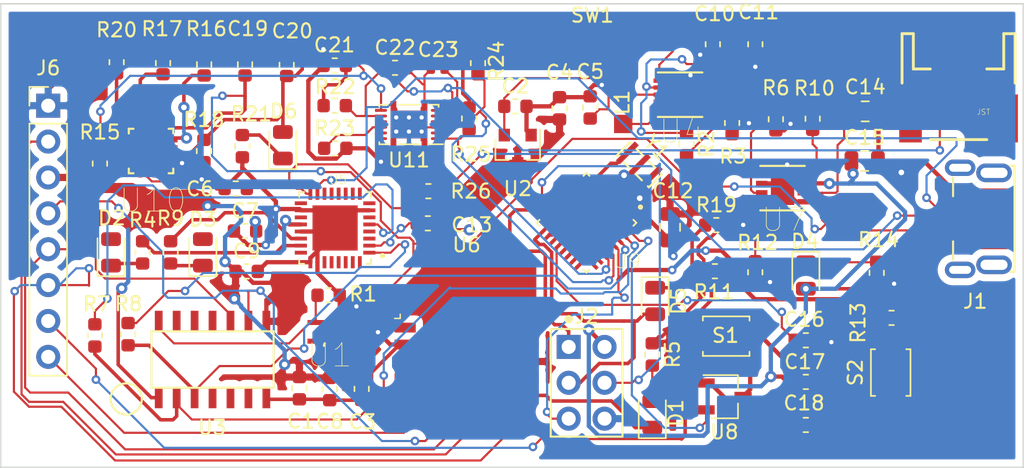
<source format=kicad_pcb>
(kicad_pcb (version 20171130) (host pcbnew "(5.1.0-0)")
  (layers (0 F.Cu signal) (31 B.Cu signal) (34 B.Paste user) (35 F.Paste user) (36 B.SilkS user) (37 F.SilkS user) (38 B.Mask user) (39 F.Mask user) (44 Edge.Cuts user))
  (net 0 "")
  (net 1 +3V3)
  (net 2 GND)
  (net 3 "Net-(C2-Pad1)")
  (net 4 +5V)
  (net 5 "Net-(C10-Pad1)")
  (net 6 "Net-(C11-Pad1)")
  (net 7 "Net-(C13-Pad1)")
  (net 8 /RESET)
  (net 9 /UART_EN)
  (net 10 /AREF)
  (net 11 /VIN)
  (net 12 /V_BATT)
  (net 13 /BATTERY)
  (net 14 "Net-(C23-Pad1)")
  (net 15 "Net-(D1-Pad1)")
  (net 16 "Net-(D1-Pad2)")
  (net 17 "Net-(D2-Pad1)")
  (net 18 "Net-(D3-Pad1)")
  (net 19 "Net-(D4-Pad1)")
  (net 20 /D13)
  (net 21 "Net-(D5-Pad1)")
  (net 22 "Net-(D6-Pad1)")
  (net 23 "Net-(J1-Pad2)")
  (net 24 "Net-(J1-Pad3)")
  (net 25 "Net-(J1-Pad4)")
  (net 26 "Net-(J1-Pad11)")
  (net 27 "Net-(J1-Pad6)")
  (net 28 "Net-(J1-Pad10)")
  (net 29 "Net-(J1-Pad7)")
  (net 30 "Net-(J1-Pad9)")
  (net 31 "Net-(J1-Pad8)")
  (net 32 /D12)
  (net 33 /D11)
  (net 34 /A7)
  (net 35 /A6)
  (net 36 /A5)
  (net 37 /A4)
  (net 38 /A3)
  (net 39 /A2)
  (net 40 /A1)
  (net 41 /A0)
  (net 42 /D10)
  (net 43 /D9)
  (net 44 /D8)
  (net 45 /D7)
  (net 46 /D6)
  (net 47 /D5)
  (net 48 /D4)
  (net 49 /D3)
  (net 50 /D2)
  (net 51 /D0)
  (net 52 /D1)
  (net 53 /RTS)
  (net 54 /RX)
  (net 55 /TX)
  (net 56 /CTS)
  (net 57 /~RST)
  (net 58 /RX_IND)
  (net 59 "Net-(L1-Pad2)")
  (net 60 "Net-(R1-Pad1)")
  (net 61 "Net-(R2-Pad2)")
  (net 62 "Net-(R4-Pad2)")
  (net 63 "Net-(R10-Pad1)")
  (net 64 "Net-(R7-Pad1)")
  (net 65 "Net-(R8-Pad1)")
  (net 66 "Net-(R9-Pad2)")
  (net 67 "Net-(R12-Pad1)")
  (net 68 "Net-(R15-Pad1)")
  (net 69 "Net-(R16-Pad1)")
  (net 70 "Net-(R17-Pad1)")
  (net 71 "Net-(R18-Pad1)")
  (net 72 "Net-(R20-Pad1)")
  (net 73 "Net-(R23-Pad1)")
  (net 74 "Net-(R26-Pad1)")
  (net 75 "Net-(U1-Pad1)")
  (net 76 "Net-(U3-Pad4)")
  (net 77 "Net-(U3-Pad5)")
  (net 78 "Net-(U3-Pad6)")
  (net 79 "Net-(U3-Pad9)")
  (net 80 "Net-(U3-Pad10)")
  (net 81 "Net-(U3-Pad11)")
  (net 82 "Net-(U5-Pad28)")
  (net 83 "Net-(U5-Pad27)")
  (net 84 "Net-(U5-Pad3)")
  (net 85 "Net-(U5-Pad6)")
  (net 86 "Net-(U5-Pad8)")
  (net 87 "Net-(U5-Pad9)")
  (net 88 "Net-(U5-Pad10)")
  (net 89 "Net-(U5-Pad11)")
  (net 90 "Net-(U5-Pad12)")
  (net 91 "Net-(U5-Pad13)")
  (net 92 "Net-(U5-Pad14)")
  (net 93 "Net-(U5-Pad19)")
  (net 94 "Net-(U5-Pad24)")
  (net 95 "Net-(U6-Pad5)")
  (net 96 "Net-(U6-Pad4)")
  (net 97 "Net-(U6-Pad3)")
  (net 98 "Net-(U6-Pad1)")
  (net 99 "Net-(U6-Pad15)")
  (net 100 "Net-(U6-Pad16)")
  (net 101 "Net-(U7-Pad1)")
  (net 102 "Net-(U9-Pad7)")
  (net 103 "Net-(U9-Pad8)")
  (net 104 "Net-(U10-Pad3)")
  (net 105 "Net-(U10-Pad7)")
  (net 106 "Net-(U10-Pad11)")
  (net 107 "Net-(U10-Pad14)")
  (net 108 "Net-(U10-Pad15)")
  (net 109 "Net-(U11-Pad4)")
  (net 110 "Net-(U11-Pad11)")
  (net 111 "Net-(U11-Pad9)")
  (module Connector_PinHeader_2.54mm:PinHeader_1x08_P2.54mm_Vertical (layer F.Cu) (at 121.47296 89.97188)
    (fp_text reference J6 (at 0 -2.667) (layer F.SilkS))
    (fp_text value "BT CONFIG")
    (pad 1 thru_hole rect (at 0 0) (size 1.7 1.7) (drill 1) (layers *.Cu *.Mask) (net 2 GND))
    (pad 2 thru_hole oval (at 0 2.54) (size 1.7 1.7) (drill 1) (layers *.Cu *.Mask) (net 53 /RTS))
    (pad 3 thru_hole oval (at 0 5.08) (size 1.7 1.7) (drill 1) (layers *.Cu *.Mask) (net 1 +3V3))
    (pad 4 thru_hole oval (at 0 7.62) (size 1.7 1.7) (drill 1) (layers *.Cu *.Mask) (net 54 /RX))
    (pad 5 thru_hole oval (at 0 10.16) (size 1.7 1.7) (drill 1) (layers *.Cu *.Mask) (net 55 /TX))
    (pad 6 thru_hole oval (at 0 12.7) (size 1.7 1.7) (drill 1) (layers *.Cu *.Mask) (net 56 /CTS))
    (pad 7 thru_hole oval (at 0 15.24) (size 1.7 1.7) (drill 1) (layers *.Cu *.Mask) (net 57 /~RST))
    (pad 8 thru_hole oval (at 0 17.78) (size 1.7 1.7) (drill 1) (layers *.Cu *.Mask) (net 58 /RX_IND))
  )
  (module Capacitor_SMD:C_0603_1608Metric (layer F.Cu) (at 139.2555 109.9693 90)
    (fp_text reference C1 (at -2.3368 0.1016 180) (layer F.SilkS))
    (fp_text value 0.1µF)
    (pad 2 smd roundrect (at 0.7875 0 90) (size 0.875 0.95) (layers F.Cu F.Paste F.Mask) (net 1 +3V3))
    (pad 1 smd roundrect (at -0.7875 0 90) (size 0.875 0.95) (layers F.Cu F.Paste F.Mask) (net 2 GND))
  )
  (module Capacitor_SMD:C_0603_1608Metric (layer F.Cu) (at 154.5463 90.0176)
    (fp_text reference C2 (at 0 -1.43) (layer F.SilkS))
    (fp_text value 1µF)
    (pad 2 smd roundrect (at 0.7875 0) (size 0.875 0.95) (layers F.Cu F.Paste F.Mask) (net 2 GND))
    (pad 1 smd roundrect (at -0.7875 0) (size 0.875 0.95) (layers F.Cu F.Paste F.Mask) (net 3 "Net-(C2-Pad1)"))
  )
  (module Capacitor_SMD:C_0603_1608Metric (layer F.Cu) (at 143.6624 110.02 270)
    (fp_text reference C3 (at 2.3368 -0.0508) (layer F.SilkS))
    (fp_text value 0.1µF)
    (pad 1 smd roundrect (at -0.7875 0 270) (size 0.875 0.95) (layers F.Cu F.Paste F.Mask) (net 4 +5V))
    (pad 2 smd roundrect (at 0.7875 0 270) (size 0.875 0.95) (layers F.Cu F.Paste F.Mask) (net 2 GND))
  )
  (module Capacitor_SMD:C_0603_1608Metric (layer F.Cu) (at 157.6705 90.1573 90)
    (fp_text reference C4 (at 2.54 0 180) (layer F.SilkS))
    (fp_text value 1µF)
    (pad 1 smd roundrect (at -0.7875 0 90) (size 0.875 0.95) (layers F.Cu F.Paste F.Mask) (net 1 +3V3))
    (pad 2 smd roundrect (at 0.7875 0 90) (size 0.875 0.95) (layers F.Cu F.Paste F.Mask) (net 2 GND))
  )
  (module Capacitor_SMD:C_0603_1608Metric (layer F.Cu) (at 159.8422 90.0938 90)
    (fp_text reference C5 (at 2.54 0 180) (layer F.SilkS))
    (fp_text value 10µF)
    (pad 2 smd roundrect (at 0.7875 0 90) (size 0.875 0.95) (layers F.Cu F.Paste F.Mask) (net 2 GND))
    (pad 1 smd roundrect (at -0.7875 0 90) (size 0.875 0.95) (layers F.Cu F.Paste F.Mask) (net 3 "Net-(C2-Pad1)"))
  )
  (module Capacitor_SMD:C_0603_1608Metric (layer F.Cu) (at 134.747 95.8342)
    (fp_text reference C6 (at -2.5273 0.0254) (layer F.SilkS))
    (fp_text value 0.1µF)
    (pad 1 smd roundrect (at -0.7875 0) (size 0.875 0.95) (layers F.Cu F.Paste F.Mask) (net 2 GND))
    (pad 2 smd roundrect (at 0.7875 0) (size 0.875 0.95) (layers F.Cu F.Paste F.Mask) (net 4 +5V))
  )
  (module Capacitor_SMD:C_0603_1608Metric (layer F.Cu) (at 135.4074 98.8441)
    (fp_text reference C7 (at 0 -1.43) (layer F.SilkS))
    (fp_text value 0.1µF)
    (pad 2 smd roundrect (at 0.7875 0) (size 0.875 0.95) (layers F.Cu F.Paste F.Mask) (net 4 +5V))
    (pad 1 smd roundrect (at -0.7875 0) (size 0.875 0.95) (layers F.Cu F.Paste F.Mask) (net 2 GND))
  )
  (module Capacitor_SMD:C_0603_1608Metric (layer F.Cu) (at 141.4018 110.0329 90)
    (fp_text reference C8 (at -2.286 0 180) (layer F.SilkS))
    (fp_text value 0.1µF)
    (pad 1 smd roundrect (at -0.7875 0 90) (size 0.875 0.95) (layers F.Cu F.Paste F.Mask) (net 2 GND))
    (pad 2 smd roundrect (at 0.7875 0 90) (size 0.875 0.95) (layers F.Cu F.Paste F.Mask) (net 1 +3V3))
  )
  (module Capacitor_SMD:C_0603_1608Metric (layer F.Cu) (at 135.5217 101.7016)
    (fp_text reference C9 (at 0 -1.43) (layer F.SilkS))
    (fp_text value 0.1µF)
    (pad 1 smd roundrect (at -0.7875 0) (size 0.875 0.95) (layers F.Cu F.Paste F.Mask) (net 1 +3V3))
    (pad 2 smd roundrect (at 0.7875 0) (size 0.875 0.95) (layers F.Cu F.Paste F.Mask) (net 2 GND))
  )
  (module Capacitor_SMD:C_0603_1608Metric (layer F.Cu) (at 168.52392 85.6234 270)
    (fp_text reference C10 (at -2.159 -0.127) (layer F.SilkS))
    (fp_text value 0.1µF)
    (pad 1 smd roundrect (at -0.7875 0 270) (size 0.875 0.95) (layers F.Cu F.Paste F.Mask) (net 5 "Net-(C10-Pad1)"))
    (pad 2 smd roundrect (at 0.7875 0 270) (size 0.875 0.95) (layers F.Cu F.Paste F.Mask) (net 2 GND))
  )
  (module Capacitor_SMD:C_0603_1608Metric (layer F.Cu) (at 171.53128 85.6234 270)
    (fp_text reference C11 (at -2.286 -0.2286) (layer F.SilkS))
    (fp_text value 10µF)
    (pad 2 smd roundrect (at 0.7875 0 270) (size 0.875 0.95) (layers F.Cu F.Paste F.Mask) (net 2 GND))
    (pad 1 smd roundrect (at -0.7875 0 270) (size 0.875 0.95) (layers F.Cu F.Paste F.Mask) (net 6 "Net-(C11-Pad1)"))
  )
  (module Capacitor_SMD:C_0805_2012Metric (layer F.Cu) (at 165.4937 98.5774 270)
    (fp_text reference C12 (at -2.5781 -0.2032 180) (layer F.SilkS))
    (fp_text value 10µF)
    (pad 2 smd roundrect (at 0.9375 0 270) (size 0.975 1.4) (layers F.Cu F.Paste F.Mask) (net 2 GND))
    (pad 1 smd roundrect (at -0.9375 0 270) (size 0.975 1.4) (layers F.Cu F.Paste F.Mask) (net 1 +3V3))
  )
  (module Capacitor_SMD:C_0603_1608Metric (layer F.Cu) (at 148.3487 98.298)
    (fp_text reference C13 (at 3.1115 0.1143 180) (layer F.SilkS))
    (fp_text value 0.1µF)
    (pad 1 smd roundrect (at -0.7875 0) (size 0.875 0.95) (layers F.Cu F.Paste F.Mask) (net 7 "Net-(C13-Pad1)"))
    (pad 2 smd roundrect (at 0.7875 0) (size 0.875 0.95) (layers F.Cu F.Paste F.Mask) (net 8 /RESET))
  )
  (module Capacitor_SMD:C_0805_2012Metric (layer F.Cu) (at 179.3113 90.3732)
    (fp_text reference C14 (at 0 -1.7272 -180) (layer F.SilkS))
    (fp_text value 10µF)
    (pad 1 smd roundrect (at -0.9375 0) (size 0.975 1.4) (layers F.Cu F.Paste F.Mask) (net 9 /UART_EN))
    (pad 2 smd roundrect (at 0.9375 0) (size 0.975 1.4) (layers F.Cu F.Paste F.Mask) (net 2 GND))
  )
  (module Capacitor_SMD:C_0805_2012Metric (layer F.Cu) (at 179.2732 93.8784)
    (fp_text reference C15 (at 0 -1.65) (layer F.SilkS))
    (fp_text value 10µF)
    (pad 1 smd roundrect (at -0.9375 0) (size 0.975 1.4) (layers F.Cu F.Paste F.Mask) (net 4 +5V))
    (pad 2 smd roundrect (at 0.9375 0) (size 0.975 1.4) (layers F.Cu F.Paste F.Mask) (net 2 GND))
  )
  (module Capacitor_SMD:C_0603_1608Metric (layer F.Cu) (at 175.1076 106.5784 180)
    (fp_text reference C16 (at 0.1016 1.4732) (layer F.SilkS))
    (fp_text value 0.1µF)
    (pad 2 smd roundrect (at 0.7875 0 180) (size 0.875 0.95) (layers F.Cu F.Paste F.Mask) (net 10 /AREF))
    (pad 1 smd roundrect (at -0.7875 0 180) (size 0.875 0.95) (layers F.Cu F.Paste F.Mask) (net 2 GND))
  )
  (module Capacitor_SMD:C_0603_1608Metric (layer F.Cu) (at 175.1076 109.5248 180)
    (fp_text reference C17 (at 0.0762 1.4224) (layer F.SilkS))
    (fp_text value 0.1µF)
    (pad 1 smd roundrect (at -0.7875 0 180) (size 0.875 0.95) (layers F.Cu F.Paste F.Mask) (net 2 GND))
    (pad 2 smd roundrect (at 0.7875 0 180) (size 0.875 0.95) (layers F.Cu F.Paste F.Mask) (net 4 +5V))
  )
  (module Capacitor_SMD:C_0603_1608Metric (layer F.Cu) (at 175.1076 112.5728 180)
    (fp_text reference C18 (at 0.127 1.5494 180) (layer F.SilkS))
    (fp_text value 0.1µF)
    (pad 2 smd roundrect (at 0.7875 0 180) (size 0.875 0.95) (layers F.Cu F.Paste F.Mask) (net 4 +5V))
    (pad 1 smd roundrect (at -0.7875 0 180) (size 0.875 0.95) (layers F.Cu F.Paste F.Mask) (net 2 GND))
  )
  (module Capacitor_SMD:C_0603_1608Metric (layer F.Cu) (at 135.4074 87.0458 270)
    (fp_text reference C19 (at -2.5273 -0.1905 180) (layer F.SilkS))
    (fp_text value 1µF)
    (pad 1 smd roundrect (at -0.7875 0 270) (size 0.875 0.95) (layers F.Cu F.Paste F.Mask) (net 2 GND))
    (pad 2 smd roundrect (at 0.7875 0 270) (size 0.875 0.95) (layers F.Cu F.Paste F.Mask) (net 9 /UART_EN))
  )
  (module Capacitor_SMD:C_0603_1608Metric (layer F.Cu) (at 138.3538 87.0839 90)
    (fp_text reference C20 (at 2.4003 0.3937) (layer F.SilkS))
    (fp_text value 10µF)
    (pad 2 smd roundrect (at 0.7875 0 90) (size 0.875 0.95) (layers F.Cu F.Paste F.Mask) (net 2 GND))
    (pad 1 smd roundrect (at -0.7875 0 90) (size 0.875 0.95) (layers F.Cu F.Paste F.Mask) (net 11 /VIN))
  )
  (module Capacitor_SMD:C_0603_1608Metric (layer F.Cu) (at 141.7574 87.122)
    (fp_text reference C21 (at -0.0254 -1.4478) (layer F.SilkS))
    (fp_text value 10µF)
    (pad 2 smd roundrect (at 0.7875 0) (size 0.875 0.95) (layers F.Cu F.Paste F.Mask) (net 12 /V_BATT))
    (pad 1 smd roundrect (at -0.7875 0) (size 0.875 0.95) (layers F.Cu F.Paste F.Mask) (net 2 GND))
  )
  (module Capacitor_SMD:C_0603_1608Metric (layer F.Cu) (at 146.0246 87.2871 180)
    (fp_text reference C22 (at 0 1.4351 180) (layer F.SilkS))
    (fp_text value 1µF)
    (pad 1 smd roundrect (at -0.7875 0 180) (size 0.875 0.95) (layers F.Cu F.Paste F.Mask) (net 2 GND))
    (pad 2 smd roundrect (at 0.7875 0 180) (size 0.875 0.95) (layers F.Cu F.Paste F.Mask) (net 13 /BATTERY))
  )
  (module Capacitor_SMD:C_0402_1005Metric (layer F.Cu) (at 149.0472 87.4014 180)
    (fp_text reference C23 (at -0.0381 1.397 180) (layer F.SilkS))
    (fp_text value 0.47µF)
    (pad 1 smd roundrect (at -0.485 0 180) (size 0.59 0.64) (layers F.Cu F.Paste F.Mask) (net 14 "Net-(C23-Pad1)"))
    (pad 2 smd roundrect (at 0.485 0 180) (size 0.59 0.64) (layers F.Cu F.Paste F.Mask) (net 2 GND))
  )
  (module LED_SMD:LED_0805_2012Metric (layer F.Cu) (at 164.2364 111.8235 90)
    (fp_text reference D1 (at 0.09398 1.6764 270) (layer F.SilkS))
    (fp_text value BTPWR)
    (pad 1 smd roundrect (at -0.9375 0 90) (size 0.975 1.4) (layers F.Cu F.Paste F.Mask) (net 15 "Net-(D1-Pad1)"))
    (pad 2 smd roundrect (at 0.9375 0 90) (size 0.975 1.4) (layers F.Cu F.Paste F.Mask) (net 16 "Net-(D1-Pad2)"))
  )
  (module LED_SMD:LED_0805_2012Metric (layer F.Cu) (at 125.9205 100.3554 90)
    (fp_text reference D2 (at 2.4384 0.0508 180) (layer F.SilkS))
    (fp_text value RX)
    (pad 2 smd roundrect (at 0.9375 0 90) (size 0.975 1.4) (layers F.Cu F.Paste F.Mask) (net 4 +5V))
    (pad 1 smd roundrect (at -0.9375 0 90) (size 0.975 1.4) (layers F.Cu F.Paste F.Mask) (net 17 "Net-(D2-Pad1)"))
  )
  (module LED_SMD:LED_0805_2012Metric (layer F.Cu) (at 132.4229 100.3554 90)
    (fp_text reference D3 (at 2.3368 0 180) (layer F.SilkS))
    (fp_text value TX)
    (pad 1 smd roundrect (at -0.9375 0 90) (size 0.975 1.4) (layers F.Cu F.Paste F.Mask) (net 18 "Net-(D3-Pad1)"))
    (pad 2 smd roundrect (at 0.9375 0 90) (size 0.975 1.4) (layers F.Cu F.Paste F.Mask) (net 4 +5V))
  )
  (module LED_SMD:LED_0805_2012Metric (layer F.Cu) (at 175.1076 101.9937 270)
    (fp_text reference D4 (at -2.413 0.0635) (layer F.SilkS))
    (fp_text value PWR)
    (pad 1 smd roundrect (at -0.9375 0 270) (size 0.975 1.4) (layers F.Cu F.Paste F.Mask) (net 19 "Net-(D4-Pad1)"))
    (pad 2 smd roundrect (at 0.9375 0 270) (size 0.975 1.4) (layers F.Cu F.Paste F.Mask) (net 4 +5V))
  )
  (module LED_SMD:LED_0805_2012Metric (layer F.Cu) (at 164.4396 103.7971 270)
    (fp_text reference D5 (at 0 -1.65 270) (layer F.SilkS))
    (fp_text value LED)
    (pad 2 smd roundrect (at 0.9375 0 270) (size 0.975 1.4) (layers F.Cu F.Paste F.Mask) (net 20 /D13))
    (pad 1 smd roundrect (at -0.9375 0 270) (size 0.975 1.4) (layers F.Cu F.Paste F.Mask) (net 21 "Net-(D5-Pad1)"))
  )
  (module LED_SMD:LED_0805_2012Metric (layer F.Cu) (at 138.0871 92.7735 90)
    (fp_text reference D6 (at 2.413 0.0635 180) (layer F.SilkS))
    (fp_text value LED)
    (pad 2 smd roundrect (at 0.9375 0 90) (size 0.975 1.4) (layers F.Cu F.Paste F.Mask) (net 11 /VIN))
    (pad 1 smd roundrect (at -0.9375 0 90) (size 0.975 1.4) (layers F.Cu F.Paste F.Mask) (net 22 "Net-(D6-Pad1)"))
  )
  (module mp3b:USB_microB_2040002-1 (layer F.Cu) (at 188.4299 97.9805 90)
    (fp_text reference J1 (at -5.842 -1.3335 180) (layer F.SilkS))
    (fp_text value USB_microB_2040002-1)
    (pad 1 smd rect (at -1.3 -2.675 90) (size 0.4 1.35) (layers F.Cu F.Paste F.Mask) (net 9 /UART_EN))
    (pad 2 smd rect (at -0.65 -2.675 90) (size 0.4 1.35) (layers F.Cu F.Paste F.Mask) (net 23 "Net-(J1-Pad2)"))
    (pad 3 smd rect (at 0 -2.675 90) (size 0.4 1.35) (layers F.Cu F.Paste F.Mask) (net 24 "Net-(J1-Pad3)"))
    (pad 4 smd rect (at 0.65 -2.675 90) (size 0.4 1.35) (layers F.Cu F.Paste F.Mask) (net 25 "Net-(J1-Pad4)"))
    (pad 5 smd rect (at 1.3 -2.675 90) (size 0.4 1.35) (layers F.Cu F.Paste F.Mask) (net 2 GND))
    (pad 11 thru_hole oval (at -3.615 -2.4 90) (size 1.16 2.16) (drill oval 0.56 1.56) (layers *.Cu *.Mask) (net 26 "Net-(J1-Pad11)"))
    (pad 6 thru_hole oval (at 3.615 -2.4 90) (size 1.16 2.16) (drill oval 0.56 1.56) (layers *.Cu *.Mask) (net 27 "Net-(J1-Pad6)"))
    (pad 10 thru_hole oval (at -3.255 0 90) (size 1.32 2.52) (drill oval 0.72 1.92) (layers *.Cu *.Mask) (net 28 "Net-(J1-Pad10)"))
    (pad 7 thru_hole oval (at 3.255 0 90) (size 1.32 2.52) (drill oval 0.72 1.92) (layers *.Cu *.Mask) (net 29 "Net-(J1-Pad7)"))
    (pad 9 smd rect (at -1.2 0 90) (size 1.9 1.9) (layers F.Cu F.Paste F.Mask) (net 30 "Net-(J1-Pad9)"))
    (pad 8 smd rect (at 1.2 0 90) (size 1.9 1.9) (layers F.Cu F.Paste F.Mask) (net 31 "Net-(J1-Pad8)"))
  )
  (module mp3b:Arduino_ICSP (layer F.Cu) (at 159.5882 109.5883)
    (fp_text reference J2 (at 0 -4.699) (layer F.SilkS))
    (fp_text value Arduino_ICSP)
    (pad 1 thru_hole rect (at -1.27 -2.54) (size 1.7 1.7) (drill 1) (layers *.Cu *.Mask) (net 32 /D12))
    (pad 2 thru_hole oval (at 1.27 -2.54) (size 1.7 1.7) (drill 1) (layers *.Cu *.Mask) (net 4 +5V))
    (pad 3 thru_hole oval (at -1.27 0) (size 1.7 1.7) (drill 1) (layers *.Cu *.Mask) (net 20 /D13))
    (pad 4 thru_hole oval (at 1.27 0) (size 1.7 1.7) (drill 1) (layers *.Cu *.Mask) (net 33 /D11))
    (pad 5 thru_hole oval (at -1.27 2.54) (size 1.7 1.7) (drill 1) (layers *.Cu *.Mask) (net 8 /RESET))
    (pad 6 thru_hole oval (at 1.27 2.54) (size 1.7 1.7) (drill 1) (layers *.Cu *.Mask) (net 2 GND))
  )
  (module mp3b:JST-2-SMD (layer F.Cu) (at 185.91784 89.37244 180)
    (fp_text reference J3 hide)
    (fp_text value Conn_01x02_Male hide)
    (fp_text user JST (at -1.27 -1.27 180) (layer F.SilkS) (effects (font (size 0.38608 0.38608) (thickness 0.032512)) (justify left bottom)))
    (pad 1 smd rect (at -1 3.7 180) (size 1 4.6) (layers F.Cu F.Paste F.Mask) (net 13 /BATTERY))
    (pad 2 smd rect (at 1 3.7 180) (size 1 4.6) (layers F.Cu F.Paste F.Mask) (net 2 GND))
    (pad NC1 smd rect (at -3.4 -1.5 270) (size 3.4 1.6) (layers F.Cu F.Paste F.Mask))
    (pad NC2 smd rect (at 3.4 -1.5 270) (size 3.4 1.6) (layers F.Cu F.Paste F.Mask))
  )
  (module mp3b:CDRH2D18HP (layer F.Cu) (at 162.179 89.7636 135)
    (fp_text reference L1 (at 0.062862 -0.044901 270) (layer F.SilkS))
    (fp_text value 4.7uH)
    (pad 1 smd custom (at -1.06066 -1.06066 180) (size 1.3 1.3) (layers F.Cu F.Paste F.Mask) (net 3 "Net-(C2-Pad1)") (options (clearance outline) (anchor rect)) (primitives))
    (pad 2 smd custom (at 1.06066 1.06066 180) (size 1.3 1.3) (layers F.Cu F.Paste F.Mask) (net 59 "Net-(L1-Pad2)") (options (clearance outline) (anchor rect)) (primitives))
  )
  (module Resistor_SMD:R_0603_1608Metric (layer F.Cu) (at 141.3256 103.3907)
    (fp_text reference R1 (at 2.4384 -0.0762 180) (layer F.SilkS))
    (fp_text value 47.5K)
    (pad 1 smd roundrect (at -0.7875 0) (size 0.875 0.95) (layers F.Cu F.Paste F.Mask) (net 60 "Net-(R1-Pad1)"))
    (pad 2 smd roundrect (at 0.7875 0) (size 0.875 0.95) (layers F.Cu F.Paste F.Mask) (net 2 GND))
  )
  (module Resistor_SMD:R_0603_1608Metric (layer F.Cu) (at 166.6621 92.6846 270)
    (fp_text reference R2 (at 0 -1.43 270) (layer F.SilkS))
    (fp_text value 2M)
    (pad 1 smd roundrect (at -0.7875 0 270) (size 0.875 0.95) (layers F.Cu F.Paste F.Mask) (net 6 "Net-(C11-Pad1)"))
    (pad 2 smd roundrect (at 0.7875 0 270) (size 0.875 0.95) (layers F.Cu F.Paste F.Mask) (net 61 "Net-(R2-Pad2)"))
  )
  (module Resistor_SMD:R_0603_1608Metric (layer F.Cu) (at 169.8879 91.1987 270)
    (fp_text reference R3 (at 2.3495 -0.0635) (layer F.SilkS))
    (fp_text value 220K)
    (pad 2 smd roundrect (at 0.7875 0 270) (size 0.875 0.95) (layers F.Cu F.Paste F.Mask) (net 2 GND))
    (pad 1 smd roundrect (at -0.7875 0 270) (size 0.875 0.95) (layers F.Cu F.Paste F.Mask) (net 61 "Net-(R2-Pad2)"))
  )
  (module Resistor_SMD:R_0603_1608Metric (layer F.Cu) (at 128.1557 100.3554 90)
    (fp_text reference R4 (at 2.286 0 180) (layer F.SilkS))
    (fp_text value 1K)
    (pad 2 smd roundrect (at 0.7875 0 90) (size 0.875 0.95) (layers F.Cu F.Paste F.Mask) (net 62 "Net-(R4-Pad2)"))
    (pad 1 smd roundrect (at -0.7875 0 90) (size 0.875 0.95) (layers F.Cu F.Paste F.Mask) (net 17 "Net-(D2-Pad1)"))
  )
  (module Resistor_SMD:R_0603_1608Metric (layer F.Cu) (at 164.2364 107.5817 270)
    (fp_text reference R5 (at 0 -1.43 270) (layer F.SilkS))
    (fp_text value 1K)
    (pad 2 smd roundrect (at 0.7875 0 270) (size 0.875 0.95) (layers F.Cu F.Paste F.Mask) (net 16 "Net-(D1-Pad2)"))
    (pad 1 smd roundrect (at -0.7875 0 270) (size 0.875 0.95) (layers F.Cu F.Paste F.Mask) (net 1 +3V3))
  )
  (module Resistor_SMD:R_0603_1608Metric (layer F.Cu) (at 172.9867 90.932 90)
    (fp_text reference R6 (at 2.2225 0 180) (layer F.SilkS))
    (fp_text value 10K)
    (pad 2 smd roundrect (at 0.7875 0 90) (size 0.875 0.95) (layers F.Cu F.Paste F.Mask) (net 63 "Net-(R10-Pad1)"))
    (pad 1 smd roundrect (at -0.7875 0 90) (size 0.875 0.95) (layers F.Cu F.Paste F.Mask) (net 2 GND))
  )
  (module Resistor_SMD:R_0603_1608Metric (layer F.Cu) (at 124.7775 106.2355 270)
    (fp_text reference R7 (at -2.2225 -0.127) (layer F.SilkS))
    (fp_text value 1K)
    (pad 1 smd roundrect (at -0.7875 0 270) (size 0.875 0.95) (layers F.Cu F.Paste F.Mask) (net 64 "Net-(R7-Pad1)"))
    (pad 2 smd roundrect (at 0.7875 0 270) (size 0.875 0.95) (layers F.Cu F.Paste F.Mask) (net 52 /D1))
  )
  (module Resistor_SMD:R_0603_1608Metric (layer F.Cu) (at 127.127 106.1466 270)
    (fp_text reference R8 (at -2.14884 -0.03048 180) (layer F.SilkS))
    (fp_text value 1K)
    (pad 2 smd roundrect (at 0.7875 0 270) (size 0.875 0.95) (layers F.Cu F.Paste F.Mask) (net 51 /D0))
    (pad 1 smd roundrect (at -0.7875 0 270) (size 0.875 0.95) (layers F.Cu F.Paste F.Mask) (net 65 "Net-(R8-Pad1)"))
  )
  (module Resistor_SMD:R_0603_1608Metric (layer F.Cu) (at 130.1369 100.3554 90)
    (fp_text reference R9 (at 2.413 0 180) (layer F.SilkS))
    (fp_text value 1K)
    (pad 1 smd roundrect (at -0.7875 0 90) (size 0.875 0.95) (layers F.Cu F.Paste F.Mask) (net 18 "Net-(D3-Pad1)"))
    (pad 2 smd roundrect (at 0.7875 0 90) (size 0.875 0.95) (layers F.Cu F.Paste F.Mask) (net 66 "Net-(R9-Pad2)"))
  )
  (module Resistor_SMD:R_0603_1608Metric (layer F.Cu) (at 175.5902 90.8939 270)
    (fp_text reference R10 (at -2.159 -0.127) (layer F.SilkS))
    (fp_text value 20K)
    (pad 1 smd roundrect (at -0.7875 0 270) (size 0.875 0.95) (layers F.Cu F.Paste F.Mask) (net 63 "Net-(R10-Pad1)"))
    (pad 2 smd roundrect (at 0.7875 0 270) (size 0.875 0.95) (layers F.Cu F.Paste F.Mask) (net 6 "Net-(C11-Pad1)"))
  )
  (module Resistor_SMD:R_0603_1608Metric (layer F.Cu) (at 168.6687 101.6889)
    (fp_text reference R11 (at -0.0635 1.4732) (layer F.SilkS))
    (fp_text value 1K)
    (pad 2 smd roundrect (at 0.7875 0) (size 0.875 0.95) (layers F.Cu F.Paste F.Mask) (net 57 /~RST))
    (pad 1 smd roundrect (at -0.7875 0) (size 0.875 0.95) (layers F.Cu F.Paste F.Mask) (net 1 +3V3))
  )
  (module Resistor_SMD:R_0603_1608Metric (layer F.Cu) (at 171.5262 101.7651 270)
    (fp_text reference R12 (at -2.1082 -0.1651 180) (layer F.SilkS))
    (fp_text value 1K)
    (pad 1 smd roundrect (at -0.7875 0 270) (size 0.875 0.95) (layers F.Cu F.Paste F.Mask) (net 67 "Net-(R12-Pad1)"))
    (pad 2 smd roundrect (at 0.7875 0 270) (size 0.875 0.95) (layers F.Cu F.Paste F.Mask) (net 2 GND))
  )
  (module Resistor_SMD:R_0603_1608Metric (layer F.Cu) (at 181.1782 104.9909 180)
    (fp_text reference R13 (at 2.3749 -0.3556 270) (layer F.SilkS))
    (fp_text value 1K)
    (pad 1 smd roundrect (at -0.7875 0 180) (size 0.875 0.95) (layers F.Cu F.Paste F.Mask) (net 4 +5V))
    (pad 2 smd roundrect (at 0.7875 0 180) (size 0.875 0.95) (layers F.Cu F.Paste F.Mask) (net 8 /RESET))
  )
  (module Resistor_SMD:R_0603_1608Metric (layer F.Cu) (at 180.1241 101.8032 270)
    (fp_text reference R14 (at -2.3368 -0.127) (layer F.SilkS))
    (fp_text value 1K)
    (pad 2 smd roundrect (at 0.7875 0 270) (size 0.875 0.95) (layers F.Cu F.Paste F.Mask) (net 2 GND))
    (pad 1 smd roundrect (at -0.7875 0 270) (size 0.875 0.95) (layers F.Cu F.Paste F.Mask) (net 19 "Net-(D4-Pad1)"))
  )
  (module Resistor_SMD:R_0603_1608Metric (layer F.Cu) (at 125.1331 94.0689 270)
    (fp_text reference R15 (at -2.2225 0) (layer F.SilkS))
    (fp_text value 100k)
    (pad 1 smd roundrect (at -0.7875 0 270) (size 0.875 0.95) (layers F.Cu F.Paste F.Mask) (net 68 "Net-(R15-Pad1)"))
    (pad 2 smd roundrect (at 0.7875 0 270) (size 0.875 0.95) (layers F.Cu F.Paste F.Mask) (net 2 GND))
  )
  (module Resistor_SMD:R_0603_1608Metric (layer F.Cu) (at 132.5118 87.0458 90)
    (fp_text reference R16 (at 2.5146 0.1524) (layer F.SilkS))
    (fp_text value 1.1k)
    (pad 1 smd roundrect (at -0.7875 0 90) (size 0.875 0.95) (layers F.Cu F.Paste F.Mask) (net 69 "Net-(R16-Pad1)"))
    (pad 2 smd roundrect (at 0.7875 0 90) (size 0.875 0.95) (layers F.Cu F.Paste F.Mask) (net 2 GND))
  )
  (module Resistor_SMD:R_0603_1608Metric (layer F.Cu) (at 129.6035 86.9569 90)
    (fp_text reference R17 (at 2.4257 -0.0762 180) (layer F.SilkS))
    (fp_text value 590)
    (pad 1 smd roundrect (at -0.7875 0 90) (size 0.875 0.95) (layers F.Cu F.Paste F.Mask) (net 70 "Net-(R17-Pad1)"))
    (pad 2 smd roundrect (at 0.7875 0 90) (size 0.875 0.95) (layers F.Cu F.Paste F.Mask) (net 2 GND))
  )
  (module Resistor_SMD:R_0603_1608Metric (layer F.Cu) (at 132.4991 93.1799 90)
    (fp_text reference R18 (at 2.2225 0) (layer F.SilkS))
    (fp_text value 10k)
    (pad 1 smd roundrect (at -0.7875 0 90) (size 0.875 0.95) (layers F.Cu F.Paste F.Mask) (net 71 "Net-(R18-Pad1)"))
    (pad 2 smd roundrect (at 0.7875 0 90) (size 0.875 0.95) (layers F.Cu F.Paste F.Mask) (net 11 /VIN))
  )
  (module Resistor_SMD:R_0603_1608Metric (layer F.Cu) (at 168.7703 98.425)
    (fp_text reference R19 (at 0 -1.43) (layer F.SilkS))
    (fp_text value 1K)
    (pad 2 smd roundrect (at 0.7875 0) (size 0.875 0.95) (layers F.Cu F.Paste F.Mask) (net 2 GND))
    (pad 1 smd roundrect (at -0.7875 0) (size 0.875 0.95) (layers F.Cu F.Paste F.Mask) (net 21 "Net-(D5-Pad1)"))
  )
  (module Resistor_SMD:R_0603_1608Metric (layer F.Cu) (at 126.3142 86.8934 90)
    (fp_text reference R20 (at 2.286 0) (layer F.SilkS))
    (fp_text value 10k)
    (pad 2 smd roundrect (at 0.7875 0 90) (size 0.875 0.95) (layers F.Cu F.Paste F.Mask) (net 2 GND))
    (pad 1 smd roundrect (at -0.7875 0 90) (size 0.875 0.95) (layers F.Cu F.Paste F.Mask) (net 72 "Net-(R20-Pad1)"))
  )
  (module Resistor_SMD:R_0603_1608Metric (layer F.Cu) (at 135.2169 92.837 270)
    (fp_text reference R21 (at -2.286 -0.635) (layer F.SilkS))
    (fp_text value 1K)
    (pad 2 smd roundrect (at 0.7875 0 270) (size 0.875 0.95) (layers F.Cu F.Paste F.Mask) (net 2 GND))
    (pad 1 smd roundrect (at -0.7875 0 270) (size 0.875 0.95) (layers F.Cu F.Paste F.Mask) (net 22 "Net-(D6-Pad1)"))
  )
  (module Resistor_SMD:R_0603_1608Metric (layer F.Cu) (at 141.7574 89.9668)
    (fp_text reference R22 (at 0.0381 -1.3335) (layer F.SilkS))
    (fp_text value .01)
    (pad 2 smd roundrect (at 0.7875 0) (size 0.875 0.95) (layers F.Cu F.Paste F.Mask) (net 13 /BATTERY))
    (pad 1 smd roundrect (at -0.7875 0) (size 0.875 0.95) (layers F.Cu F.Paste F.Mask) (net 12 /V_BATT))
  )
  (module Resistor_SMD:R_0603_1608Metric (layer F.Cu) (at 141.7955 92.9894)
    (fp_text reference R23 (at -0.0381 -1.4224 180) (layer F.SilkS))
    (fp_text value 10k)
    (pad 2 smd roundrect (at 0.7875 0) (size 0.875 0.95) (layers F.Cu F.Paste F.Mask) (net 2 GND))
    (pad 1 smd roundrect (at -0.7875 0) (size 0.875 0.95) (layers F.Cu F.Paste F.Mask) (net 73 "Net-(R23-Pad1)"))
  )
  (module Resistor_SMD:R_0603_1608Metric (layer F.Cu) (at 151.89708 86.95944 270)
    (fp_text reference R24 (at -0.1397 -1.3081 90) (layer F.SilkS))
    (fp_text value 4.7k)
    (pad 2 smd roundrect (at 0.7875 0 270) (size 0.875 0.95) (layers F.Cu F.Paste F.Mask) (net 36 /A5))
    (pad 1 smd roundrect (at -0.7875 0 270) (size 0.875 0.95) (layers F.Cu F.Paste F.Mask) (net 4 +5V))
  )
  (module Resistor_SMD:R_0603_1608Metric (layer F.Cu) (at 151.2697 90.8812 90)
    (fp_text reference R25 (at -2.5273 0.127 180) (layer F.SilkS))
    (fp_text value 4.7k)
    (pad 1 smd roundrect (at -0.7875 0 90) (size 0.875 0.95) (layers F.Cu F.Paste F.Mask) (net 37 /A4))
    (pad 2 smd roundrect (at 0.7875 0 90) (size 0.875 0.95) (layers F.Cu F.Paste F.Mask) (net 4 +5V))
  )
  (module Resistor_SMD:R_0603_1608Metric (layer F.Cu) (at 148.3868 96.0247)
    (fp_text reference R26 (at 3.0099 0 180) (layer F.SilkS))
    (fp_text value 10k)
    (pad 1 smd roundrect (at -0.7875 0) (size 0.875 0.95) (layers F.Cu F.Paste F.Mask) (net 74 "Net-(R26-Pad1)"))
    (pad 2 smd roundrect (at 0.7875 0) (size 0.875 0.95) (layers F.Cu F.Paste F.Mask) (net 4 +5V))
  )
  (module Button_Switch_SMD:SW_SPST_B3U-1000P (layer F.Cu) (at 169.4688 106.2863 180)
    (fp_text reference S1 (at 0.0508 0.0508) (layer F.SilkS))
    (fp_text value SW)
    (pad 2 smd rect (at 1.7 0 180) (size 0.9 1.7) (layers F.Cu F.Paste F.Mask) (net 57 /~RST))
    (pad 1 smd rect (at -1.7 0 180) (size 0.9 1.7) (layers F.Cu F.Paste F.Mask) (net 2 GND))
  )
  (module Button_Switch_SMD:SW_SPST_B3U-1000P (layer F.Cu) (at 181.1147 108.8644 90)
    (fp_text reference S2 (at 0 -2.5 90) (layer F.SilkS))
    (fp_text value SW)
    (pad 1 smd rect (at -1.7 0 90) (size 0.9 1.7) (layers F.Cu F.Paste F.Mask) (net 2 GND))
    (pad 2 smd rect (at 1.7 0 90) (size 0.9 1.7) (layers F.Cu F.Paste F.Mask) (net 8 /RESET))
  )
  (module mp3b:KAE01SGGt (layer F.Cu) (at 160.14692 85.4964 270)
    (fp_text reference SW1 (at -1.92532 0.1574) (layer F.SilkS))
    (fp_text value SW_DIP_x01)
    (pad 1 smd rect (at 0 4.45 270) (size 1.1 1.5) (layers F.Cu F.Paste F.Mask) (net 11 /VIN))
    (pad 2 smd rect (at 0 -4.45 270) (size 1.1 1.5) (layers F.Cu F.Paste F.Mask) (net 3 "Net-(C2-Pad1)"))
  )
  (module mp3b:NC7SZ04P5X (layer F.Cu) (at 141.3002 105.9815 180)
    (fp_text reference U1 (at -0.1016 -1.651 180) (layer F.SilkS) (effects (font (size 1.64312 1.64312) (thickness 0.05))))
    (fp_text value NC7SZ04P5X hide)
    (pad 1 smd rect (at -0.889 -0.6604 180) (size 1.1684 0.3556) (layers F.Cu F.Paste F.Mask) (net 75 "Net-(U1-Pad1)"))
    (pad 2 smd rect (at -0.889 0 180) (size 1.1684 0.3556) (layers F.Cu F.Paste F.Mask) (net 9 /UART_EN))
    (pad 3 smd rect (at -0.889 0.6604 180) (size 1.1684 0.3556) (layers F.Cu F.Paste F.Mask) (net 2 GND))
    (pad 4 smd rect (at 0.889 0.6604 180) (size 1.1684 0.3556) (layers F.Cu F.Paste F.Mask) (net 60 "Net-(R1-Pad1)"))
    (pad 5 smd rect (at 0.889 -0.6604 180) (size 1.1684 0.3556) (layers F.Cu F.Paste F.Mask) (net 1 +3V3))
  )
  (module Package_TO_SOT_SMD:SOT-23 (layer F.Cu) (at 154.7114 93.0529 270)
    (fp_text reference U2 (at 2.794 0) (layer F.SilkS))
    (fp_text value MCP1702T-3302E/CBCT-ND)
    (pad 1 smd rect (at -1 -0.95 270) (size 0.9 0.8) (layers F.Cu F.Paste F.Mask) (net 2 GND))
    (pad 2 smd rect (at -1 0.95 270) (size 0.9 0.8) (layers F.Cu F.Paste F.Mask) (net 3 "Net-(C2-Pad1)"))
    (pad 3 smd rect (at 1 0 270) (size 0.9 0.8) (layers F.Cu F.Paste F.Mask) (net 1 +3V3))
  )
  (module mp3b:txs0104e (layer F.Cu) (at 133.10616 107.93984)
    (fp_text reference U3 (at -0.0254 4.8133) (layer F.SilkS))
    (fp_text value TXS0104E)
    (pad 1 smd rect (at -3.81 2.7) (size 0.55 1.5) (layers F.Cu F.Paste F.Mask) (net 4 +5V))
    (pad 2 smd rect (at -2.54 2.7) (size 0.55 1.5) (layers F.Cu F.Paste F.Mask) (net 52 /D1))
    (pad 3 smd rect (at -1.27 2.7) (size 0.55 1.5) (layers F.Cu F.Paste F.Mask) (net 51 /D0))
    (pad 4 smd rect (at 0 2.7) (size 0.55 1.5) (layers F.Cu F.Paste F.Mask) (net 76 "Net-(U3-Pad4)"))
    (pad 5 smd rect (at 1.27 2.7) (size 0.55 1.5) (layers F.Cu F.Paste F.Mask) (net 77 "Net-(U3-Pad5)"))
    (pad 6 smd rect (at 2.54 2.7) (size 0.55 1.5) (layers F.Cu F.Paste F.Mask) (net 78 "Net-(U3-Pad6)"))
    (pad 7 smd rect (at 3.81 2.7) (size 0.55 1.5) (layers F.Cu F.Paste F.Mask) (net 2 GND))
    (pad 8 smd rect (at -3.81 -2.7) (size 0.55 1.5) (layers F.Cu F.Paste F.Mask) (net 60 "Net-(R1-Pad1)"))
    (pad 9 smd rect (at -2.54 -2.7) (size 0.55 1.5) (layers F.Cu F.Paste F.Mask) (net 79 "Net-(U3-Pad9)"))
    (pad 10 smd rect (at -1.27 -2.7) (size 0.55 1.5) (layers F.Cu F.Paste F.Mask) (net 80 "Net-(U3-Pad10)"))
    (pad 11 smd rect (at 0 -2.7) (size 0.55 1.5) (layers F.Cu F.Paste F.Mask) (net 81 "Net-(U3-Pad11)"))
    (pad 12 smd rect (at 1.27 -2.7) (size 0.55 1.5) (layers F.Cu F.Paste F.Mask) (net 55 /TX))
    (pad 13 smd rect (at 2.54 -2.7) (size 0.55 1.5) (layers F.Cu F.Paste F.Mask) (net 54 /RX))
    (pad 14 smd rect (at 3.81 -2.7) (size 0.55 1.5) (layers F.Cu F.Paste F.Mask) (net 1 +3V3))
  )
  (module mp3b:TPS61200DRC (layer F.Cu) (at 166.2049 89.1921)
    (fp_text reference U4 (at 0.1016 2.6035) (layer F.SilkS) (effects (font (size 1.64173 1.64173) (thickness 0.05))))
    (fp_text value TPS61200DRC)
    (pad 1 smd rect (at -1.4732 -0.9906) (size 0.8128 0.3048) (layers F.Cu F.Paste F.Mask) (net 5 "Net-(C10-Pad1)"))
    (pad 2 smd rect (at -1.4732 -0.508) (size 0.8128 0.3048) (layers F.Cu F.Paste F.Mask) (net 6 "Net-(C11-Pad1)"))
    (pad 3 smd rect (at -1.4732 0) (size 0.8128 0.3048) (layers F.Cu F.Paste F.Mask) (net 59 "Net-(L1-Pad2)"))
    (pad 4 smd rect (at -1.4732 0.508) (size 0.8128 0.3048) (layers F.Cu F.Paste F.Mask) (net 2 GND))
    (pad 5 smd rect (at -1.4732 0.9906) (size 0.8128 0.3048) (layers F.Cu F.Paste F.Mask) (net 3 "Net-(C2-Pad1)"))
    (pad 6 smd rect (at 1.4732 0.9906) (size 0.8128 0.3048) (layers F.Cu F.Paste F.Mask) (net 3 "Net-(C2-Pad1)"))
    (pad 7 smd rect (at 1.4732 0.508) (size 0.8128 0.3048) (layers F.Cu F.Paste F.Mask) (net 3 "Net-(C2-Pad1)"))
    (pad 8 smd rect (at 1.4732 0) (size 0.8128 0.3048) (layers F.Cu F.Paste F.Mask) (net 3 "Net-(C2-Pad1)"))
    (pad 9 smd rect (at 1.4732 -0.508) (size 0.8128 0.3048) (layers F.Cu F.Paste F.Mask) (net 2 GND))
    (pad 10 smd rect (at 1.4732 -0.9906) (size 0.8128 0.3048) (layers F.Cu F.Paste F.Mask) (net 61 "Net-(R2-Pad2)"))
    (pad 11 smd rect (at 0 0) (size 1.651 2.3876) (layers F.Cu F.Paste F.Mask) (net 2 GND))
  )
  (module mp3b:FT232RQ (layer F.Cu) (at 141.7828 98.6282 180)
    (fp_text reference U5 (at -0.2032 3.4163 180) (layer F.SilkS) (effects (font (size 0.642009 0.642009) (thickness 0.05))))
    (fp_text value FT232RL)
    (pad 32 smd rect (at -1.75 -2.425 270) (size 0.86 0.27) (layers F.Cu F.Paste F.Mask))
    (pad 31 smd rect (at -1.25 -2.425 270) (size 0.86 0.27) (layers F.Cu F.Paste F.Mask))
    (pad 30 smd rect (at -0.75 -2.425 270) (size 0.86 0.27) (layers F.Cu F.Paste F.Mask))
    (pad 29 smd rect (at -0.25 -2.425 270) (size 0.86 0.27) (layers F.Cu F.Paste F.Mask))
    (pad 28 smd rect (at 0.25 -2.425 270) (size 0.86 0.27) (layers F.Cu F.Paste F.Mask) (net 82 "Net-(U5-Pad28)"))
    (pad 27 smd rect (at 0.75 -2.425 270) (size 0.86 0.27) (layers F.Cu F.Paste F.Mask) (net 83 "Net-(U5-Pad27)"))
    (pad 26 smd rect (at 1.25 -2.425 270) (size 0.86 0.27) (layers F.Cu F.Paste F.Mask) (net 2 GND))
    (pad 25 smd rect (at 1.75 -2.425 270) (size 0.86 0.27) (layers F.Cu F.Paste F.Mask) (net 2 GND))
    (pad 1 smd rect (at -2.425 -1.75) (size 0.86 0.27) (layers F.Cu F.Paste F.Mask) (net 65 "Net-(R8-Pad1)"))
    (pad 2 smd rect (at -2.425 -1.25) (size 0.86 0.27) (layers F.Cu F.Paste F.Mask) (net 7 "Net-(C13-Pad1)"))
    (pad 3 smd rect (at -2.425 -0.75) (size 0.86 0.27) (layers F.Cu F.Paste F.Mask) (net 84 "Net-(U5-Pad3)"))
    (pad 4 smd rect (at -2.425 -0.25) (size 0.86 0.27) (layers F.Cu F.Paste F.Mask) (net 4 +5V))
    (pad 5 smd rect (at -2.425 0.25) (size 0.86 0.27) (layers F.Cu F.Paste F.Mask) (net 64 "Net-(R7-Pad1)"))
    (pad 6 smd rect (at -2.425 0.75) (size 0.86 0.27) (layers F.Cu F.Paste F.Mask) (net 85 "Net-(U5-Pad6)"))
    (pad 7 smd rect (at -2.425 1.25) (size 0.86 0.27) (layers F.Cu F.Paste F.Mask) (net 2 GND))
    (pad 8 smd rect (at -2.425 1.75) (size 0.86 0.27) (layers F.Cu F.Paste F.Mask) (net 86 "Net-(U5-Pad8)"))
    (pad 9 smd rect (at -1.75 2.425 90) (size 0.86 0.27) (layers F.Cu F.Paste F.Mask) (net 87 "Net-(U5-Pad9)"))
    (pad 10 smd rect (at -1.25 2.425 90) (size 0.86 0.27) (layers F.Cu F.Paste F.Mask) (net 88 "Net-(U5-Pad10)"))
    (pad 11 smd rect (at -0.75 2.425 90) (size 0.86 0.27) (layers F.Cu F.Paste F.Mask) (net 89 "Net-(U5-Pad11)"))
    (pad 12 smd rect (at -0.25 2.425 90) (size 0.86 0.27) (layers F.Cu F.Paste F.Mask) (net 90 "Net-(U5-Pad12)"))
    (pad 13 smd rect (at 0.25 2.425 90) (size 0.86 0.27) (layers F.Cu F.Paste F.Mask) (net 91 "Net-(U5-Pad13)"))
    (pad 14 smd rect (at 0.75 2.425 90) (size 0.86 0.27) (layers F.Cu F.Paste F.Mask) (net 92 "Net-(U5-Pad14)"))
    (pad 15 smd rect (at 1.25 2.425 90) (size 0.86 0.27) (layers F.Cu F.Paste F.Mask) (net 24 "Net-(J1-Pad3)"))
    (pad 16 smd rect (at 1.75 2.425 90) (size 0.86 0.27) (layers F.Cu F.Paste F.Mask) (net 23 "Net-(J1-Pad2)"))
    (pad 17 smd rect (at 2.425 1.75 180) (size 0.86 0.27) (layers F.Cu F.Paste F.Mask) (net 1 +3V3))
    (pad 18 smd rect (at 2.425 1.25 180) (size 0.86 0.27) (layers F.Cu F.Paste F.Mask) (net 2 GND))
    (pad 19 smd rect (at 2.425 0.75 180) (size 0.86 0.27) (layers F.Cu F.Paste F.Mask) (net 93 "Net-(U5-Pad19)"))
    (pad 20 smd rect (at 2.425 0.25 180) (size 0.86 0.27) (layers F.Cu F.Paste F.Mask) (net 4 +5V))
    (pad 21 smd rect (at 2.425 -0.25 180) (size 0.86 0.27) (layers F.Cu F.Paste F.Mask) (net 2 GND))
    (pad 22 smd rect (at 2.425 -0.75 180) (size 0.86 0.27) (layers F.Cu F.Paste F.Mask) (net 66 "Net-(R9-Pad2)"))
    (pad 23 smd rect (at 2.425 -1.25 180) (size 0.86 0.27) (layers F.Cu F.Paste F.Mask) (net 62 "Net-(R4-Pad2)"))
    (pad 24 smd rect (at 2.425 -1.75 180) (size 0.86 0.27) (layers F.Cu F.Paste F.Mask) (net 94 "Net-(U5-Pad24)"))
    (pad 33 smd rect (at 0 0 180) (size 3.2 3.2) (layers F.Cu F.Paste F.Mask) (net 2 GND))
  )
  (module RF_Module:Microchip_RN4871 (layer F.Cu) (at 151.0919 109.1311)
    (fp_text reference U6 (at 0 -9.3) (layer F.SilkS))
    (fp_text value RN4871)
    (pad 6 smd rect (at -3 3.05) (size 0.7 1.5) (layers F.Cu F.Paste F.Mask) (net 58 /RX_IND))
    (pad 7 smd rect (at -1.8 3.05) (size 0.7 1.5) (layers F.Cu F.Paste F.Mask) (net 54 /RX))
    (pad 8 smd rect (at -0.6 3.05) (size 0.7 1.5) (layers F.Cu F.Paste F.Mask) (net 55 /TX))
    (pad 9 smd rect (at 0.6 3.05) (size 0.7 1.5) (layers F.Cu F.Paste F.Mask) (net 53 /RTS))
    (pad 10 smd rect (at 1.8 3.05) (size 0.7 1.5) (layers F.Cu F.Paste F.Mask) (net 57 /~RST))
    (pad 11 smd rect (at 3 3.05) (size 0.7 1.5) (layers F.Cu F.Paste F.Mask) (net 56 /CTS))
    (pad 5 smd rect (at -4.35 1.35 90) (size 0.7 1.5) (layers F.Cu F.Paste F.Mask) (net 95 "Net-(U6-Pad5)"))
    (pad 4 smd rect (at -4.35 0.15 90) (size 0.7 1.5) (layers F.Cu F.Paste F.Mask) (net 96 "Net-(U6-Pad4)"))
    (pad 3 smd rect (at -4.35 -1.05 90) (size 0.7 1.5) (layers F.Cu F.Paste F.Mask) (net 97 "Net-(U6-Pad3)"))
    (pad 2 smd rect (at -4.35 -2.25 90) (size 0.7 1.5) (layers F.Cu F.Paste F.Mask) (net 2 GND))
    (pad 1 smd rect (at -4.35 -3.45 90) (size 0.7 1.5) (layers F.Cu F.Paste F.Mask) (net 98 "Net-(U6-Pad1)"))
    (pad 12 smd rect (at 4.35 1.35 90) (size 0.7 1.5) (layers F.Cu F.Paste F.Mask) (net 15 "Net-(D1-Pad1)"))
    (pad 13 smd rect (at 4.35 0.15 90) (size 0.7 1.5) (layers F.Cu F.Paste F.Mask) (net 2 GND))
    (pad 14 smd rect (at 4.35 -1.05 90) (size 0.7 1.5) (layers F.Cu F.Paste F.Mask) (net 1 +3V3))
    (pad 15 smd rect (at 4.35 -2.3 90) (size 0.7 1.5) (layers F.Cu F.Paste F.Mask) (net 99 "Net-(U6-Pad15)"))
    (pad 16 smd rect (at 4.35 -3.45 90) (size 0.7 1.5) (layers F.Cu F.Paste F.Mask) (net 100 "Net-(U6-Pad16)"))
  )
  (module mp3b:TPS2113ADRBR (layer F.Cu) (at 173.4566 95.8088)
    (fp_text reference U7 (at 0.1016 2.2352) (layer F.SilkS) (effects (font (size 1.64106 1.64106) (thickness 0.05))))
    (fp_text value TPS2113ADRBR)
    (pad 1 smd rect (at -1.4732 -0.9652) (size 0.8128 0.381) (layers F.Cu F.Paste F.Mask) (net 101 "Net-(U7-Pad1)"))
    (pad 2 smd rect (at -1.4732 -0.3302) (size 0.8128 0.381) (layers F.Cu F.Paste F.Mask) (net 2 GND))
    (pad 3 smd rect (at -1.4732 0.3302) (size 0.8128 0.381) (layers F.Cu F.Paste F.Mask) (net 63 "Net-(R10-Pad1)"))
    (pad 4 smd rect (at -1.4732 0.9652) (size 0.8128 0.381) (layers F.Cu F.Paste F.Mask) (net 67 "Net-(R12-Pad1)"))
    (pad 5 smd rect (at 1.4732 0.9652) (size 0.8128 0.381) (layers F.Cu F.Paste F.Mask) (net 2 GND))
    (pad 6 smd rect (at 1.4732 0.3302) (size 0.8128 0.381) (layers F.Cu F.Paste F.Mask) (net 9 /UART_EN))
    (pad 7 smd rect (at 1.4732 -0.3302) (size 0.8128 0.381) (layers F.Cu F.Paste F.Mask) (net 4 +5V))
    (pad 8 smd rect (at 1.4732 -0.9652) (size 0.8128 0.381) (layers F.Cu F.Paste F.Mask) (net 6 "Net-(C11-Pad1)"))
    (pad 9 smd rect (at 0 0) (size 1.651 2.3876) (layers F.Cu F.Paste F.Mask) (net 2 GND))
  )
  (module mp3b:TSOT-3L (layer F.Cu) (at 169.3545 110.5535)
    (fp_text reference U8 (at -0.01778 2.51714 180) (layer F.SilkS))
    (fp_text value US5881)
    (pad 1 smd rect (at -1.31 -0.95) (size 1.22 0.65) (layers F.Cu F.Paste F.Mask) (net 4 +5V))
    (pad 2 smd rect (at -1.31 0.95) (size 1.22 0.65) (layers F.Cu F.Paste F.Mask) (net 50 /D2))
    (pad 3 smd rect (at 1.31 0) (size 1.22 0.65) (layers F.Cu F.Paste F.Mask) (net 2 GND))
  )
  (module mp3b:Atmega328pb (layer F.Cu) (at 159.5755 98.2599 225)
    (fp_text reference U9 (at -0.125724 -3.969273) (layer F.SilkS) (effects (font (thickness 0.05))))
    (fp_text value ATMEGA328PB-ANR hide)
    (pad 1 smd rect (at -2.435 -1.75 225) (size 0.84 0.26) (layers F.Cu F.Paste F.Mask) (net 49 /D3))
    (pad 2 smd rect (at -2.435 -1.25 225) (size 0.84 0.26) (layers F.Cu F.Paste F.Mask) (net 48 /D4))
    (pad 3 smd rect (at -2.435 -0.75 225) (size 0.84 0.26) (layers F.Cu F.Paste F.Mask) (net 2 GND))
    (pad 4 smd rect (at -2.435 -0.25 225) (size 0.84 0.26) (layers F.Cu F.Paste F.Mask) (net 4 +5V))
    (pad 5 smd rect (at -2.435 0.25 225) (size 0.84 0.26) (layers F.Cu F.Paste F.Mask) (net 2 GND))
    (pad 6 smd rect (at -2.435 0.75 225) (size 0.84 0.26) (layers F.Cu F.Paste F.Mask) (net 4 +5V))
    (pad 7 smd rect (at -2.435 1.25 225) (size 0.84 0.26) (layers F.Cu F.Paste F.Mask) (net 102 "Net-(U9-Pad7)"))
    (pad 8 smd rect (at -2.435 1.75 225) (size 0.84 0.26) (layers F.Cu F.Paste F.Mask) (net 103 "Net-(U9-Pad8)"))
    (pad 9 smd rect (at -1.75 2.435 315) (size 0.84 0.26) (layers F.Cu F.Paste F.Mask) (net 47 /D5))
    (pad 10 smd rect (at -1.25 2.435 315) (size 0.84 0.26) (layers F.Cu F.Paste F.Mask) (net 46 /D6))
    (pad 11 smd rect (at -0.75 2.435 315) (size 0.84 0.26) (layers F.Cu F.Paste F.Mask) (net 45 /D7))
    (pad 12 smd rect (at -0.25 2.435 315) (size 0.84 0.26) (layers F.Cu F.Paste F.Mask) (net 44 /D8))
    (pad 13 smd rect (at 0.25 2.435 315) (size 0.84 0.26) (layers F.Cu F.Paste F.Mask) (net 43 /D9))
    (pad 14 smd rect (at 0.75 2.435 315) (size 0.84 0.26) (layers F.Cu F.Paste F.Mask) (net 42 /D10))
    (pad 15 smd rect (at 1.25 2.435 315) (size 0.84 0.26) (layers F.Cu F.Paste F.Mask) (net 33 /D11))
    (pad 16 smd rect (at 1.75 2.435 315) (size 0.84 0.26) (layers F.Cu F.Paste F.Mask) (net 32 /D12))
    (pad 17 smd rect (at 2.435 1.75 45) (size 0.84 0.26) (layers F.Cu F.Paste F.Mask) (net 20 /D13))
    (pad 18 smd rect (at 2.435 1.25 45) (size 0.84 0.26) (layers F.Cu F.Paste F.Mask) (net 4 +5V))
    (pad 19 smd rect (at 2.435 0.75 45) (size 0.84 0.26) (layers F.Cu F.Paste F.Mask) (net 35 /A6))
    (pad 20 smd rect (at 2.435 0.25 45) (size 0.84 0.26) (layers F.Cu F.Paste F.Mask) (net 10 /AREF))
    (pad 21 smd rect (at 2.435 -0.25 45) (size 0.84 0.26) (layers F.Cu F.Paste F.Mask) (net 2 GND))
    (pad 22 smd rect (at 2.435 -0.75 45) (size 0.84 0.26) (layers F.Cu F.Paste F.Mask) (net 34 /A7))
    (pad 23 smd rect (at 2.435 -1.25 45) (size 0.84 0.26) (layers F.Cu F.Paste F.Mask) (net 41 /A0))
    (pad 24 smd rect (at 2.435 -1.75 45) (size 0.84 0.26) (layers F.Cu F.Paste F.Mask) (net 40 /A1))
    (pad 25 smd rect (at 1.75 -2.435 135) (size 0.84 0.26) (layers F.Cu F.Paste F.Mask) (net 39 /A2))
    (pad 26 smd rect (at 1.25 -2.435 135) (size 0.84 0.26) (layers F.Cu F.Paste F.Mask) (net 38 /A3))
    (pad 27 smd rect (at 0.75 -2.435 135) (size 0.84 0.26) (layers F.Cu F.Paste F.Mask) (net 37 /A4))
    (pad 28 smd rect (at 0.25 -2.435 135) (size 0.84 0.26) (layers F.Cu F.Paste F.Mask) (net 36 /A5))
    (pad 29 smd rect (at -0.25 -2.435 135) (size 0.84 0.26) (layers F.Cu F.Paste F.Mask) (net 8 /RESET))
    (pad 30 smd rect (at -0.75 -2.435 135) (size 0.84 0.26) (layers F.Cu F.Paste F.Mask) (net 51 /D0))
    (pad 31 smd rect (at -1.25 -2.435 135) (size 0.84 0.26) (layers F.Cu F.Paste F.Mask) (net 52 /D1))
    (pad 32 smd rect (at -1.75 -2.435 135) (size 0.84 0.26) (layers F.Cu F.Paste F.Mask) (net 50 /D2))
    (pad 33 smd rect (at 0 0 135) (size 3.6 3.6) (layers F.Cu F.Paste F.Mask) (net 2 GND))
  )
  (module mp3b:BQ24075 (layer F.Cu) (at 128.7526 93.1799)
    (fp_text reference U10 (at 0.127 3.4925) (layer F.SilkS) (effects (font (size 1.64303 1.64303) (thickness 0.05))))
    (fp_text value BQ24075 hide)
    (pad 1 smd rect (at -1.4732 -0.762 270) (size 0.3048 0.8128) (layers F.Cu F.Paste F.Mask) (net 72 "Net-(R20-Pad1)"))
    (pad 2 smd rect (at -1.4732 -0.254 270) (size 0.3048 0.8128) (layers F.Cu F.Paste F.Mask) (net 12 /V_BATT))
    (pad 3 smd rect (at -1.4732 0.254 270) (size 0.3048 0.8128) (layers F.Cu F.Paste F.Mask) (net 104 "Net-(U10-Pad3)"))
    (pad 4 smd rect (at -1.4732 0.762 270) (size 0.3048 0.8128) (layers F.Cu F.Paste F.Mask) (net 68 "Net-(R15-Pad1)"))
    (pad 5 smd rect (at -0.762 1.4732 180) (size 0.3048 0.8128) (layers F.Cu F.Paste F.Mask) (net 2 GND))
    (pad 6 smd rect (at -0.254 1.4732 180) (size 0.3048 0.8128) (layers F.Cu F.Paste F.Mask) (net 71 "Net-(R18-Pad1)"))
    (pad 7 smd rect (at 0.254 1.4732 180) (size 0.3048 0.8128) (layers F.Cu F.Paste F.Mask) (net 105 "Net-(U10-Pad7)"))
    (pad 8 smd rect (at 0.762 1.4732 180) (size 0.3048 0.8128) (layers F.Cu F.Paste F.Mask) (net 2 GND))
    (pad 9 smd rect (at 1.4732 0.762 270) (size 0.3048 0.8128) (layers F.Cu F.Paste F.Mask) (net 2 GND))
    (pad 10 smd rect (at 1.4732 0.254 270) (size 0.3048 0.8128) (layers F.Cu F.Paste F.Mask) (net 11 /VIN))
    (pad 11 smd rect (at 1.4732 -0.254 270) (size 0.3048 0.8128) (layers F.Cu F.Paste F.Mask) (net 106 "Net-(U10-Pad11)"))
    (pad 12 smd rect (at 1.4732 -0.762 270) (size 0.3048 0.8128) (layers F.Cu F.Paste F.Mask) (net 69 "Net-(R16-Pad1)"))
    (pad 13 smd rect (at 0.762 -1.4732 180) (size 0.3048 0.8128) (layers F.Cu F.Paste F.Mask) (net 9 /UART_EN))
    (pad 14 smd rect (at 0.254 -1.4732 180) (size 0.3048 0.8128) (layers F.Cu F.Paste F.Mask) (net 107 "Net-(U10-Pad14)"))
    (pad 15 smd rect (at -0.254 -1.4732 180) (size 0.3048 0.8128) (layers F.Cu F.Paste F.Mask) (net 108 "Net-(U10-Pad15)"))
    (pad 16 smd rect (at -0.762 -1.4732 180) (size 0.3048 0.8128) (layers F.Cu F.Paste F.Mask) (net 70 "Net-(R17-Pad1)"))
    (pad 17 smd rect (at 0 0) (size 1.7018 1.7018) (layers F.Cu F.Paste F.Mask) (net 2 GND))
  )
  (module Package_SON:Texas_S-PDSO-N12 (layer F.Cu) (at 147.01012 91.30284 180)
    (fp_text reference U11 (at -0.000701 -2.517393 180) (layer F.SilkS))
    (fp_text value BQ27441-G1)
    (pad 13 smd rect (at 0 0 90) (size 1.95 2.6) (layers F.Cu F.Mask) (net 2 GND))
    (pad 13 smd rect (at -1.1 1.3125 90) (size 0.675 0.4) (layers F.Cu F.Mask) (net 2 GND))
    (pad 13 smd rect (at 1.1 1.3125 90) (size 0.675 0.4) (layers F.Cu F.Mask) (net 2 GND))
    (pad 13 smd rect (at 1.1 -1.3125 90) (size 0.675 0.4) (layers F.Cu F.Mask) (net 2 GND))
    (pad 13 smd rect (at -1.1 -1.3125 90) (size 0.675 0.4) (layers F.Cu F.Mask) (net 2 GND))
    (pad 3 smd rect (at -2.3 -0.2 180) (size 0.2 0.2) (layers F.Cu F.Paste F.Mask) (net 2 GND))
    (pad 3 smd oval (at -1.975 -0.2 180) (size 0.85 0.2) (layers F.Cu F.Paste F.Mask) (net 2 GND))
    (pad 2 smd oval (at -1.975 -0.6 180) (size 0.85 0.2) (layers F.Cu F.Paste F.Mask) (net 36 /A5))
    (pad 1 smd oval (at -1.975 -1 180) (size 0.85 0.2) (layers F.Cu F.Paste F.Mask) (net 37 /A4))
    (pad 4 smd oval (at -1.975 0.2 180) (size 0.85 0.2) (layers F.Cu F.Paste F.Mask) (net 109 "Net-(U11-Pad4)"))
    (pad 5 smd oval (at -1.975 0.6 180) (size 0.85 0.2) (layers F.Cu F.Paste F.Mask) (net 14 "Net-(C23-Pad1)"))
    (pad 6 smd oval (at -1.975 1 180) (size 0.85 0.2) (layers F.Cu F.Paste F.Mask) (net 13 /BATTERY))
    (pad 12 smd oval (at 1.975 -1 180) (size 0.85 0.2) (layers F.Cu F.Paste F.Mask) (net 74 "Net-(R26-Pad1)"))
    (pad 11 smd oval (at 1.975 -0.6 180) (size 0.85 0.2) (layers F.Cu F.Paste F.Mask) (net 110 "Net-(U11-Pad11)"))
    (pad 10 smd oval (at 1.975 -0.2 180) (size 0.85 0.2) (layers F.Cu F.Paste F.Mask) (net 73 "Net-(R23-Pad1)"))
    (pad 9 smd oval (at 1.975 0.2 180) (size 0.85 0.2) (layers F.Cu F.Paste F.Mask) (net 111 "Net-(U11-Pad9)"))
    (pad 8 smd oval (at 1.975 0.6 180) (size 0.85 0.2) (layers F.Cu F.Paste F.Mask) (net 13 /BATTERY))
    (pad 7 smd oval (at 1.975 1 180) (size 0.85 0.2) (layers F.Cu F.Paste F.Mask) (net 12 /V_BATT))
    (pad 4 smd rect (at -2.3 0.2 180) (size 0.2 0.2) (layers F.Cu F.Paste F.Mask) (net 109 "Net-(U11-Pad4)"))
    (pad 5 smd rect (at -2.3 0.6 180) (size 0.2 0.2) (layers F.Cu F.Paste F.Mask) (net 14 "Net-(C23-Pad1)"))
    (pad 6 smd rect (at -2.3 1 180) (size 0.2 0.2) (layers F.Cu F.Paste F.Mask) (net 13 /BATTERY))
    (pad 2 smd rect (at -2.3 -0.6 180) (size 0.2 0.2) (layers F.Cu F.Paste F.Mask) (net 36 /A5))
    (pad 1 smd rect (at -2.3 -1 180) (size 0.2 0.2) (layers F.Cu F.Paste F.Mask) (net 37 /A4))
    (pad 12 smd rect (at 2.3 -1 180) (size 0.2 0.2) (layers F.Cu F.Paste F.Mask) (net 74 "Net-(R26-Pad1)"))
    (pad 11 smd rect (at 2.3 -0.6 180) (size 0.2 0.2) (layers F.Cu F.Paste F.Mask) (net 110 "Net-(U11-Pad11)"))
    (pad 10 smd rect (at 2.3 -0.2 180) (size 0.2 0.2) (layers F.Cu F.Paste F.Mask) (net 73 "Net-(R23-Pad1)"))
    (pad 9 smd rect (at 2.3 0.2 180) (size 0.2 0.2) (layers F.Cu F.Paste F.Mask) (net 111 "Net-(U11-Pad9)"))
    (pad 8 smd rect (at 2.3 0.6 180) (size 0.2 0.2) (layers F.Cu F.Paste F.Mask) (net 13 /BATTERY))
    (pad 7 smd rect (at 2.3 1 180) (size 0.2 0.2) (layers F.Cu F.Paste F.Mask) (net 12 /V_BATT))
    (pad 13 thru_hole circle (at -0.9 0.5 180) (size 0.6 0.6) (drill 0.3) (layers *.Cu) (net 2 GND))
    (pad 13 thru_hole circle (at 0.9 0.5 180) (size 0.6 0.6) (drill 0.3) (layers *.Cu) (net 2 GND))
    (pad 13 thru_hole circle (at 0.9 -0.5 180) (size 0.6 0.6) (drill 0.3) (layers *.Cu) (net 2 GND))
    (pad 13 thru_hole circle (at -0.9 -0.5 180) (size 0.6 0.6) (drill 0.3) (layers *.Cu) (net 2 GND))
    (pad 13 thru_hole circle (at 0 -0.5 180) (size 0.6 0.6) (drill 0.3) (layers *.Cu) (net 2 GND))
    (pad 13 thru_hole circle (at 0 0.5 180) (size 0.6 0.6) (drill 0.3) (layers *.Cu) (net 2 GND))
    (pad 13 smd rect (at 0 0 90) (size 1.95 2.6) (layers B.Cu F.Mask) (net 2 GND))
    (pad 13 smd rect (at 0.65 -0.4875 270) (size 0.975 1.3) (layers F.Cu F.Paste) (net 2 GND))
    (pad 13 smd rect (at -0.65 -0.4875 270) (size 0.975 1.3) (layers F.Cu F.Paste) (net 2 GND))
    (pad 13 smd rect (at -0.65 0.4875 270) (size 0.975 1.3) (layers F.Cu F.Paste) (net 2 GND))
    (pad 13 smd rect (at 0.65 0.4875 270) (size 0.975 1.3) (layers F.Cu F.Paste) (net 2 GND))
    (pad 13 smd rect (at 1.1 1.365 90) (size 0.575 0.4) (layers F.Cu F.Paste F.Mask) (net 2 GND))
    (pad 13 smd rect (at 1.1 -1.365 90) (size 0.575 0.4) (layers F.Cu F.Paste F.Mask) (net 2 GND))
    (pad 13 smd rect (at -1.1 -1.365 90) (size 0.575 0.4) (layers F.Cu F.Paste F.Mask) (net 2 GND))
    (pad 13 smd rect (at -1.1 1.365 90) (size 0.575 0.4) (layers F.Cu F.Paste F.Mask) (net 2 GND))
  )
  (module mp3b:CSTNE (layer F.Cu) (at 163.322 94.1578 315)
    (fp_text reference Y1 (at 0 -1.731393 315) (layer F.SilkS))
    (fp_text value 16MHz)
    (pad 1 smd rect (at 1.2 0 315) (size 0.4 1.9) (layers F.Cu F.Paste F.Mask) (net 102 "Net-(U9-Pad7)"))
    (pad 2 smd rect (at 0 0 315) (size 0.4 1.9) (layers F.Cu F.Paste F.Mask) (net 2 GND))
    (pad 3 smd rect (at -1.2 0 315) (size 0.4 1.9) (layers F.Cu F.Paste F.Mask) (net 103 "Net-(U9-Pad8)"))
  )
  (gr_line (start 118.11 115.57) (end 118.11 82.75828) (layer Edge.Cuts) (width 0.1))
  (gr_line (start 118.11 115.57) (end 190.5 115.57) (layer Edge.Cuts) (width 0.1))
  (gr_line (start 190.5 82.75828) (end 190.5 115.57) (layer Edge.Cuts) (width 0.1))
  (gr_line (start 118.11 82.75828) (end 190.5 82.75828) (layer Edge.Cuts) (width 0.1))
  (via (at 138.209466 108.288266) (size 0.8) (drill 0.4) (layers F.Cu B.Cu) (net 1))
  (segment (start 138.14552 108.352212) (end 138.209466 108.288266) (width 0.3048) (layer F.Cu) (net 1))
  (segment (start 138.14552 109.2708) (end 138.14552 108.352212) (width 0.3048) (layer F.Cu) (net 1))
  (segment (start 138.209466 107.28487) (end 135.128 104.203404) (width 0.3048) (layer B.Cu) (net 1))
  (segment (start 138.209466 108.288266) (end 138.209466 107.28487) (width 0.3048) (layer B.Cu) (net 1))
  (via (at 134.65048 103.64432) (size 0.8) (drill 0.4) (layers F.Cu B.Cu) (net 1))
  (segment (start 135.128 104.12184) (end 134.65048 103.64432) (width 0.3048) (layer B.Cu) (net 1))
  (segment (start 135.128 104.203404) (end 135.128 104.12184) (width 0.3048) (layer B.Cu) (net 1))
  (segment (start 139.3191 109.2454) (end 139.2555 109.1818) (width 0.25) (layer F.Cu) (net 1))
  (segment (start 141.4018 109.2454) (end 139.3191 109.2454) (width 0.25) (layer F.Cu) (net 1))
  (segment (start 140.8176 106.6419) (end 140.4112 106.6419) (width 0.25) (layer F.Cu) (net 1))
  (segment (start 141.4018 107.2261) (end 140.8176 106.6419) (width 0.25) (layer F.Cu) (net 1))
  (segment (start 141.4018 109.2454) (end 141.4018 107.2261) (width 0.25) (layer F.Cu) (net 1))
  (segment (start 167.8812 102.2639) (end 167.8812 101.6889) (width 0.25) (layer F.Cu) (net 1))
  (segment (start 167.8812 103.351946) (end 167.8812 102.2639) (width 0.25) (layer F.Cu) (net 1))
  (segment (start 164.900558 106.332588) (end 167.8812 103.351946) (width 0.25) (layer F.Cu) (net 1))
  (segment (start 164.698012 106.332588) (end 164.900558 106.332588) (width 0.25) (layer F.Cu) (net 1))
  (segment (start 164.2364 106.7942) (end 164.698012 106.332588) (width 0.25) (layer F.Cu) (net 1))
  (segment (start 167.491199 99.979175) (end 168.125894 99.34448) (width 0.25) (layer F.Cu) (net 1))
  (segment (start 167.491199 100.487785) (end 167.491199 99.979175) (width 0.25) (layer F.Cu) (net 1))
  (segment (start 167.8812 100.877786) (end 167.491199 100.487785) (width 0.25) (layer F.Cu) (net 1))
  (segment (start 167.8812 101.6889) (end 167.8812 100.877786) (width 0.25) (layer F.Cu) (net 1))
  (segment (start 168.3258 99.34448) (end 168.8592 98.81108) (width 0.25) (layer F.Cu) (net 1))
  (segment (start 168.125894 99.34448) (end 168.3258 99.34448) (width 0.25) (layer F.Cu) (net 1))
  (segment (start 166.2937 97.6399) (end 165.4937 97.6399) (width 0.25) (layer F.Cu) (net 1))
  (segment (start 168.300274 97.6399) (end 166.2937 97.6399) (width 0.25) (layer F.Cu) (net 1))
  (segment (start 168.8592 98.198826) (end 168.300274 97.6399) (width 0.25) (layer F.Cu) (net 1))
  (segment (start 168.8592 98.81108) (end 168.8592 98.198826) (width 0.25) (layer F.Cu) (net 1))
  (segment (start 134.7342 101.7016) (end 133.99252 100.95992) (width 0.3048) (layer F.Cu) (net 1))
  (via (at 133.99252 101.00539) (size 0.8) (drill 0.4) (layers F.Cu B.Cu) (net 1))
  (segment (start 133.99252 100.95992) (end 133.99252 101.00539) (width 0.3048) (layer F.Cu) (net 1))
  (segment (start 133.99252 101.00539) (end 133.99252 99.26584) (width 0.3048) (layer B.Cu) (net 1))
  (segment (start 133.99252 99.26584) (end 135.12292 98.13544) (width 0.3048) (layer B.Cu) (net 1))
  (segment (start 135.12292 98.13544) (end 135.12292 97.50552) (width 0.3048) (layer B.Cu) (net 1))
  (segment (start 134.6962 97.0788) (end 132.76072 97.0788) (width 0.3048) (layer B.Cu) (net 1))
  (via (at 132.76072 97.0788) (size 0.8) (drill 0.4) (layers F.Cu B.Cu) (net 1))
  (segment (start 135.12292 97.50552) (end 134.6962 97.0788) (width 0.3048) (layer B.Cu) (net 1))
  (segment (start 135.977195 102.510919) (end 138.136959 102.510919) (width 0.3048) (layer F.Cu) (net 1))
  (segment (start 135.167876 101.7016) (end 135.977195 102.510919) (width 0.3048) (layer F.Cu) (net 1))
  (segment (start 134.7342 101.7016) (end 135.167876 101.7016) (width 0.3048) (layer F.Cu) (net 1))
  (segment (start 136.91616 103.731718) (end 136.91616 105.23984) (width 0.3048) (layer F.Cu) (net 1))
  (segment (start 138.136959 102.510919) (end 136.91616 103.731718) (width 0.3048) (layer F.Cu) (net 1))
  (segment (start 141.3382 110.7568) (end 141.4018 110.8204) (width 0.25) (layer F.Cu) (net 2))
  (segment (start 139.2555 110.7568) (end 141.3382 110.7568) (width 0.25) (layer F.Cu) (net 2))
  (segment (start 143.6495 110.8204) (end 143.6624 110.8075) (width 0.25) (layer F.Cu) (net 2))
  (segment (start 141.4018 110.8204) (end 143.6495 110.8204) (width 0.25) (layer F.Cu) (net 2))
  (segment (start 137.03312 110.7568) (end 136.91616 110.63984) (width 0.25) (layer F.Cu) (net 2))
  (segment (start 139.2555 110.7568) (end 137.03312 110.7568) (width 0.25) (layer F.Cu) (net 2))
  (segment (start 146.3419 106.8811) (end 146.7419 106.8811) (width 0.25) (layer F.Cu) (net 2))
  (segment (start 144.36241 110.10749) (end 144.36241 108.86059) (width 0.25) (layer F.Cu) (net 2))
  (segment (start 144.36241 108.86059) (end 146.3419 106.8811) (width 0.25) (layer F.Cu) (net 2))
  (segment (start 143.6624 110.8075) (end 144.36241 110.10749) (width 0.25) (layer F.Cu) (net 2))
  (segment (start 135.4455 86.2964) (end 135.4074 86.2583) (width 0.25) (layer F.Cu) (net 2))
  (segment (start 138.3538 86.2964) (end 135.4455 86.2964) (width 0.25) (layer F.Cu) (net 2))
  (segment (start 134.8324 86.2583) (end 132.5118 86.2583) (width 0.25) (layer F.Cu) (net 2))
  (segment (start 135.4074 86.2583) (end 134.8324 86.2583) (width 0.25) (layer F.Cu) (net 2))
  (segment (start 129.6924 86.2583) (end 129.6035 86.1694) (width 0.25) (layer F.Cu) (net 2))
  (segment (start 132.5118 86.2583) (end 129.6924 86.2583) (width 0.25) (layer F.Cu) (net 2))
  (segment (start 126.3777 86.1694) (end 126.3142 86.1059) (width 0.25) (layer F.Cu) (net 2))
  (segment (start 129.6035 86.1694) (end 126.3777 86.1694) (width 0.25) (layer F.Cu) (net 2))
  (segment (start 121.47296 88.87188) (end 121.47296 89.97188) (width 0.25) (layer F.Cu) (net 2))
  (segment (start 124.23894 86.1059) (end 121.47296 88.87188) (width 0.25) (layer F.Cu) (net 2))
  (segment (start 126.3142 86.1059) (end 124.23894 86.1059) (width 0.25) (layer F.Cu) (net 2))
  (segment (start 180.2488 93.8403) (end 180.2107 93.8784) (width 0.3048) (layer F.Cu) (net 2))
  (segment (start 180.2488 90.3732) (end 180.2488 93.8403) (width 0.3048) (layer F.Cu) (net 2))
  (segment (start 183.4576 93.8784) (end 185.7549 96.1757) (width 0.3048) (layer F.Cu) (net 2))
  (segment (start 185.7549 96.1757) (end 185.7549 96.6805) (width 0.3048) (layer F.Cu) (net 2))
  (segment (start 148.21012 91.50284) (end 148.98512 91.50284) (width 0.1524) (layer F.Cu) (net 2))
  (segment (start 147.91012 91.80284) (end 148.21012 91.50284) (width 0.1524) (layer F.Cu) (net 2))
  (segment (start 147.91012 92.41534) (end 148.11012 92.61534) (width 0.1524) (layer F.Cu) (net 2))
  (segment (start 147.91012 91.80284) (end 147.91012 92.41534) (width 0.1524) (layer F.Cu) (net 2))
  (segment (start 147.91012 90.13784) (end 148.11012 89.93784) (width 0.1524) (layer F.Cu) (net 2))
  (segment (start 147.91012 90.80284) (end 147.91012 90.13784) (width 0.1524) (layer F.Cu) (net 2))
  (segment (start 147.66012 91.15284) (end 147.01012 91.80284) (width 0.1524) (layer F.Cu) (net 2))
  (segment (start 147.66012 90.81534) (end 147.66012 91.15284) (width 0.1524) (layer F.Cu) (net 2))
  (segment (start 146.11012 90.19034) (end 145.91012 89.99034) (width 0.1524) (layer F.Cu) (net 2))
  (segment (start 146.11012 90.80284) (end 146.11012 90.19034) (width 0.1524) (layer F.Cu) (net 2))
  (segment (start 145.91012 92.00284) (end 146.11012 91.80284) (width 0.1524) (layer F.Cu) (net 2))
  (segment (start 145.91012 92.66784) (end 145.91012 92.00284) (width 0.1524) (layer F.Cu) (net 2))
  (segment (start 148.11012 87.85348) (end 148.5622 87.4014) (width 0.1524) (layer F.Cu) (net 2))
  (segment (start 147.98032 88.45532) (end 148.11012 88.45532) (width 0.1524) (layer F.Cu) (net 2))
  (segment (start 146.8121 87.2871) (end 147.98032 88.45532) (width 0.1524) (layer F.Cu) (net 2))
  (segment (start 148.11012 88.45532) (end 148.11012 87.85348) (width 0.1524) (layer F.Cu) (net 2))
  (segment (start 148.11012 89.93784) (end 148.11012 88.45532) (width 0.1524) (layer F.Cu) (net 2))
  (segment (start 155.3338 91.7253) (end 155.6614 92.0529) (width 0.3048) (layer F.Cu) (net 2))
  (segment (start 155.3338 90.0176) (end 155.3338 91.7253) (width 0.3048) (layer F.Cu) (net 2))
  (segment (start 157.0227 90.0176) (end 157.6705 89.3698) (width 0.3048) (layer F.Cu) (net 2))
  (segment (start 155.3338 90.0176) (end 157.0227 90.0176) (width 0.3048) (layer F.Cu) (net 2))
  (segment (start 159.7787 89.3698) (end 159.8422 89.3063) (width 0.3048) (layer F.Cu) (net 2))
  (segment (start 157.6705 89.3698) (end 159.7787 89.3698) (width 0.3048) (layer F.Cu) (net 2))
  (segment (start 166.7129 88.6841) (end 166.2049 89.1921) (width 0.1524) (layer F.Cu) (net 2))
  (segment (start 167.6781 88.6841) (end 166.7129 88.6841) (width 0.1524) (layer F.Cu) (net 2))
  (segment (start 165.6969 89.7001) (end 166.2049 89.1921) (width 0.1524) (layer F.Cu) (net 2))
  (segment (start 164.7317 89.7001) (end 165.6969 89.7001) (width 0.1524) (layer F.Cu) (net 2))
  (segment (start 181.1147 109.8096) (end 181.1147 110.5644) (width 0.3048) (layer F.Cu) (net 2))
  (segment (start 180.8299 109.5248) (end 181.1147 109.8096) (width 0.3048) (layer F.Cu) (net 2))
  (segment (start 175.8951 109.5248) (end 180.8299 109.5248) (width 0.3048) (layer F.Cu) (net 2))
  (segment (start 171.1688 110.0492) (end 170.6645 110.5535) (width 0.3048) (layer F.Cu) (net 2))
  (segment (start 171.1688 106.2863) (end 171.1688 110.0492) (width 0.3048) (layer F.Cu) (net 2))
  (segment (start 175.8951 109.5248) (end 175.8951 112.5728) (width 0.3048) (layer F.Cu) (net 2))
  (segment (start 173.1264 95.4786) (end 173.4566 95.8088) (width 0.3048) (layer F.Cu) (net 2))
  (segment (start 171.9834 95.4786) (end 173.1264 95.4786) (width 0.3048) (layer F.Cu) (net 2))
  (segment (start 174.4218 96.774) (end 173.4566 95.8088) (width 0.3048) (layer F.Cu) (net 2))
  (segment (start 174.9298 96.774) (end 174.4218 96.774) (width 0.3048) (layer F.Cu) (net 2))
  (segment (start 180.2488 89.53668) (end 180.2488 90.3732) (width 0.3048) (layer F.Cu) (net 2))
  (segment (start 184.11304 85.67244) (end 180.2488 89.53668) (width 0.3048) (layer F.Cu) (net 2))
  (segment (start 184.91784 85.67244) (end 184.11304 85.67244) (width 0.3048) (layer F.Cu) (net 2))
  (segment (start 150.1967 109.2811) (end 154.3871 109.2811) (width 0.3048) (layer F.Cu) (net 2))
  (segment (start 154.3871 109.2811) (end 155.4419 109.2811) (width 0.3048) (layer F.Cu) (net 2))
  (segment (start 147.7967 106.8811) (end 150.1967 109.2811) (width 0.3048) (layer F.Cu) (net 2))
  (segment (start 146.7419 106.8811) (end 147.7967 106.8811) (width 0.3048) (layer F.Cu) (net 2))
  (segment (start 158.398167 99.437233) (end 159.5755 98.2599) (width 0.1524) (layer F.Cu) (net 2))
  (segment (start 158.398167 99.790787) (end 158.398167 99.437233) (width 0.1524) (layer F.Cu) (net 2))
  (segment (start 158.030472 100.158482) (end 158.398167 99.790787) (width 0.1524) (layer F.Cu) (net 2))
  (segment (start 160.39928 97.43612) (end 159.5755 98.2599) (width 0.1524) (layer F.Cu) (net 2))
  (segment (start 161.45994 97.43612) (end 160.39928 97.43612) (width 0.1524) (layer F.Cu) (net 2))
  (segment (start 161.827635 97.068425) (end 161.45994 97.43612) (width 0.1524) (layer F.Cu) (net 2))
  (segment (start 159.5755 97.906346) (end 159.5755 98.2599) (width 0.1524) (layer F.Cu) (net 2))
  (segment (start 161.120528 96.361318) (end 159.5755 97.906346) (width 0.1524) (layer F.Cu) (net 2))
  (segment (start 129.5146 93.9419) (end 129.5146 94.6531) (width 0.1524) (layer F.Cu) (net 2))
  (segment (start 127.9906 93.9419) (end 127.9906 94.6531) (width 0.1524) (layer F.Cu) (net 2))
  (segment (start 128.7526 93.1799) (end 127.9906 93.9419) (width 0.1524) (layer F.Cu) (net 2))
  (segment (start 129.5146 93.9419) (end 130.2258 93.9419) (width 0.1524) (layer F.Cu) (net 2))
  (segment (start 128.7526 93.1799) (end 129.5146 93.9419) (width 0.1524) (layer F.Cu) (net 2))
  (segment (start 127.7873 94.8564) (end 127.9906 94.6531) (width 0.1524) (layer F.Cu) (net 2))
  (segment (start 125.1331 94.8564) (end 127.7873 94.8564) (width 0.1524) (layer F.Cu) (net 2))
  (segment (start 172.1012 102.5526) (end 172.19528 102.45852) (width 0.1524) (layer F.Cu) (net 2))
  (segment (start 171.5262 102.5526) (end 172.1012 102.5526) (width 0.1524) (layer F.Cu) (net 2))
  (via (at 172.57268 102.45852) (size 0.6096) (drill 0.3048) (layers F.Cu B.Cu) (net 2))
  (segment (start 172.19528 102.45852) (end 172.57268 102.45852) (width 0.1524) (layer F.Cu) (net 2))
  (segment (start 165.4937 100.1024) (end 165.72992 100.33862) (width 0.1524) (layer F.Cu) (net 2))
  (segment (start 165.4937 99.5149) (end 165.4937 100.1024) (width 0.1524) (layer F.Cu) (net 2))
  (via (at 165.72992 100.61448) (size 0.6096) (drill 0.3048) (layers F.Cu B.Cu) (net 2))
  (segment (start 165.72992 100.33862) (end 165.72992 100.61448) (width 0.1524) (layer F.Cu) (net 2))
  (segment (start 170.0953 98.425) (end 170.11054 98.40976) (width 0.3048) (layer F.Cu) (net 2))
  (segment (start 169.5578 98.425) (end 170.0953 98.425) (width 0.3048) (layer F.Cu) (net 2))
  (via (at 170.67276 98.40976) (size 0.6096) (drill 0.3048) (layers F.Cu B.Cu) (net 2))
  (segment (start 170.11054 98.40976) (end 170.67276 98.40976) (width 0.3048) (layer F.Cu) (net 2))
  (segment (start 173.4566 94.3102) (end 173.62424 94.14256) (width 0.3048) (layer F.Cu) (net 2))
  (segment (start 173.4566 95.8088) (end 173.4566 94.3102) (width 0.3048) (layer F.Cu) (net 2))
  (via (at 173.7868 94.14256) (size 0.6096) (drill 0.3048) (layers F.Cu B.Cu) (net 2))
  (segment (start 173.62424 94.14256) (end 173.7868 94.14256) (width 0.3048) (layer F.Cu) (net 2))
  (segment (start 173.5617 91.7195) (end 174.02408 91.25712) (width 0.3048) (layer F.Cu) (net 2))
  (segment (start 172.9867 91.7195) (end 173.5617 91.7195) (width 0.3048) (layer F.Cu) (net 2))
  (via (at 174.02408 91.25712) (size 0.6096) (drill 0.3048) (layers F.Cu B.Cu) (net 2))
  (segment (start 169.8879 91.9862) (end 170.6627 91.2114) (width 0.3048) (layer F.Cu) (net 2))
  (via (at 171.07916 91.2114) (size 0.6096) (drill 0.3048) (layers F.Cu B.Cu) (net 2))
  (segment (start 170.6627 91.2114) (end 171.07916 91.2114) (width 0.3048) (layer F.Cu) (net 2))
  (segment (start 171.53128 86.4109) (end 171.53128 86.9484) (width 0.3048) (layer F.Cu) (net 2))
  (via (at 171.53128 87.21852) (size 0.6096) (drill 0.3048) (layers F.Cu B.Cu) (net 2))
  (segment (start 171.53128 86.9484) (end 171.53128 87.21852) (width 0.3048) (layer F.Cu) (net 2))
  (segment (start 167.94892 86.4109) (end 167.9031 86.36508) (width 0.3048) (layer F.Cu) (net 2))
  (segment (start 168.52392 86.4109) (end 167.94892 86.4109) (width 0.3048) (layer F.Cu) (net 2))
  (via (at 167.62984 86.36508) (size 0.6096) (drill 0.3048) (layers F.Cu B.Cu) (net 2))
  (segment (start 167.9031 86.36508) (end 167.62984 86.36508) (width 0.3048) (layer F.Cu) (net 2))
  (segment (start 166.2049 89.1921) (end 166.2049 88.5825) (width 0.3048) (layer F.Cu) (net 2))
  (via (at 166.941213 87.815341) (size 0.6096) (drill 0.3048) (layers F.Cu B.Cu) (net 2))
  (segment (start 166.941213 87.846187) (end 166.941213 87.815341) (width 0.3048) (layer F.Cu) (net 2))
  (segment (start 166.2049 88.5825) (end 166.941213 87.846187) (width 0.3048) (layer F.Cu) (net 2))
  (segment (start 159.8422 88.7688) (end 160.10724 88.50376) (width 0.3048) (layer F.Cu) (net 2))
  (segment (start 159.8422 89.3063) (end 159.8422 88.7688) (width 0.3048) (layer F.Cu) (net 2))
  (via (at 160.66168 88.50376) (size 0.6096) (drill 0.3048) (layers F.Cu B.Cu) (net 2))
  (segment (start 160.10724 88.50376) (end 160.66168 88.50376) (width 0.3048) (layer F.Cu) (net 2))
  (segment (start 142.583 92.9894) (end 144.07896 92.9894) (width 0.3048) (layer F.Cu) (net 2))
  (via (at 145.02892 93.93936) (size 0.6096) (drill 0.3048) (layers F.Cu B.Cu) (net 2))
  (segment (start 144.07896 92.9894) (end 145.02892 93.93936) (width 0.3048) (layer F.Cu) (net 2))
  (segment (start 145.02892 93.93936) (end 146.08048 93.93936) (width 0.3048) (layer B.Cu) (net 2))
  (segment (start 147.01012 93.00972) (end 147.01012 91.80284) (width 0.3048) (layer B.Cu) (net 2))
  (segment (start 146.08048 93.93936) (end 147.01012 93.00972) (width 0.3048) (layer B.Cu) (net 2))
  (segment (start 141.5328 98.8782) (end 139.3578 98.8782) (width 0.3048) (layer F.Cu) (net 2))
  (segment (start 141.7828 98.6282) (end 141.5328 98.8782) (width 0.3048) (layer F.Cu) (net 2))
  (segment (start 140.5328 97.3782) (end 139.3578 97.3782) (width 0.3048) (layer F.Cu) (net 2))
  (segment (start 141.7828 98.6282) (end 140.5328 97.3782) (width 0.3048) (layer F.Cu) (net 2))
  (segment (start 143.0328 97.3782) (end 144.2078 97.3782) (width 0.3048) (layer F.Cu) (net 2))
  (segment (start 141.7828 98.6282) (end 143.0328 97.3782) (width 0.3048) (layer F.Cu) (net 2))
  (segment (start 140.5328 99.8782) (end 140.5328 101.0532) (width 0.3048) (layer F.Cu) (net 2))
  (segment (start 141.7828 98.6282) (end 140.5328 99.8782) (width 0.3048) (layer F.Cu) (net 2))
  (segment (start 140.0328 100.7582) (end 140.0328 101.0532) (width 0.3048) (layer F.Cu) (net 2))
  (segment (start 141.7828 99.0082) (end 140.0328 100.7582) (width 0.3048) (layer F.Cu) (net 2))
  (segment (start 141.7828 98.6282) (end 141.7828 99.0082) (width 0.3048) (layer F.Cu) (net 2))
  (segment (start 136.9576 101.0532) (end 136.3092 101.7016) (width 0.3048) (layer F.Cu) (net 2))
  (segment (start 140.0328 101.0532) (end 136.9576 101.0532) (width 0.3048) (layer F.Cu) (net 2))
  (segment (start 140.5328 101.8104) (end 142.1131 103.3907) (width 0.3048) (layer F.Cu) (net 2))
  (segment (start 140.5328 101.0532) (end 140.5328 101.8104) (width 0.3048) (layer F.Cu) (net 2))
  (segment (start 142.1131 105.245) (end 142.1892 105.3211) (width 0.3048) (layer F.Cu) (net 2))
  (segment (start 142.1131 103.3907) (end 142.1131 105.245) (width 0.3048) (layer F.Cu) (net 2))
  (segment (start 135.2169 94.5768) (end 133.9595 95.8342) (width 0.3048) (layer F.Cu) (net 2))
  (segment (start 133.422 95.8342) (end 133.03592 95.44812) (width 0.3048) (layer F.Cu) (net 2))
  (segment (start 133.9595 95.8342) (end 133.422 95.8342) (width 0.3048) (layer F.Cu) (net 2))
  (via (at 132.33908 95.18904) (size 0.6096) (drill 0.3048) (layers F.Cu B.Cu) (net 2))
  (segment (start 132.59816 95.44812) (end 132.33908 95.18904) (width 0.3048) (layer F.Cu) (net 2))
  (segment (start 133.03592 95.44812) (end 132.59816 95.44812) (width 0.3048) (layer F.Cu) (net 2))
  (segment (start 130.2258 93.9419) (end 130.76174 93.9419) (width 0.3048) (layer F.Cu) (net 2))
  (via (at 130.94716 94.03588) (size 0.6096) (drill 0.3048) (layers F.Cu B.Cu) (net 2))
  (segment (start 130.85572 94.03588) (end 130.94716 94.03588) (width 0.3048) (layer F.Cu) (net 2))
  (segment (start 130.76174 93.9419) (end 130.85572 94.03588) (width 0.3048) (layer F.Cu) (net 2))
  (segment (start 142.1131 103.3907) (end 142.90304 104.18064) (width 0.3048) (layer F.Cu) (net 2))
  (via (at 143.29156 104.18064) (size 0.6096) (drill 0.3048) (layers F.Cu B.Cu) (net 2))
  (segment (start 142.90304 104.18064) (end 143.29156 104.18064) (width 0.3048) (layer F.Cu) (net 2))
  (segment (start 145.6871 106.8811) (end 144.81556 106.00956) (width 0.3048) (layer F.Cu) (net 2))
  (segment (start 146.7419 106.8811) (end 145.6871 106.8811) (width 0.3048) (layer F.Cu) (net 2))
  (via (at 144.81556 106.00956) (size 0.6096) (drill 0.3048) (layers F.Cu B.Cu) (net 2))
  (segment (start 134.6199 98.8441) (end 135.60796 99.83216) (width 0.3048) (layer F.Cu) (net 2))
  (via (at 136.86536 99.83216) (size 0.6096) (drill 0.3048) (layers F.Cu B.Cu) (net 2))
  (segment (start 135.60796 99.83216) (end 136.86536 99.83216) (width 0.3048) (layer F.Cu) (net 2))
  (segment (start 136.86536 99.83216) (end 137.5918 99.10572) (width 0.3048) (layer B.Cu) (net 2))
  (segment (start 137.5918 99.10572) (end 137.5918 97.28708) (width 0.3048) (layer B.Cu) (net 2))
  (via (at 137.5918 97.28708) (size 0.6096) (drill 0.3048) (layers F.Cu B.Cu) (net 2))
  (segment (start 137.5918 96.750176) (end 135.2169 94.375276) (width 0.3048) (layer F.Cu) (net 2))
  (segment (start 135.2169 94.375276) (end 135.2169 94.33306) (width 0.3048) (layer F.Cu) (net 2))
  (segment (start 137.5918 97.28708) (end 137.5918 96.750176) (width 0.3048) (layer F.Cu) (net 2))
  (segment (start 135.2169 94.33306) (end 135.2169 94.5768) (width 0.3048) (layer F.Cu) (net 2))
  (segment (start 135.2169 93.6245) (end 135.2169 94.33306) (width 0.3048) (layer F.Cu) (net 2))
  (segment (start 139.26668 97.28708) (end 139.3578 97.3782) (width 0.3048) (layer F.Cu) (net 2))
  (segment (start 137.5918 97.28708) (end 139.26668 97.28708) (width 0.3048) (layer F.Cu) (net 2))
  (segment (start 141.85559 93.71681) (end 140.37153 93.71681) (width 0.3048) (layer F.Cu) (net 2))
  (segment (start 142.583 92.9894) (end 141.85559 93.71681) (width 0.3048) (layer F.Cu) (net 2))
  (segment (start 140.37153 93.71681) (end 139.88796 93.23324) (width 0.3048) (layer F.Cu) (net 2))
  (segment (start 139.88796 88.20394) (end 140.9699 87.122) (width 0.3048) (layer F.Cu) (net 2))
  (segment (start 139.88796 93.23324) (end 139.88796 88.20394) (width 0.3048) (layer F.Cu) (net 2))
  (via (at 140.94968 85.97392) (size 0.6096) (drill 0.3048) (layers F.Cu B.Cu) (net 2))
  (segment (start 140.9699 85.99414) (end 140.94968 85.97392) (width 0.3048) (layer F.Cu) (net 2))
  (segment (start 140.9699 87.122) (end 140.9699 85.99414) (width 0.3048) (layer F.Cu) (net 2))
  (via (at 181.356 102.57536) (size 0.6096) (drill 0.3048) (layers F.Cu B.Cu) (net 2))
  (segment (start 181.34066 102.5907) (end 181.356 102.57536) (width 0.3048) (layer F.Cu) (net 2))
  (segment (start 180.1241 102.5907) (end 181.34066 102.5907) (width 0.3048) (layer F.Cu) (net 2))
  (segment (start 173.72964 108.09234) (end 175.8951 108.09234) (width 0.3048) (layer F.Cu) (net 2))
  (segment (start 171.1688 106.2863) (end 171.9236 106.2863) (width 0.3048) (layer F.Cu) (net 2))
  (segment (start 175.8951 108.09234) (end 175.8951 109.5248) (width 0.3048) (layer F.Cu) (net 2))
  (segment (start 171.9236 106.2863) (end 173.72964 108.09234) (width 0.3048) (layer F.Cu) (net 2))
  (segment (start 175.8951 106.5784) (end 175.8951 108.09234) (width 0.3048) (layer F.Cu) (net 2))
  (segment (start 176.4326 106.5784) (end 176.56468 106.71048) (width 0.3048) (layer F.Cu) (net 2))
  (segment (start 175.8951 106.5784) (end 176.4326 106.5784) (width 0.3048) (layer F.Cu) (net 2))
  (via (at 176.91608 106.71048) (size 0.6096) (drill 0.3048) (layers F.Cu B.Cu) (net 2))
  (segment (start 176.56468 106.71048) (end 176.91608 106.71048) (width 0.3048) (layer F.Cu) (net 2))
  (segment (start 162.19533 96.70073) (end 161.827635 97.068425) (width 0.3048) (layer F.Cu) (net 2))
  (segment (start 162.67953 96.70073) (end 162.19533 96.70073) (width 0.3048) (layer F.Cu) (net 2))
  (segment (start 165.4937 99.5149) (end 162.67953 96.70073) (width 0.3048) (layer F.Cu) (net 2))
  (segment (start 162.579539 94.900261) (end 162.230581 94.900261) (width 0.25) (layer F.Cu) (net 2))
  (segment (start 163.322 94.1578) (end 162.579539 94.900261) (width 0.25) (layer F.Cu) (net 2))
  (via (at 162.235889 94.895445) (size 0.8) (drill 0.4) (layers F.Cu B.Cu) (net 2))
  (segment (start 162.235397 94.895445) (end 162.235889 94.895445) (width 0.25) (layer F.Cu) (net 2))
  (segment (start 162.230581 94.900261) (end 162.235397 94.895445) (width 0.25) (layer F.Cu) (net 2))
  (segment (start 162.235889 94.895445) (end 163.215284 95.87484) (width 0.25) (layer B.Cu) (net 2))
  (via (at 163.347376 96.519795) (size 0.8) (drill 0.4) (layers F.Cu B.Cu) (net 2))
  (segment (start 163.215284 96.387703) (end 163.347376 96.519795) (width 0.25) (layer B.Cu) (net 2))
  (segment (start 163.215284 95.87484) (end 163.215284 96.387703) (width 0.25) (layer B.Cu) (net 2))
  (segment (start 161.380893 96.100953) (end 161.120528 96.361318) (width 0.25) (layer F.Cu) (net 2))
  (segment (start 163.347376 96.519795) (end 162.928534 96.100953) (width 0.25) (layer F.Cu) (net 2))
  (via (at 181.86908 94.69628) (size 0.8) (drill 0.4) (layers F.Cu B.Cu) (net 2))
  (segment (start 180.2107 93.8784) (end 181.86908 93.8784) (width 0.3048) (layer F.Cu) (net 2))
  (segment (start 181.86908 93.8784) (end 181.86908 94.69628) (width 0.3048) (layer F.Cu) (net 2))
  (segment (start 181.86908 93.8784) (end 183.4576 93.8784) (width 0.3048) (layer F.Cu) (net 2))
  (segment (start 162.795107 96.100953) (end 162.19533 96.70073) (width 0.3048) (layer F.Cu) (net 2))
  (segment (start 162.928534 96.100953) (end 162.795107 96.100953) (width 0.3048) (layer F.Cu) (net 2))
  (segment (start 164.7317 90.4875) (end 164.7317 90.1827) (width 0.1524) (layer F.Cu) (net 3))
  (segment (start 162.179 91.2636) (end 163.9556 91.2636) (width 0.1524) (layer F.Cu) (net 3))
  (segment (start 163.9556 91.2636) (end 164.15258 91.06662) (width 0.1524) (layer F.Cu) (net 3))
  (segment (start 164.15258 91.06662) (end 164.7317 90.4875) (width 0.1524) (layer F.Cu) (net 3))
  (segment (start 168.44518 90.1827) (end 167.6781 90.1827) (width 0.1524) (layer F.Cu) (net 3))
  (segment (start 167.6781 89.7001) (end 167.6781 89.1921) (width 0.1524) (layer F.Cu) (net 3))
  (segment (start 167.6781 89.7001) (end 167.6781 90.1827) (width 0.1524) (layer F.Cu) (net 3))
  (segment (start 168.44518 90.79738) (end 168.17594 91.06662) (width 0.1524) (layer F.Cu) (net 3))
  (segment (start 168.44518 90.1827) (end 168.44518 90.79738) (width 0.1524) (layer F.Cu) (net 3))
  (segment (start 164.15258 91.06662) (end 168.17594 91.06662) (width 0.1524) (layer F.Cu) (net 3))
  (segment (start 164.59692 85.4964) (end 162.97148 85.4964) (width 0.1524) (layer F.Cu) (net 3))
  (segment (start 162.97148 85.4964) (end 161.14268 87.3252) (width 0.1524) (layer F.Cu) (net 3))
  (segment (start 161.14268 90.22728) (end 162.179 91.2636) (width 0.1524) (layer F.Cu) (net 3))
  (segment (start 160.49622 90.22728) (end 159.8422 90.8813) (width 0.1524) (layer F.Cu) (net 3))
  (segment (start 161.14268 90.22728) (end 160.49622 90.22728) (width 0.1524) (layer F.Cu) (net 3))
  (segment (start 153.7588 92.0503) (end 153.7614 92.0529) (width 0.1524) (layer F.Cu) (net 3))
  (segment (start 153.7588 90.0176) (end 153.7588 92.0503) (width 0.1524) (layer F.Cu) (net 3))
  (segment (start 155.18532 88.01608) (end 161.14268 88.01608) (width 0.1524) (layer F.Cu) (net 3))
  (segment (start 153.7588 89.4426) (end 155.18532 88.01608) (width 0.1524) (layer F.Cu) (net 3))
  (segment (start 153.7588 90.0176) (end 153.7588 89.4426) (width 0.1524) (layer F.Cu) (net 3))
  (segment (start 161.14268 88.01608) (end 161.14268 90.22728) (width 0.1524) (layer F.Cu) (net 3))
  (segment (start 161.14268 87.3252) (end 161.14268 88.01608) (width 0.1524) (layer F.Cu) (net 3))
  (segment (start 174.3201 109.5248) (end 174.3201 112.5728) (width 0.3048) (layer F.Cu) (net 4))
  (segment (start 181.504088 104.529288) (end 181.9657 104.9909) (width 0.25) (layer F.Cu) (net 4))
  (segment (start 181.26569 104.29089) (end 181.504088 104.529288) (width 0.25) (layer F.Cu) (net 4))
  (segment (start 180.721716 104.29089) (end 181.26569 104.29089) (width 0.25) (layer F.Cu) (net 4))
  (segment (start 179.362026 102.9312) (end 180.721716 104.29089) (width 0.25) (layer F.Cu) (net 4))
  (segment (start 175.1076 102.9312) (end 179.362026 102.9312) (width 0.25) (layer F.Cu) (net 4))
  (segment (start 151.2697 89.5562) (end 150.8252 89.1117) (width 0.25) (layer F.Cu) (net 4))
  (segment (start 151.2697 90.0937) (end 151.2697 89.5562) (width 0.25) (layer F.Cu) (net 4))
  (segment (start 150.8252 87.24382) (end 151.89708 86.17194) (width 0.25) (layer F.Cu) (net 4))
  (segment (start 150.8252 89.1117) (end 150.8252 87.24382) (width 0.25) (layer F.Cu) (net 4))
  (segment (start 126.42699 108.29567) (end 126.42699 103.14837) (width 0.25) (layer F.Cu) (net 4))
  (segment (start 128.77116 110.63984) (end 126.42699 108.29567) (width 0.25) (layer F.Cu) (net 4))
  (segment (start 129.29616 110.63984) (end 128.77116 110.63984) (width 0.25) (layer F.Cu) (net 4))
  (via (at 126.67488 102.90048) (size 0.8) (drill 0.4) (layers F.Cu B.Cu) (net 4))
  (segment (start 126.42699 103.14837) (end 126.67488 102.90048) (width 0.25) (layer F.Cu) (net 4))
  (segment (start 126.67488 102.90048) (end 127.13716 102.4382) (width 0.3048) (layer B.Cu) (net 4))
  (segment (start 127.13716 102.4382) (end 127.13716 98.7298) (width 0.3048) (layer B.Cu) (net 4))
  (segment (start 125.9205 99.4179) (end 126.44906 99.4179) (width 0.25) (layer F.Cu) (net 4))
  (segment (start 175.641 95.4786) (end 175.65116 95.46844) (width 0.3048) (layer F.Cu) (net 4))
  (segment (start 174.9298 95.4786) (end 175.641 95.4786) (width 0.3048) (layer F.Cu) (net 4))
  (segment (start 176.76152 95.46844) (end 176.77676 95.48368) (width 0.3048) (layer F.Cu) (net 4))
  (via (at 176.77676 95.48368) (size 0.8) (drill 0.4) (layers F.Cu B.Cu) (net 4))
  (segment (start 175.65116 95.46844) (end 176.76152 95.46844) (width 0.3048) (layer F.Cu) (net 4))
  (segment (start 176.77676 95.48368) (end 178.15052 95.48368) (width 0.3048) (layer B.Cu) (net 4))
  (via (at 178.45024 94.7928) (size 0.8) (drill 0.4) (layers F.Cu B.Cu) (net 4))
  (segment (start 178.45024 95.18396) (end 178.45024 94.7928) (width 0.3048) (layer B.Cu) (net 4))
  (segment (start 178.15052 95.48368) (end 178.45024 95.18396) (width 0.3048) (layer B.Cu) (net 4))
  (segment (start 178.45024 93.99294) (end 178.3357 93.8784) (width 0.3048) (layer F.Cu) (net 4))
  (segment (start 178.45024 94.7928) (end 178.45024 93.99294) (width 0.3048) (layer F.Cu) (net 4))
  (segment (start 161.841777 96.347177) (end 161.474082 96.714872) (width 0.3048) (layer F.Cu) (net 4))
  (segment (start 161.841777 95.918955) (end 161.841777 96.347177) (width 0.3048) (layer F.Cu) (net 4))
  (segment (start 161.630022 95.7072) (end 161.841777 95.918955) (width 0.3048) (layer F.Cu) (net 4))
  (segment (start 161.233834 95.7072) (end 161.630022 95.7072) (width 0.3048) (layer F.Cu) (net 4))
  (segment (start 160.933269 96.007765) (end 161.233834 95.7072) (width 0.3048) (layer F.Cu) (net 4))
  (segment (start 160.766975 96.007765) (end 160.933269 96.007765) (width 0.3048) (layer F.Cu) (net 4))
  (segment (start 156.969812 99.097822) (end 157.136106 99.097822) (width 0.3048) (layer F.Cu) (net 4))
  (segment (start 173.7826 112.5728) (end 174.3201 112.5728) (width 0.3048) (layer F.Cu) (net 4))
  (segment (start 171.2988 112.5728) (end 173.7826 112.5728) (width 0.3048) (layer F.Cu) (net 4))
  (segment (start 168.3295 109.6035) (end 171.2988 112.5728) (width 0.3048) (layer F.Cu) (net 4))
  (segment (start 168.0445 109.6035) (end 168.3295 109.6035) (width 0.3048) (layer F.Cu) (net 4))
  (segment (start 173.7826 109.5248) (end 173.40668 109.14888) (width 0.3048) (layer F.Cu) (net 4))
  (segment (start 174.3201 109.5248) (end 173.7826 109.5248) (width 0.3048) (layer F.Cu) (net 4))
  (via (at 172.62856 109.14888) (size 0.8) (drill 0.4) (layers F.Cu B.Cu) (net 4))
  (segment (start 173.40668 109.14888) (end 172.62856 109.14888) (width 0.3048) (layer F.Cu) (net 4))
  (via (at 175.1076 102.9312) (size 0.8) (drill 0.4) (layers F.Cu B.Cu) (net 4))
  (segment (start 175.1076 104.60228) (end 175.1076 102.9312) (width 0.3048) (layer B.Cu) (net 4))
  (segment (start 172.62856 107.08132) (end 175.1076 104.60228) (width 0.3048) (layer B.Cu) (net 4))
  (segment (start 172.62856 107.68584) (end 172.62856 109.14888) (width 0.3048) (layer B.Cu) (net 4))
  (segment (start 172.62856 107.68584) (end 172.62856 107.08132) (width 0.3048) (layer B.Cu) (net 4))
  (segment (start 175.9076 102.9312) (end 175.1076 102.9312) (width 0.3048) (layer B.Cu) (net 4))
  (segment (start 182.131641 98.021897) (end 177.222338 102.9312) (width 0.3048) (layer B.Cu) (net 4))
  (segment (start 182.131641 97.486983) (end 182.131641 98.021897) (width 0.3048) (layer B.Cu) (net 4))
  (segment (start 177.222338 102.9312) (end 175.9076 102.9312) (width 0.3048) (layer B.Cu) (net 4))
  (segment (start 180.128338 95.48368) (end 182.131641 97.486983) (width 0.3048) (layer B.Cu) (net 4))
  (segment (start 178.15052 95.48368) (end 180.128338 95.48368) (width 0.3048) (layer B.Cu) (net 4))
  (segment (start 161.121539 107.217819) (end 159.74568 105.84196) (width 0.3048) (layer F.Cu) (net 4))
  (via (at 159.74568 105.84196) (size 0.8) (drill 0.4) (layers F.Cu B.Cu) (net 4))
  (segment (start 167.866817 113.338281) (end 168.156561 113.048537) (width 0.3048) (layer B.Cu) (net 4))
  (segment (start 160.436627 113.338281) (end 167.866817 113.338281) (width 0.3048) (layer B.Cu) (net 4))
  (segment (start 159.74568 112.647334) (end 160.436627 113.338281) (width 0.3048) (layer B.Cu) (net 4))
  (segment (start 159.74568 105.84196) (end 159.74568 112.647334) (width 0.3048) (layer B.Cu) (net 4))
  (segment (start 168.156561 113.048537) (end 168.156561 109.833081) (width 0.3048) (layer B.Cu) (net 4))
  (segment (start 171.944359 109.833081) (end 172.62856 109.14888) (width 0.3048) (layer B.Cu) (net 4))
  (segment (start 168.156561 109.833081) (end 171.944359 109.833081) (width 0.3048) (layer B.Cu) (net 4))
  (segment (start 136.1949 98.2691) (end 136.12876 98.20296) (width 0.3048) (layer F.Cu) (net 4))
  (segment (start 136.1949 98.8441) (end 136.1949 98.2691) (width 0.3048) (layer F.Cu) (net 4))
  (via (at 136.12876 98.17116) (size 0.8) (drill 0.4) (layers F.Cu B.Cu) (net 4))
  (segment (start 136.12876 98.20296) (end 136.12876 98.17116) (width 0.3048) (layer F.Cu) (net 4))
  (segment (start 136.12876 98.17116) (end 136.12876 100.04552) (width 0.3048) (layer B.Cu) (net 4))
  (segment (start 136.472601 100.389361) (end 137.888039 100.389361) (width 0.3048) (layer B.Cu) (net 4))
  (segment (start 136.12876 100.04552) (end 136.472601 100.389361) (width 0.3048) (layer B.Cu) (net 4))
  (segment (start 137.888039 100.389361) (end 138.176 100.1014) (width 0.3048) (layer B.Cu) (net 4))
  (via (at 138.277942 98.094458) (size 0.8) (drill 0.4) (layers F.Cu B.Cu) (net 4))
  (segment (start 138.176 98.1964) (end 138.277942 98.094458) (width 0.3048) (layer B.Cu) (net 4))
  (segment (start 138.176 100.1014) (end 138.176 98.1964) (width 0.3048) (layer B.Cu) (net 4))
  (segment (start 138.561684 98.3782) (end 139.3578 98.3782) (width 0.3048) (layer F.Cu) (net 4))
  (segment (start 138.277942 98.094458) (end 138.561684 98.3782) (width 0.3048) (layer F.Cu) (net 4))
  (segment (start 164.7317 88.2015) (end 164.7317 87.07882) (width 0.1524) (layer F.Cu) (net 5))
  (segment (start 164.7317 87.07882) (end 165.67912 86.1314) (width 0.1524) (layer F.Cu) (net 5))
  (segment (start 165.67912 86.1314) (end 165.67912 85.49132) (width 0.1524) (layer F.Cu) (net 5))
  (segment (start 167.8685 85.49132) (end 168.52392 84.8359) (width 0.1524) (layer F.Cu) (net 5))
  (segment (start 165.67912 85.49132) (end 167.8685 85.49132) (width 0.1524) (layer F.Cu) (net 5))
  (segment (start 175.4886 94.8436) (end 175.8696 94.4626) (width 0.1524) (layer F.Cu) (net 6))
  (segment (start 174.9298 94.8436) (end 175.4886 94.8436) (width 0.1524) (layer F.Cu) (net 6))
  (segment (start 175.8696 94.4626) (end 175.8696 92.96908) (width 0.1524) (layer F.Cu) (net 6))
  (segment (start 175.5902 92.68968) (end 175.5902 91.6814) (width 0.1524) (layer F.Cu) (net 6))
  (segment (start 175.8696 92.96908) (end 175.5902 92.68968) (width 0.1524) (layer F.Cu) (net 6))
  (segment (start 163.88842 88.6841) (end 164.7317 88.6841) (width 0.1524) (layer F.Cu) (net 6))
  (segment (start 163.82492 88.6206) (end 163.88842 88.6841) (width 0.1524) (layer F.Cu) (net 6))
  (segment (start 169.90568 85.8865) (end 169.90568 86.0627) (width 0.1524) (layer F.Cu) (net 6))
  (segment (start 170.95628 84.8359) (end 169.90568 85.8865) (width 0.1524) (layer F.Cu) (net 6))
  (segment (start 171.53128 84.8359) (end 170.95628 84.8359) (width 0.1524) (layer F.Cu) (net 6))
  (segment (start 166.6621 91.8971) (end 163.5505 91.8971) (width 0.1524) (layer F.Cu) (net 6))
  (via (at 163.449 91.7956) (size 0.6096) (drill 0.3048) (layers F.Cu B.Cu) (net 6))
  (segment (start 163.5505 91.8971) (end 163.449 91.7956) (width 0.1524) (layer F.Cu) (net 6))
  (segment (start 163.449 91.7956) (end 163.449 89.79916) (width 0.1524) (layer B.Cu) (net 6))
  (segment (start 163.82492 89.42324) (end 163.82492 88.6206) (width 0.1524) (layer B.Cu) (net 6))
  (via (at 163.82492 88.6206) (size 0.6096) (drill 0.3048) (layers F.Cu B.Cu) (net 6))
  (segment (start 163.449 89.79916) (end 163.82492 89.42324) (width 0.1524) (layer B.Cu) (net 6))
  (segment (start 171.53128 84.8359) (end 172.76054 84.8359) (width 0.1524) (layer F.Cu) (net 6))
  (segment (start 172.76054 84.8359) (end 173.16196 85.23732) (width 0.1524) (layer F.Cu) (net 6))
  (segment (start 173.16196 85.23732) (end 173.16196 88.58504) (width 0.1524) (layer F.Cu) (net 6))
  (segment (start 173.16196 88.58504) (end 173.67504 89.09812) (width 0.25) (layer F.Cu) (net 6))
  (segment (start 175.684494 89.09812) (end 176.6824 90.096026) (width 0.25) (layer F.Cu) (net 6))
  (segment (start 173.67504 89.09812) (end 175.684494 89.09812) (width 0.25) (layer F.Cu) (net 6))
  (segment (start 176.6824 90.5892) (end 175.5902 91.6814) (width 0.25) (layer F.Cu) (net 6))
  (segment (start 176.6824 90.096026) (end 176.6824 90.5892) (width 0.25) (layer F.Cu) (net 6))
  (segment (start 163.82492 88.6206) (end 163.82492 87.00516) (width 0.1524) (layer B.Cu) (net 6))
  (segment (start 163.82492 87.00516) (end 164.12972 86.70036) (width 0.1524) (layer B.Cu) (net 6))
  (via (at 166.33952 86.68512) (size 0.6096) (drill 0.3048) (layers F.Cu B.Cu) (net 6))
  (segment (start 166.32428 86.70036) (end 166.33952 86.68512) (width 0.1524) (layer B.Cu) (net 6))
  (segment (start 164.12972 86.70036) (end 166.32428 86.70036) (width 0.1524) (layer B.Cu) (net 6))
  (segment (start 166.67901 87.02461) (end 169.41379 87.02461) (width 0.1524) (layer F.Cu) (net 6))
  (segment (start 166.33952 86.68512) (end 166.67901 87.02461) (width 0.1524) (layer F.Cu) (net 6))
  (segment (start 169.90568 86.53272) (end 169.90568 85.8865) (width 0.1524) (layer F.Cu) (net 6))
  (segment (start 169.41379 87.02461) (end 169.90568 86.53272) (width 0.1524) (layer F.Cu) (net 6))
  (segment (start 147.0237 98.298) (end 146.67826 98.64344) (width 0.1524) (layer F.Cu) (net 7))
  (segment (start 147.5612 98.298) (end 147.0237 98.298) (width 0.1524) (layer F.Cu) (net 7))
  (via (at 146.44624 98.64344) (size 0.6096) (drill 0.3048) (layers F.Cu B.Cu) (net 7))
  (segment (start 146.67826 98.64344) (end 146.44624 98.64344) (width 0.1524) (layer F.Cu) (net 7))
  (segment (start 146.44624 98.64344) (end 145.68932 99.40036) (width 0.1524) (layer B.Cu) (net 7))
  (via (at 145.68932 99.6442) (size 0.6096) (drill 0.3048) (layers F.Cu B.Cu) (net 7))
  (segment (start 145.68932 99.40036) (end 145.68932 99.6442) (width 0.1524) (layer B.Cu) (net 7))
  (segment (start 144.7902 99.8782) (end 144.2078 99.8782) (width 0.1524) (layer F.Cu) (net 7))
  (segment (start 145.258268 99.6442) (end 145.024268 99.8782) (width 0.1524) (layer F.Cu) (net 7))
  (segment (start 145.024268 99.8782) (end 144.7902 99.8782) (width 0.1524) (layer F.Cu) (net 7))
  (segment (start 145.68932 99.6442) (end 145.258268 99.6442) (width 0.1524) (layer F.Cu) (net 7))
  (segment (start 181.1147 105.7149) (end 180.3907 104.9909) (width 0.25) (layer F.Cu) (net 8))
  (segment (start 181.1147 107.1644) (end 181.1147 105.7149) (width 0.25) (layer F.Cu) (net 8))
  (segment (start 161.474082 99.804928) (end 161.841777 100.172623) (width 0.1524) (layer F.Cu) (net 8))
  (segment (start 157.116119 112.1283) (end 156.7942 111.806381) (width 0.1524) (layer F.Cu) (net 8))
  (segment (start 158.3182 112.1283) (end 157.116119 112.1283) (width 0.1524) (layer F.Cu) (net 8))
  (via (at 156.7942 111.64824) (size 0.6096) (drill 0.3048) (layers F.Cu B.Cu) (net 8))
  (segment (start 156.7942 111.806381) (end 156.7942 111.64824) (width 0.1524) (layer F.Cu) (net 8))
  (segment (start 156.7942 106.555138) (end 158.589578 104.75976) (width 0.1524) (layer B.Cu) (net 8))
  (segment (start 158.589578 104.75976) (end 160.48228 104.75976) (width 0.1524) (layer B.Cu) (net 8))
  (segment (start 156.7942 111.64824) (end 156.7942 106.555138) (width 0.1524) (layer B.Cu) (net 8))
  (segment (start 160.48228 104.75976) (end 161.39668 104.75976) (width 0.1524) (layer B.Cu) (net 8))
  (segment (start 161.39668 104.75976) (end 161.39668 103.87584) (width 0.1524) (layer B.Cu) (net 8))
  (segment (start 161.39668 103.87584) (end 161.39668 103.69804) (width 0.1524) (layer B.Cu) (net 8))
  (via (at 162.268882 103.565405) (size 0.6096) (drill 0.3048) (layers F.Cu B.Cu) (net 8))
  (segment (start 161.529315 103.565405) (end 162.268882 103.565405) (width 0.1524) (layer B.Cu) (net 8))
  (segment (start 161.39668 103.69804) (end 161.529315 103.565405) (width 0.1524) (layer B.Cu) (net 8))
  (segment (start 161.841777 103.1383) (end 162.268882 103.565405) (width 0.1524) (layer F.Cu) (net 8))
  (segment (start 161.841777 102.826223) (end 161.841777 103.1383) (width 0.1524) (layer F.Cu) (net 8))
  (segment (start 170.14611 101.237486) (end 169.142104 100.23348) (width 0.3048) (layer F.Cu) (net 8))
  (segment (start 170.14611 102.313834) (end 170.14611 101.237486) (width 0.3048) (layer F.Cu) (net 8))
  (segment (start 179.07091 103.67111) (end 171.503386 103.67111) (width 0.3048) (layer F.Cu) (net 8))
  (segment (start 171.503386 103.67111) (end 170.14611 102.313834) (width 0.3048) (layer F.Cu) (net 8))
  (segment (start 180.3907 104.9909) (end 179.07091 103.67111) (width 0.3048) (layer F.Cu) (net 8))
  (via (at 168.021 100.23348) (size 0.6096) (drill 0.3048) (layers F.Cu B.Cu) (net 8))
  (segment (start 169.142104 100.23348) (end 168.021 100.23348) (width 0.3048) (layer F.Cu) (net 8))
  (segment (start 168.021 100.23348) (end 167.01516 100.23348) (width 0.3048) (layer B.Cu) (net 8))
  (via (at 165.64356 101.60508) (size 0.6096) (drill 0.3048) (layers F.Cu B.Cu) (net 8))
  (segment (start 167.01516 100.23348) (end 165.64356 101.60508) (width 0.3048) (layer B.Cu) (net 8))
  (segment (start 162.52952 101.60508) (end 161.841777 102.292823) (width 0.3048) (layer F.Cu) (net 8))
  (segment (start 165.64356 101.60508) (end 162.52952 101.60508) (width 0.3048) (layer F.Cu) (net 8))
  (segment (start 161.841777 102.292823) (end 161.841777 102.826223) (width 0.1524) (layer F.Cu) (net 8))
  (segment (start 161.841777 100.172623) (end 161.841777 102.292823) (width 0.1524) (layer F.Cu) (net 8))
  (segment (start 149.597812 98.759612) (end 151.286812 98.759612) (width 0.25) (layer F.Cu) (net 8))
  (segment (start 149.1362 98.298) (end 149.597812 98.759612) (width 0.25) (layer F.Cu) (net 8))
  (via (at 151.286812 98.759612) (size 0.8) (drill 0.4) (layers F.Cu B.Cu) (net 8))
  (segment (start 129.917 91.7067) (end 130.08718 91.53652) (width 0.25) (layer F.Cu) (net 9))
  (segment (start 129.5146 91.7067) (end 129.917 91.7067) (width 0.25) (layer F.Cu) (net 9))
  (segment (start 130.08718 91.53652) (end 132.6642 91.53652) (width 0.25) (layer F.Cu) (net 9))
  (segment (start 132.6642 91.53652) (end 133.7056 90.49512) (width 0.25) (layer F.Cu) (net 9))
  (segment (start 133.7056 90.49512) (end 135.14324 90.49512) (width 0.25) (layer F.Cu) (net 9))
  (segment (start 135.14324 90.49512) (end 135.4074 90.23096) (width 0.25) (layer F.Cu) (net 9))
  (segment (start 177.817563 90.929437) (end 177.817563 92.306357) (width 0.1524) (layer F.Cu) (net 9))
  (segment (start 178.3738 90.3732) (end 177.817563 90.929437) (width 0.1524) (layer F.Cu) (net 9))
  (segment (start 177.817563 92.306357) (end 177.35296 92.77096) (width 0.1524) (layer F.Cu) (net 9))
  (segment (start 177.35296 92.77096) (end 177.35296 96.02724) (width 0.1524) (layer F.Cu) (net 9))
  (segment (start 177.35296 96.02724) (end 177.2412 96.139) (width 0.1524) (layer F.Cu) (net 9))
  (segment (start 184.8299 99.2805) (end 184.35032 98.80092) (width 0.1524) (layer F.Cu) (net 9))
  (segment (start 185.7549 99.2805) (end 184.8299 99.2805) (width 0.1524) (layer F.Cu) (net 9))
  (segment (start 184.35032 98.80092) (end 177.00244 98.80092) (width 0.1524) (layer F.Cu) (net 9))
  (segment (start 176.27092 98.0694) (end 176.27092 96.139) (width 0.1524) (layer F.Cu) (net 9))
  (segment (start 176.27092 96.139) (end 174.9298 96.139) (width 0.1524) (layer F.Cu) (net 9))
  (segment (start 177.2412 96.139) (end 176.27092 96.139) (width 0.1524) (layer F.Cu) (net 9))
  (via (at 140.7668 94.60484) (size 0.6096) (drill 0.3048) (layers F.Cu B.Cu) (net 9))
  (segment (start 140.7668 94.60484) (end 134.14756 94.60484) (width 0.1524) (layer B.Cu) (net 9))
  (segment (start 134.14756 94.60484) (end 133.06552 93.5228) (width 0.1524) (layer B.Cu) (net 9))
  (segment (start 133.06552 93.5228) (end 133.06552 89.40292) (width 0.1524) (layer B.Cu) (net 9))
  (segment (start 133.06552 89.40292) (end 133.67512 89.40292) (width 0.1524) (layer B.Cu) (net 9))
  (via (at 133.8072 89.27084) (size 0.6096) (drill 0.3048) (layers F.Cu B.Cu) (net 9))
  (segment (start 133.67512 89.40292) (end 133.8072 89.27084) (width 0.1524) (layer B.Cu) (net 9))
  (segment (start 135.36676 89.27084) (end 135.4074 89.31148) (width 0.1524) (layer F.Cu) (net 9))
  (segment (start 133.8072 89.27084) (end 135.36676 89.27084) (width 0.1524) (layer F.Cu) (net 9))
  (segment (start 135.4074 89.31148) (end 135.4074 87.8333) (width 0.25) (layer F.Cu) (net 9))
  (segment (start 135.4074 90.23096) (end 135.4074 89.31148) (width 0.25) (layer F.Cu) (net 9))
  (segment (start 147.32508 101.25202) (end 142.5956 105.9815) (width 0.1524) (layer F.Cu) (net 9))
  (segment (start 146.224319 99.315599) (end 147.062519 99.315599) (width 0.1524) (layer F.Cu) (net 9))
  (segment (start 145.01876 96.806998) (end 145.01876 98.11004) (width 0.1524) (layer F.Cu) (net 9))
  (segment (start 142.882642 94.67088) (end 145.01876 96.806998) (width 0.1524) (layer F.Cu) (net 9))
  (segment (start 140.83284 94.67088) (end 142.882642 94.67088) (width 0.1524) (layer F.Cu) (net 9))
  (segment (start 142.5956 105.9815) (end 142.1892 105.9815) (width 0.1524) (layer F.Cu) (net 9))
  (segment (start 145.01876 98.11004) (end 146.224319 99.315599) (width 0.1524) (layer F.Cu) (net 9))
  (segment (start 147.062519 99.315599) (end 147.32508 99.57816) (width 0.1524) (layer F.Cu) (net 9))
  (segment (start 140.7668 94.60484) (end 140.83284 94.67088) (width 0.1524) (layer F.Cu) (net 9))
  (segment (start 151.373158 99.74072) (end 155.702 95.411878) (width 0.1524) (layer F.Cu) (net 9))
  (segment (start 147.32508 99.74072) (end 151.373158 99.74072) (width 0.1524) (layer F.Cu) (net 9))
  (segment (start 147.32508 99.57816) (end 147.32508 99.74072) (width 0.1524) (layer F.Cu) (net 9))
  (segment (start 147.32508 99.74072) (end 147.32508 101.25202) (width 0.1524) (layer F.Cu) (net 9))
  (segment (start 155.702 95.411878) (end 155.702 95.19412) (width 0.1524) (layer F.Cu) (net 9))
  (segment (start 158.576231 92.319889) (end 163.856449 92.319889) (width 0.1524) (layer F.Cu) (net 9))
  (segment (start 155.702 95.19412) (end 158.576231 92.319889) (width 0.1524) (layer F.Cu) (net 9))
  (segment (start 163.856449 92.319889) (end 167.2336 95.69704) (width 0.1524) (layer F.Cu) (net 9))
  (via (at 170.04284 95.69704) (size 0.6096) (drill 0.3048) (layers F.Cu B.Cu) (net 9))
  (segment (start 167.2336 95.69704) (end 170.04284 95.69704) (width 0.1524) (layer F.Cu) (net 9))
  (segment (start 170.04284 95.69704) (end 173.26864 95.69704) (width 0.1524) (layer B.Cu) (net 9))
  (segment (start 173.26864 95.69704) (end 175.514 97.9424) (width 0.1524) (layer B.Cu) (net 9))
  (via (at 175.73752 98.7044) (size 0.6096) (drill 0.3048) (layers F.Cu B.Cu) (net 9))
  (segment (start 175.514 98.48088) (end 175.73752 98.7044) (width 0.1524) (layer B.Cu) (net 9))
  (segment (start 175.514 97.9424) (end 175.514 98.48088) (width 0.1524) (layer B.Cu) (net 9))
  (segment (start 176.52238 98.350592) (end 176.52238 98.32086) (width 0.1524) (layer F.Cu) (net 9))
  (segment (start 175.73752 98.7044) (end 176.168572 98.7044) (width 0.1524) (layer F.Cu) (net 9))
  (segment (start 176.168572 98.7044) (end 176.52238 98.350592) (width 0.1524) (layer F.Cu) (net 9))
  (segment (start 176.52238 98.32086) (end 176.27092 98.0694) (width 0.1524) (layer F.Cu) (net 9))
  (segment (start 177.00244 98.80092) (end 176.52238 98.32086) (width 0.1524) (layer F.Cu) (net 9))
  (segment (start 157.465353 100.016493) (end 157.465353 102.382913) (width 0.1524) (layer F.Cu) (net 10))
  (segment (start 157.676918 99.804928) (end 157.465353 100.016493) (width 0.1524) (layer F.Cu) (net 10))
  (segment (start 159.15333 104.07089) (end 166.13431 104.07089) (width 0.1524) (layer F.Cu) (net 10))
  (segment (start 157.465353 102.382913) (end 159.15333 104.07089) (width 0.1524) (layer F.Cu) (net 10))
  (via (at 166.70528 103.74376) (size 0.6096) (drill 0.3048) (layers F.Cu B.Cu) (net 10))
  (segment (start 166.46144 103.74376) (end 166.70528 103.74376) (width 0.1524) (layer F.Cu) (net 10))
  (segment (start 166.13431 104.07089) (end 166.46144 103.74376) (width 0.1524) (layer F.Cu) (net 10))
  (segment (start 166.70528 103.74376) (end 172.30344 103.74376) (width 0.1524) (layer B.Cu) (net 10))
  (via (at 173.4058 104.5718) (size 0.6096) (drill 0.3048) (layers F.Cu B.Cu) (net 10))
  (segment (start 173.13148 104.5718) (end 173.4058 104.5718) (width 0.1524) (layer B.Cu) (net 10))
  (segment (start 172.30344 103.74376) (end 173.13148 104.5718) (width 0.1524) (layer B.Cu) (net 10))
  (segment (start 173.4058 105.6641) (end 174.3201 106.5784) (width 0.1524) (layer F.Cu) (net 10))
  (segment (start 173.4058 104.5718) (end 173.4058 105.6641) (width 0.1524) (layer F.Cu) (net 10))
  (segment (start 138.0871 88.1381) (end 138.3538 87.8714) (width 0.25) (layer F.Cu) (net 11))
  (segment (start 131.4576 93.4339) (end 130.2258 93.4339) (width 0.25) (layer F.Cu) (net 11))
  (segment (start 132.4991 92.3924) (end 131.4576 93.4339) (width 0.25) (layer F.Cu) (net 11))
  (segment (start 137.67308 90.9574) (end 138.0871 90.54338) (width 0.25) (layer F.Cu) (net 11))
  (segment (start 133.9341 90.9574) (end 137.67308 90.9574) (width 0.25) (layer F.Cu) (net 11))
  (segment (start 132.4991 92.3924) (end 133.9341 90.9574) (width 0.25) (layer F.Cu) (net 11))
  (segment (start 138.0871 90.54338) (end 138.0871 88.1381) (width 0.25) (layer F.Cu) (net 11))
  (segment (start 138.0871 91.836) (end 138.0871 90.54338) (width 0.25) (layer F.Cu) (net 11))
  (segment (start 138.976506 87.8714) (end 139.45616 87.391746) (width 0.25) (layer F.Cu) (net 11))
  (segment (start 138.3538 87.8714) (end 138.976506 87.8714) (width 0.25) (layer F.Cu) (net 11))
  (segment (start 139.45616 87.391746) (end 139.45616 85.1408) (width 0.25) (layer F.Cu) (net 11))
  (segment (start 139.45616 85.1408) (end 139.87272 84.72424) (width 0.25) (layer F.Cu) (net 11))
  (segment (start 154.69692 85.4964) (end 155.69692 85.4964) (width 0.25) (layer F.Cu) (net 11))
  (segment (start 153.92476 84.72424) (end 154.69692 85.4964) (width 0.25) (layer F.Cu) (net 11))
  (segment (start 139.87272 84.72424) (end 153.92476 84.72424) (width 0.25) (layer F.Cu) (net 11))
  (segment (start 142.5449 87.122) (end 142.5449 87.97534) (width 0.25) (layer F.Cu) (net 12))
  (segment (start 142.5449 87.97534) (end 142.02664 88.4936) (width 0.25) (layer F.Cu) (net 12))
  (segment (start 142.02664 88.4936) (end 141.1986 88.4936) (width 0.25) (layer F.Cu) (net 12))
  (segment (start 140.9699 88.7223) (end 140.9699 89.9668) (width 0.25) (layer F.Cu) (net 12))
  (segment (start 141.1986 88.4936) (end 140.9699 88.7223) (width 0.25) (layer F.Cu) (net 12))
  (segment (start 145.03512 90.30284) (end 145.03512 88.75888) (width 0.1524) (layer F.Cu) (net 12))
  (via (at 145.03512 88.75888) (size 0.6096) (drill 0.3048) (layers F.Cu B.Cu) (net 12))
  (segment (start 145.03512 88.75888) (end 144.13484 87.8586) (width 0.1524) (layer B.Cu) (net 12))
  (via (at 143.79956 87.8586) (size 0.6096) (drill 0.3048) (layers F.Cu B.Cu) (net 12))
  (segment (start 144.13484 87.8586) (end 143.79956 87.8586) (width 0.1524) (layer B.Cu) (net 12))
  (segment (start 143.494012 87.122) (end 143.0824 87.122) (width 0.1524) (layer F.Cu) (net 12))
  (segment (start 143.0824 87.122) (end 142.5449 87.122) (width 0.1524) (layer F.Cu) (net 12))
  (segment (start 143.79956 87.427548) (end 143.494012 87.122) (width 0.1524) (layer F.Cu) (net 12))
  (segment (start 143.79956 87.8586) (end 143.79956 87.427548) (width 0.1524) (layer F.Cu) (net 12))
  (segment (start 125.81116 92.9259) (end 125.1712 92.28594) (width 0.1524) (layer F.Cu) (net 12))
  (segment (start 127.2794 92.9259) (end 125.81116 92.9259) (width 0.1524) (layer F.Cu) (net 12))
  (via (at 125.1712 90.38844) (size 0.6096) (drill 0.3048) (layers F.Cu B.Cu) (net 12))
  (segment (start 125.1712 92.28594) (end 125.1712 90.38844) (width 0.1524) (layer F.Cu) (net 12))
  (segment (start 127.269988 87.8586) (end 143.79956 87.8586) (width 0.1524) (layer B.Cu) (net 12))
  (segment (start 125.1712 89.957388) (end 127.269988 87.8586) (width 0.1524) (layer B.Cu) (net 12))
  (segment (start 125.1712 90.38844) (end 125.1712 89.957388) (width 0.1524) (layer B.Cu) (net 12))
  (segment (start 143.28094 90.70284) (end 142.5449 89.9668) (width 0.1524) (layer F.Cu) (net 13))
  (segment (start 145.2371 87.2871) (end 143.95196 88.57224) (width 0.1524) (layer F.Cu) (net 13))
  (segment (start 143.95196 90.64244) (end 144.01236 90.70284) (width 0.1524) (layer F.Cu) (net 13))
  (segment (start 144.01236 90.70284) (end 143.28094 90.70284) (width 0.1524) (layer F.Cu) (net 13))
  (segment (start 143.95196 88.57224) (end 143.95196 90.64244) (width 0.1524) (layer F.Cu) (net 13))
  (segment (start 145.03512 90.70284) (end 144.01236 90.70284) (width 0.1524) (layer F.Cu) (net 13))
  (segment (start 145.2371 87.2871) (end 146.91096 88.96096) (width 0.1524) (layer F.Cu) (net 13))
  (via (at 147.35556 88.96096) (size 0.6096) (drill 0.3048) (layers F.Cu B.Cu) (net 13))
  (segment (start 146.91096 88.96096) (end 147.35556 88.96096) (width 0.1524) (layer F.Cu) (net 13))
  (segment (start 147.35556 88.96096) (end 149.29612 88.96096) (width 0.1524) (layer B.Cu) (net 13))
  (via (at 149.77364 88.7222) (size 0.6096) (drill 0.3048) (layers F.Cu B.Cu) (net 13))
  (segment (start 149.53488 88.7222) (end 149.77364 88.7222) (width 0.1524) (layer B.Cu) (net 13))
  (segment (start 149.29612 88.96096) (end 149.53488 88.7222) (width 0.1524) (layer B.Cu) (net 13))
  (segment (start 150.078439 89.026999) (end 150.078439 90.002361) (width 0.1524) (layer F.Cu) (net 13))
  (segment (start 149.77364 88.7222) (end 150.078439 89.026999) (width 0.1524) (layer F.Cu) (net 13))
  (segment (start 149.77796 90.30284) (end 148.98512 90.30284) (width 0.1524) (layer F.Cu) (net 13))
  (segment (start 150.078439 90.002361) (end 149.77796 90.30284) (width 0.1524) (layer F.Cu) (net 13))
  (segment (start 186.91784 88.12484) (end 184.59196 90.45072) (width 0.1524) (layer F.Cu) (net 13))
  (segment (start 186.91784 85.67244) (end 186.91784 88.12484) (width 0.1524) (layer F.Cu) (net 13))
  (via (at 184.59196 93.13164) (size 0.6096) (drill 0.3048) (layers F.Cu B.Cu) (net 13))
  (segment (start 184.59196 90.45072) (end 184.59196 93.13164) (width 0.1524) (layer F.Cu) (net 13))
  (segment (start 150.204692 88.7222) (end 149.77364 88.7222) (width 0.1524) (layer B.Cu) (net 13))
  (segment (start 150.648082 88.7222) (end 150.204692 88.7222) (width 0.1524) (layer B.Cu) (net 13))
  (segment (start 155.057522 93.13164) (end 150.648082 88.7222) (width 0.1524) (layer B.Cu) (net 13))
  (segment (start 184.59196 93.13164) (end 155.057522 93.13164) (width 0.1524) (layer B.Cu) (net 13))
  (segment (start 148.98512 90.70284) (end 149.95708 90.70284) (width 0.1524) (layer F.Cu) (net 14))
  (segment (start 149.95708 90.70284) (end 150.42388 90.23604) (width 0.1524) (layer F.Cu) (net 14))
  (segment (start 150.42388 88.29308) (end 149.5322 87.4014) (width 0.1524) (layer F.Cu) (net 14))
  (segment (start 150.42388 90.23604) (end 150.42388 88.29308) (width 0.1524) (layer F.Cu) (net 14))
  (segment (start 164.2364 112.761) (end 163.03776 112.761) (width 0.25) (layer F.Cu) (net 15))
  (segment (start 163.03776 112.761) (end 162.57016 112.2934) (width 0.25) (layer F.Cu) (net 15))
  (segment (start 162.57016 112.101258) (end 161.344982 110.87608) (width 0.25) (layer F.Cu) (net 15))
  (segment (start 162.57016 112.2934) (end 162.57016 112.101258) (width 0.25) (layer F.Cu) (net 15))
  (segment (start 161.344982 110.87608) (end 157.11424 110.87608) (width 0.25) (layer F.Cu) (net 15))
  (segment (start 156.71926 110.4811) (end 155.4419 110.4811) (width 0.25) (layer F.Cu) (net 15))
  (segment (start 157.11424 110.87608) (end 156.71926 110.4811) (width 0.25) (layer F.Cu) (net 15))
  (segment (start 164.2364 108.3692) (end 164.2364 110.886) (width 0.1524) (layer F.Cu) (net 16))
  (segment (start 126.0705 101.1429) (end 125.9205 101.2929) (width 0.25) (layer F.Cu) (net 17))
  (segment (start 128.1557 101.1429) (end 126.0705 101.1429) (width 0.25) (layer F.Cu) (net 17))
  (segment (start 130.2869 101.2929) (end 130.1369 101.1429) (width 0.25) (layer F.Cu) (net 18))
  (segment (start 132.4229 101.2929) (end 130.2869 101.2929) (width 0.25) (layer F.Cu) (net 18))
  (segment (start 180.0836 101.0562) (end 180.1241 101.0157) (width 0.1524) (layer F.Cu) (net 19))
  (segment (start 175.1076 101.0562) (end 180.0836 101.0562) (width 0.1524) (layer F.Cu) (net 19))
  (segment (start 163.6396 104.7346) (end 163.15724 105.21696) (width 0.25) (layer F.Cu) (net 20))
  (segment (start 164.4396 104.7346) (end 163.6396 104.7346) (width 0.25) (layer F.Cu) (net 20))
  (segment (start 158.86684 104.6988) (end 157.4292 104.6988) (width 0.25) (layer F.Cu) (net 20))
  (segment (start 159.385 105.21696) (end 158.86684 104.6988) (width 0.25) (layer F.Cu) (net 20))
  (segment (start 157.11213 104.38173) (end 157.11213 100.35188) (width 0.25) (layer F.Cu) (net 20))
  (segment (start 157.4292 104.6988) (end 157.11213 104.38173) (width 0.25) (layer F.Cu) (net 20))
  (segment (start 157.11213 100.35188) (end 156.55685 99.7966) (width 0.25) (layer F.Cu) (net 20))
  (segment (start 156.25572 99.7966) (end 156.55685 99.7966) (width 0.25) (layer F.Cu) (net 20))
  (segment (start 155.927603 99.468483) (end 156.25572 99.7966) (width 0.25) (layer F.Cu) (net 20))
  (segment (start 155.927603 99.432923) (end 156.616258 98.744268) (width 0.25) (layer F.Cu) (net 20))
  (segment (start 155.927603 99.468483) (end 155.927603 99.432923) (width 0.25) (layer F.Cu) (net 20))
  (segment (start 159.119198 109.5883) (end 160.484197 108.223301) (width 0.25) (layer F.Cu) (net 20))
  (segment (start 158.3182 109.5883) (end 159.119198 109.5883) (width 0.25) (layer F.Cu) (net 20))
  (segment (start 162.2298 105.21696) (end 159.385 105.21696) (width 0.25) (layer F.Cu) (net 20))
  (segment (start 162.035741 108.223301) (end 162.510219 108.223301) (width 0.25) (layer F.Cu) (net 20))
  (segment (start 160.484197 108.223301) (end 162.035741 108.223301) (width 0.25) (layer F.Cu) (net 20))
  (segment (start 162.035741 108.223301) (end 162.256219 108.223301) (width 0.25) (layer F.Cu) (net 20))
  (segment (start 162.510219 108.223301) (end 162.94608 107.78744) (width 0.25) (layer F.Cu) (net 20))
  (segment (start 162.94608 105.21696) (end 162.2298 105.21696) (width 0.25) (layer F.Cu) (net 20))
  (segment (start 162.94608 107.78744) (end 162.94608 105.21696) (width 0.25) (layer F.Cu) (net 20))
  (segment (start 163.15724 105.21696) (end 162.94608 105.21696) (width 0.25) (layer F.Cu) (net 20))
  (segment (start 164.4396 102.8596) (end 166.2026 102.8596) (width 0.25) (layer F.Cu) (net 21))
  (segment (start 166.2026 102.8596) (end 167.0558 102.0064) (width 0.25) (layer F.Cu) (net 21))
  (segment (start 167.0558 99.352) (end 167.9828 98.425) (width 0.25) (layer F.Cu) (net 21))
  (segment (start 167.0558 102.0064) (end 167.0558 99.352) (width 0.25) (layer F.Cu) (net 21))
  (segment (start 136.4256 92.0495) (end 138.0871 93.711) (width 0.25) (layer F.Cu) (net 22))
  (segment (start 135.2169 92.0495) (end 136.4256 92.0495) (width 0.25) (layer F.Cu) (net 22))
  (segment (start 185.2799 98.6305) (end 184.40384 97.75444) (width 0.1524) (layer F.Cu) (net 23))
  (segment (start 185.7549 98.6305) (end 185.2799 98.6305) (width 0.1524) (layer F.Cu) (net 23))
  (via (at 181.57444 97.75444) (size 0.6096) (drill 0.3048) (layers F.Cu B.Cu) (net 23))
  (segment (start 184.40384 97.75444) (end 181.57444 97.75444) (width 0.1524) (layer F.Cu) (net 23))
  (segment (start 179.18684 100.14204) (end 169.19448 100.14204) (width 0.1524) (layer B.Cu) (net 23))
  (segment (start 181.57444 97.75444) (end 179.18684 100.14204) (width 0.1524) (layer B.Cu) (net 23))
  (segment (start 169.19448 100.14204) (end 165.57752 96.52508) (width 0.1524) (layer B.Cu) (net 23))
  (segment (start 165.57752 94.537439) (end 164.424131 93.38405) (width 0.1524) (layer B.Cu) (net 23))
  (segment (start 164.424131 93.38405) (end 152.17997 93.38405) (width 0.1524) (layer B.Cu) (net 23))
  (segment (start 165.57752 96.52508) (end 165.57752 94.537439) (width 0.1524) (layer B.Cu) (net 23))
  (via (at 152.17997 93.38405) (size 0.6096) (drill 0.3048) (layers F.Cu B.Cu) (net 23))
  (segment (start 150.27656 95.28746) (end 152.17997 93.38405) (width 0.1524) (layer F.Cu) (net 23))
  (segment (start 145.794842 97.22612) (end 150.09368 97.22612) (width 0.1524) (layer F.Cu) (net 23))
  (segment (start 150.27656 97.04324) (end 150.27656 95.28746) (width 0.1524) (layer F.Cu) (net 23))
  (segment (start 142.692561 94.123839) (end 145.794842 97.22612) (width 0.1524) (layer F.Cu) (net 23))
  (segment (start 138.53668 94.69628) (end 139.109121 94.123839) (width 0.1524) (layer F.Cu) (net 23))
  (segment (start 139.7454 96.2032) (end 139.39164 95.84944) (width 0.1524) (layer F.Cu) (net 23))
  (segment (start 150.09368 97.22612) (end 150.27656 97.04324) (width 0.1524) (layer F.Cu) (net 23))
  (segment (start 140.0328 96.2032) (end 139.7454 96.2032) (width 0.1524) (layer F.Cu) (net 23))
  (segment (start 139.109121 94.123839) (end 142.692561 94.123839) (width 0.1524) (layer F.Cu) (net 23))
  (segment (start 138.53668 95.3262) (end 138.53668 94.69628) (width 0.1524) (layer F.Cu) (net 23))
  (segment (start 139.05992 95.84944) (end 138.53668 95.3262) (width 0.1524) (layer F.Cu) (net 23))
  (segment (start 139.39164 95.84944) (end 139.05992 95.84944) (width 0.1524) (layer F.Cu) (net 23))
  (segment (start 140.5328 95.6208) (end 140.52296 95.61096) (width 0.1524) (layer F.Cu) (net 24))
  (segment (start 140.5328 95.6208) (end 140.5328 95.59576) (width 0.1524) (layer F.Cu) (net 24))
  (segment (start 140.5328 95.74816) (end 140.5328 95.69228) (width 0.1524) (layer F.Cu) (net 24))
  (segment (start 140.5328 96.2032) (end 140.5328 95.74816) (width 0.1524) (layer F.Cu) (net 24))
  (segment (start 140.5328 95.74816) (end 140.5328 95.6208) (width 0.1524) (layer F.Cu) (net 24))
  (via (at 141.5034 95.24492) (size 0.6096) (drill 0.3048) (layers F.Cu B.Cu) (net 24))
  (segment (start 140.98016 95.24492) (end 141.5034 95.24492) (width 0.1524) (layer F.Cu) (net 24))
  (segment (start 140.5328 95.69228) (end 140.98016 95.24492) (width 0.1524) (layer F.Cu) (net 24))
  (segment (start 141.5034 95.24492) (end 143.129 95.24492) (width 0.1524) (layer B.Cu) (net 24))
  (segment (start 143.129 95.24492) (end 144.01292 94.361) (width 0.1524) (layer B.Cu) (net 24))
  (segment (start 144.01292 94.361) (end 144.01292 90.0684) (width 0.1524) (layer B.Cu) (net 24))
  (segment (start 144.01292 90.0684) (end 145.49628 90.0684) (width 0.1524) (layer B.Cu) (net 24))
  (segment (start 145.49628 90.0684) (end 147.5232 88.04148) (width 0.1524) (layer B.Cu) (net 24))
  (segment (start 158.982998 88.04148) (end 163.00196 92.060442) (width 0.1524) (layer B.Cu) (net 24))
  (segment (start 147.5232 88.04148) (end 158.982998 88.04148) (width 0.1524) (layer B.Cu) (net 24))
  (segment (start 163.218119 92.276601) (end 185.713041 92.276601) (width 0.1524) (layer B.Cu) (net 24))
  (segment (start 163.00196 92.060442) (end 163.218119 92.276601) (width 0.1524) (layer B.Cu) (net 24))
  (segment (start 185.713041 92.276601) (end 185.7756 92.33916) (width 0.1524) (layer B.Cu) (net 24))
  (segment (start 185.7756 92.33916) (end 185.7756 92.79636) (width 0.1524) (layer B.Cu) (net 24))
  (segment (start 185.7756 92.79636) (end 183.65216 94.9198) (width 0.1524) (layer B.Cu) (net 24))
  (via (at 183.65216 96.48952) (size 0.6096) (drill 0.3048) (layers F.Cu B.Cu) (net 24))
  (segment (start 183.65216 94.9198) (end 183.65216 96.48952) (width 0.1524) (layer B.Cu) (net 24))
  (segment (start 185.481101 97.706701) (end 185.7549 97.9805) (width 0.1524) (layer F.Cu) (net 24))
  (segment (start 184.869341 97.706701) (end 185.481101 97.706701) (width 0.1524) (layer F.Cu) (net 24))
  (segment (start 183.65216 96.48952) (end 184.869341 97.706701) (width 0.1524) (layer F.Cu) (net 24))
  (segment (start 158.3182 105.9483) (end 157.84576 105.47586) (width 0.25) (layer F.Cu) (net 32))
  (segment (start 158.3182 107.0483) (end 158.3182 105.9483) (width 0.25) (layer F.Cu) (net 32))
  (segment (start 157.84576 105.47586) (end 157.32742 105.47586) (width 0.25) (layer F.Cu) (net 32))
  (segment (start 157.32742 105.47586) (end 156.66212 104.81056) (width 0.25) (layer F.Cu) (net 32))
  (segment (start 156.66212 104.81056) (end 156.66212 100.53828) (width 0.25) (layer F.Cu) (net 32))
  (segment (start 156.66212 100.53828) (end 156.39796 100.27412) (width 0.25) (layer F.Cu) (net 32))
  (segment (start 156.39796 100.27412) (end 154.89936 100.27412) (width 0.25) (layer F.Cu) (net 32))
  (segment (start 154.89936 100.27412) (end 154.1526 99.52736) (width 0.25) (layer F.Cu) (net 32))
  (segment (start 154.1526 99.52736) (end 154.1526 97.74428) (width 0.25) (layer F.Cu) (net 32))
  (segment (start 156.192269 97.351543) (end 156.248563 97.407837) (width 0.25) (layer F.Cu) (net 32))
  (segment (start 156.248563 97.407837) (end 156.616258 97.775532) (width 0.25) (layer F.Cu) (net 32))
  (segment (start 154.545337 97.351543) (end 156.192269 97.351543) (width 0.25) (layer F.Cu) (net 32))
  (segment (start 154.1526 97.74428) (end 154.545337 97.351543) (width 0.25) (layer F.Cu) (net 32))
  (segment (start 160.8582 109.5883) (end 162.81146 109.5883) (width 0.1524) (layer F.Cu) (net 33))
  (via (at 163.2696 109.38256) (size 0.6096) (drill 0.3048) (layers F.Cu B.Cu) (net 33))
  (segment (start 163.0172 109.38256) (end 163.2696 109.38256) (width 0.1524) (layer F.Cu) (net 33))
  (segment (start 162.81146 109.5883) (end 163.0172 109.38256) (width 0.1524) (layer F.Cu) (net 33))
  (segment (start 164.7698 107.88236) (end 164.7698 94.08668) (width 0.1524) (layer B.Cu) (net 33))
  (segment (start 163.2696 109.38256) (end 164.7698 107.88236) (width 0.1524) (layer B.Cu) (net 33))
  (segment (start 164.7698 94.08668) (end 164.60216 94.25432) (width 0.1524) (layer B.Cu) (net 33))
  (segment (start 164.60216 94.25432) (end 157.57144 94.25432) (width 0.1524) (layer B.Cu) (net 33))
  (via (at 156.42844 95.39732) (size 0.6096) (drill 0.3048) (layers F.Cu B.Cu) (net 33))
  (segment (start 157.57144 94.25432) (end 156.42844 95.39732) (width 0.1524) (layer B.Cu) (net 33))
  (segment (start 156.42844 96.880606) (end 156.969812 97.421978) (width 0.1524) (layer F.Cu) (net 33))
  (segment (start 156.42844 95.39732) (end 156.42844 96.880606) (width 0.1524) (layer F.Cu) (net 33))
  (segment (start 150.002 91.90284) (end 151.04904 90.8558) (width 0.1524) (layer F.Cu) (net 36))
  (segment (start 148.98512 91.90284) (end 150.002 91.90284) (width 0.1524) (layer F.Cu) (net 36))
  (segment (start 152.358692 88.208552) (end 151.89708 87.74694) (width 0.1524) (layer F.Cu) (net 36))
  (segment (start 152.358692 90.038268) (end 152.358692 88.208552) (width 0.1524) (layer F.Cu) (net 36))
  (segment (start 151.04904 90.8558) (end 151.54116 90.8558) (width 0.1524) (layer F.Cu) (net 36))
  (segment (start 161.488223 100.526177) (end 161.488223 101.662559) (width 0.1524) (layer F.Cu) (net 36))
  (segment (start 161.488223 101.662559) (end 161.480759 101.662559) (width 0.1524) (layer F.Cu) (net 36))
  (segment (start 161.120528 100.158482) (end 161.488223 100.526177) (width 0.1524) (layer F.Cu) (net 36))
  (segment (start 161.488223 101.662559) (end 161.488223 102.011377) (width 0.1524) (layer F.Cu) (net 36))
  (via (at 161.163 102.3366) (size 0.6096) (drill 0.3048) (layers F.Cu B.Cu) (net 36))
  (segment (start 161.488223 102.011377) (end 161.163 102.3366) (width 0.1524) (layer F.Cu) (net 36))
  (segment (start 160.731948 102.3366) (end 160.610028 102.45852) (width 0.1524) (layer B.Cu) (net 36))
  (segment (start 161.163 102.3366) (end 160.731948 102.3366) (width 0.1524) (layer B.Cu) (net 36))
  (segment (start 160.610028 102.45852) (end 158.61792 102.45852) (width 0.1524) (layer B.Cu) (net 36))
  (segment (start 150.105439 93.946039) (end 150.105439 92.713481) (width 0.1524) (layer B.Cu) (net 36))
  (segment (start 158.61792 102.45852) (end 150.105439 93.946039) (width 0.1524) (layer B.Cu) (net 36))
  (segment (start 150.105439 92.713481) (end 150.69312 92.1258) (width 0.1524) (layer B.Cu) (net 36))
  (segment (start 150.69312 92.1258) (end 152.21204 92.1258) (width 0.1524) (layer B.Cu) (net 36))
  (segment (start 152.21204 92.1258) (end 152.45588 91.88196) (width 0.1524) (layer B.Cu) (net 36))
  (via (at 152.45588 91.24188) (size 0.6096) (drill 0.3048) (layers F.Cu B.Cu) (net 36))
  (segment (start 152.45588 91.88196) (end 152.45588 91.24188) (width 0.1524) (layer B.Cu) (net 36))
  (segment (start 152.053652 90.4086) (end 151.98836 90.4086) (width 0.1524) (layer F.Cu) (net 36))
  (segment (start 152.45588 91.24188) (end 152.45588 90.810828) (width 0.1524) (layer F.Cu) (net 36))
  (segment (start 151.98836 90.4086) (end 152.358692 90.038268) (width 0.1524) (layer F.Cu) (net 36))
  (segment (start 152.45588 90.810828) (end 152.053652 90.4086) (width 0.1524) (layer F.Cu) (net 36))
  (segment (start 151.54116 90.8558) (end 151.98836 90.4086) (width 0.1524) (layer F.Cu) (net 36))
  (segment (start 150.63556 92.30284) (end 151.2697 91.6687) (width 0.1524) (layer F.Cu) (net 37))
  (segment (start 161.13467 100.87973) (end 161.13467 101.39465) (width 0.1524) (layer F.Cu) (net 37))
  (segment (start 160.766975 100.512035) (end 161.13467 100.87973) (width 0.1524) (layer F.Cu) (net 37))
  (via (at 160.9598 101.56952) (size 0.6096) (drill 0.3048) (layers F.Cu B.Cu) (net 37))
  (segment (start 161.13467 101.39465) (end 160.9598 101.56952) (width 0.1524) (layer F.Cu) (net 37))
  (segment (start 160.655001 101.874319) (end 159.039559 101.874319) (width 0.1524) (layer B.Cu) (net 37))
  (segment (start 160.9598 101.56952) (end 160.655001 101.874319) (width 0.1524) (layer B.Cu) (net 37))
  (via (at 150.58644 93.4212) (size 0.6096) (drill 0.3048) (layers F.Cu B.Cu) (net 37))
  (segment (start 159.039559 101.874319) (end 150.58644 93.4212) (width 0.1524) (layer B.Cu) (net 37))
  (segment (start 150.58644 92.990148) (end 150.48408 92.887788) (width 0.1524) (layer F.Cu) (net 37))
  (segment (start 150.48408 92.887788) (end 150.48408 92.30284) (width 0.1524) (layer F.Cu) (net 37))
  (segment (start 150.58644 93.4212) (end 150.58644 92.990148) (width 0.1524) (layer F.Cu) (net 37))
  (segment (start 150.48408 92.30284) (end 150.63556 92.30284) (width 0.1524) (layer F.Cu) (net 37))
  (segment (start 148.98512 92.30284) (end 150.48408 92.30284) (width 0.1524) (layer F.Cu) (net 37))
  (segment (start 168.0445 111.5035) (end 168.0445 112.33594) (width 0.1524) (layer F.Cu) (net 50))
  (segment (start 168.0445 112.33594) (end 167.59936 112.78108) (width 0.1524) (layer F.Cu) (net 50))
  (via (at 167.59936 112.78108) (size 0.6096) (drill 0.3048) (layers F.Cu B.Cu) (net 50))
  (segment (start 167.59936 112.78108) (end 165.09492 112.78108) (width 0.1524) (layer B.Cu) (net 50))
  (segment (start 165.09492 112.78108) (end 162.7886 110.47476) (width 0.1524) (layer B.Cu) (net 50))
  (segment (start 162.7886 110.47476) (end 162.7886 100.89388) (width 0.1524) (layer B.Cu) (net 50))
  (segment (start 162.7886 100.89388) (end 163.94684 99.73564) (width 0.1524) (layer B.Cu) (net 50))
  (via (at 163.94684 99.5426) (size 0.6096) (drill 0.3048) (layers F.Cu B.Cu) (net 50))
  (segment (start 163.94684 99.73564) (end 163.94684 99.5426) (width 0.1524) (layer B.Cu) (net 50))
  (segment (start 163.333074 99.5426) (end 162.534742 98.744268) (width 0.1524) (layer F.Cu) (net 50))
  (segment (start 163.94684 99.5426) (end 163.333074 99.5426) (width 0.1524) (layer F.Cu) (net 50))
  (segment (start 131.83616 110.16484) (end 131.83616 110.63984) (width 0.25) (layer F.Cu) (net 51))
  (segment (start 128.60542 106.9341) (end 131.83616 110.16484) (width 0.25) (layer F.Cu) (net 51))
  (segment (start 127.127 106.9341) (end 128.60542 106.9341) (width 0.25) (layer F.Cu) (net 51))
  (segment (start 131.83616 110.16484) (end 133.59888 108.40212) (width 0.1524) (layer F.Cu) (net 51))
  (segment (start 137.280741 108.40212) (end 138.520261 107.1626) (width 0.1524) (layer F.Cu) (net 51))
  (segment (start 133.59888 108.40212) (end 137.280741 108.40212) (width 0.1524) (layer F.Cu) (net 51))
  (via (at 139.58824 107.1626) (size 0.6096) (drill 0.3048) (layers F.Cu B.Cu) (net 51))
  (segment (start 138.520261 107.1626) (end 139.58824 107.1626) (width 0.1524) (layer F.Cu) (net 51))
  (segment (start 139.58824 107.1626) (end 139.58824 105.75036) (width 0.1524) (layer B.Cu) (net 51))
  (segment (start 139.58824 105.75036) (end 143.32712 102.01148) (width 0.1524) (layer B.Cu) (net 51))
  (segment (start 143.32712 102.01148) (end 157.35808 102.01148) (width 0.1524) (layer B.Cu) (net 51))
  (segment (start 161.295762 102.91572) (end 162.04184 102.169642) (width 0.1524) (layer B.Cu) (net 51))
  (segment (start 158.26232 102.91572) (end 161.295762 102.91572) (width 0.1524) (layer B.Cu) (net 51))
  (segment (start 157.35808 102.01148) (end 158.26232 102.91572) (width 0.1524) (layer B.Cu) (net 51))
  (segment (start 162.04184 102.169642) (end 162.04184 100.47732) (width 0.1524) (layer B.Cu) (net 51))
  (segment (start 162.04184 100.47732) (end 162.25012 100.26904) (width 0.1524) (layer B.Cu) (net 51))
  (via (at 162.322777 100.178485) (size 0.6096) (drill 0.3048) (layers F.Cu B.Cu) (net 51))
  (segment (start 162.25012 100.251142) (end 162.322777 100.178485) (width 0.1524) (layer B.Cu) (net 51))
  (segment (start 162.25012 100.26904) (end 162.25012 100.251142) (width 0.1524) (layer B.Cu) (net 51))
  (segment (start 162.322777 99.946517) (end 161.827635 99.451375) (width 0.1524) (layer F.Cu) (net 51))
  (segment (start 162.322777 100.178485) (end 162.322777 99.946517) (width 0.1524) (layer F.Cu) (net 51))
  (segment (start 130.30708 112.20704) (end 130.56616 111.94796) (width 0.25) (layer F.Cu) (net 52))
  (segment (start 130.56616 111.94796) (end 130.56616 110.63984) (width 0.25) (layer F.Cu) (net 52))
  (segment (start 124.7775 107.5605) (end 129.42404 112.20704) (width 0.25) (layer F.Cu) (net 52))
  (segment (start 129.42404 112.20704) (end 130.30708 112.20704) (width 0.25) (layer F.Cu) (net 52))
  (segment (start 124.7775 107.023) (end 124.7775 107.5605) (width 0.25) (layer F.Cu) (net 52))
  (segment (start 130.56616 111.11484) (end 131.63804 112.18672) (width 0.1524) (layer F.Cu) (net 52))
  (segment (start 130.56616 110.63984) (end 130.56616 111.11484) (width 0.1524) (layer F.Cu) (net 52))
  (segment (start 143.31674 112.18672) (end 145.22704 110.27642) (width 0.1524) (layer F.Cu) (net 52))
  (segment (start 131.63804 112.18672) (end 143.31674 112.18672) (width 0.1524) (layer F.Cu) (net 52))
  (via (at 145.22704 109.07268) (size 0.6096) (drill 0.3048) (layers F.Cu B.Cu) (net 52))
  (segment (start 145.22704 110.27642) (end 145.22704 109.07268) (width 0.1524) (layer F.Cu) (net 52))
  (segment (start 145.22704 109.07268) (end 145.22704 107.5182) (width 0.1524) (layer B.Cu) (net 52))
  (segment (start 162.548883 99.465517) (end 162.181188 99.097822) (width 0.1524) (layer F.Cu) (net 52))
  (segment (start 149.8346 102.91064) (end 157.39364 102.91064) (width 0.1524) (layer B.Cu) (net 52))
  (segment (start 145.22704 107.5182) (end 149.8346 102.91064) (width 0.1524) (layer B.Cu) (net 52))
  (segment (start 149.8346 102.91064) (end 149.927639 102.817601) (width 0.1524) (layer B.Cu) (net 52))
  (segment (start 157.39364 102.91064) (end 157.75432 103.27132) (width 0.1524) (layer B.Cu) (net 52))
  (segment (start 160.7566 103.27132) (end 160.85979 103.16813) (width 0.1524) (layer B.Cu) (net 52))
  (segment (start 157.75432 103.27132) (end 160.7566 103.27132) (width 0.1524) (layer B.Cu) (net 52))
  (segment (start 160.85979 103.16813) (end 161.99771 103.16813) (width 0.1524) (layer B.Cu) (net 52))
  (segment (start 162.5346 100.659486) (end 162.553658 100.659486) (width 0.1524) (layer B.Cu) (net 52))
  (segment (start 162.5346 102.63124) (end 162.5346 100.659486) (width 0.1524) (layer B.Cu) (net 52))
  (segment (start 161.99771 103.16813) (end 162.5346 102.63124) (width 0.1524) (layer B.Cu) (net 52))
  (segment (start 162.553658 100.659486) (end 163.02736 100.185784) (width 0.1524) (layer B.Cu) (net 52))
  (segment (start 163.02736 99.917124) (end 162.992498 99.882262) (width 0.1524) (layer B.Cu) (net 52))
  (via (at 162.992498 99.882262) (size 0.6096) (drill 0.3048) (layers F.Cu B.Cu) (net 52))
  (segment (start 163.02736 100.185784) (end 163.02736 99.917124) (width 0.1524) (layer B.Cu) (net 52))
  (segment (start 162.965628 99.882262) (end 162.181188 99.097822) (width 0.1524) (layer F.Cu) (net 52))
  (segment (start 162.992498 99.882262) (end 162.965628 99.882262) (width 0.1524) (layer F.Cu) (net 52))
  (segment (start 151.6919 112.5811) (end 151.165699 113.107301) (width 0.1524) (layer F.Cu) (net 53))
  (segment (start 120.270879 92.51188) (end 120.159119 92.62364) (width 0.1524) (layer F.Cu) (net 53))
  (segment (start 121.47296 92.51188) (end 120.270879 92.51188) (width 0.1524) (layer F.Cu) (net 53))
  (segment (start 151.6919 112.5811) (end 151.6919 112.1811) (width 0.1524) (layer F.Cu) (net 53))
  (segment (start 151.6919 112.5811) (end 149.61232 114.66068) (width 0.1524) (layer F.Cu) (net 53))
  (segment (start 149.61232 114.66068) (end 126.25832 114.66068) (width 0.1524) (layer F.Cu) (net 53))
  (segment (start 126.25832 114.66068) (end 122.53468 110.93704) (width 0.1524) (layer F.Cu) (net 53))
  (segment (start 122.53468 110.93704) (end 120.12168 110.93704) (width 0.1524) (layer F.Cu) (net 53))
  (segment (start 119.58479 110.40015) (end 119.58479 93.16053) (width 0.1524) (layer F.Cu) (net 53))
  (segment (start 120.12168 110.93704) (end 119.58479 110.40015) (width 0.1524) (layer F.Cu) (net 53))
  (segment (start 120.23344 92.51188) (end 121.47296 92.51188) (width 0.1524) (layer F.Cu) (net 53))
  (segment (start 119.58479 93.16053) (end 120.23344 92.51188) (width 0.1524) (layer F.Cu) (net 53))
  (segment (start 149.2919 112.5811) (end 148.16228 113.71072) (width 0.1524) (layer F.Cu) (net 54))
  (segment (start 149.2919 112.1811) (end 149.2919 112.5811) (width 0.1524) (layer F.Cu) (net 54))
  (via (at 147.43684 113.71072) (size 0.6096) (drill 0.3048) (layers F.Cu B.Cu) (net 54))
  (segment (start 148.16228 113.71072) (end 147.43684 113.71072) (width 0.1524) (layer F.Cu) (net 54))
  (segment (start 147.43684 113.71072) (end 145.10004 113.71072) (width 0.1524) (layer B.Cu) (net 54))
  (segment (start 145.10004 113.71072) (end 137.44448 106.05516) (width 0.1524) (layer B.Cu) (net 54))
  (segment (start 137.44448 106.05516) (end 137.44448 104.013) (width 0.1524) (layer B.Cu) (net 54))
  (via (at 136.4996 103.06812) (size 0.6096) (drill 0.3048) (layers F.Cu B.Cu) (net 54))
  (segment (start 137.44448 104.013) (end 136.4996 103.06812) (width 0.1524) (layer B.Cu) (net 54))
  (segment (start 136.4996 103.06812) (end 135.54964 103.06812) (width 0.1524) (layer F.Cu) (net 54))
  (segment (start 135.64616 103.16464) (end 135.64616 105.23984) (width 0.1524) (layer F.Cu) (net 54))
  (segment (start 135.54964 103.06812) (end 135.64616 103.16464) (width 0.1524) (layer F.Cu) (net 54))
  (segment (start 122.322959 96.741881) (end 125.967121 96.741881) (width 0.1524) (layer F.Cu) (net 54))
  (segment (start 121.47296 97.59188) (end 122.322959 96.741881) (width 0.1524) (layer F.Cu) (net 54))
  (via (at 126.44628 97.22104) (size 0.6096) (drill 0.3048) (layers F.Cu B.Cu) (net 54))
  (segment (start 125.967121 96.741881) (end 126.44628 97.22104) (width 0.1524) (layer F.Cu) (net 54))
  (segment (start 126.44628 97.22104) (end 129.61112 100.38588) (width 0.1524) (layer B.Cu) (net 54))
  (segment (start 129.61112 100.38588) (end 129.61112 103.24592) (width 0.1524) (layer B.Cu) (net 54))
  (segment (start 129.934641 103.569441) (end 133.331279 103.569441) (width 0.1524) (layer B.Cu) (net 54))
  (segment (start 129.61112 103.24592) (end 129.934641 103.569441) (width 0.1524) (layer B.Cu) (net 54))
  (segment (start 133.8326 103.06812) (end 136.4996 103.06812) (width 0.1524) (layer B.Cu) (net 54))
  (segment (start 133.331279 103.569441) (end 133.8326 103.06812) (width 0.1524) (layer B.Cu) (net 54))
  (segment (start 119.8372 101.76764) (end 121.47296 100.13188) (width 0.1524) (layer F.Cu) (net 55))
  (segment (start 120.19788 110.28172) (end 119.8372 109.92104) (width 0.1524) (layer F.Cu) (net 55))
  (segment (start 126.91364 114.3) (end 122.89536 110.28172) (width 0.1524) (layer F.Cu) (net 55))
  (segment (start 119.8372 109.92104) (end 119.8372 101.76764) (width 0.1524) (layer F.Cu) (net 55))
  (segment (start 148.773 114.3) (end 126.91364 114.3) (width 0.1524) (layer F.Cu) (net 55))
  (segment (start 150.4919 112.5811) (end 148.773 114.3) (width 0.1524) (layer F.Cu) (net 55))
  (segment (start 122.89536 110.28172) (end 120.19788 110.28172) (width 0.1524) (layer F.Cu) (net 55))
  (segment (start 150.4919 112.1811) (end 150.4919 112.5811) (width 0.1524) (layer F.Cu) (net 55))
  (segment (start 134.37616 104.76484) (end 131.826 102.21468) (width 0.1524) (layer F.Cu) (net 55))
  (segment (start 134.37616 105.23984) (end 134.37616 104.76484) (width 0.1524) (layer F.Cu) (net 55))
  (segment (start 124.844481 101.542521) (end 124.844481 100.242041) (width 0.1524) (layer F.Cu) (net 55))
  (segment (start 125.51664 102.21468) (end 124.844481 101.542521) (width 0.1524) (layer F.Cu) (net 55))
  (segment (start 131.826 102.21468) (end 125.51664 102.21468) (width 0.1524) (layer F.Cu) (net 55))
  (segment (start 124.73432 100.13188) (end 121.47296 100.13188) (width 0.1524) (layer F.Cu) (net 55))
  (segment (start 124.844481 100.242041) (end 124.73432 100.13188) (width 0.1524) (layer F.Cu) (net 55))
  (segment (start 154.0919 113.0835) (end 152.088 115.0874) (width 0.1524) (layer F.Cu) (net 56))
  (segment (start 154.0919 112.1811) (end 154.0919 113.0835) (width 0.1524) (layer F.Cu) (net 56))
  (segment (start 152.088 115.0874) (end 126.20752 115.0874) (width 0.1524) (layer F.Cu) (net 56))
  (segment (start 126.20752 115.0874) (end 122.4026 111.28248) (width 0.1524) (layer F.Cu) (net 56))
  (segment (start 120.11016 111.28248) (end 119.04472 110.21704) (width 0.1524) (layer F.Cu) (net 56))
  (segment (start 122.4026 111.28248) (end 120.11016 111.28248) (width 0.1524) (layer F.Cu) (net 56))
  (segment (start 119.04472 110.21704) (end 119.04472 103.15956) (width 0.1524) (layer F.Cu) (net 56))
  (via (at 119.1006 103.10368) (size 0.6096) (drill 0.3048) (layers F.Cu B.Cu) (net 56))
  (segment (start 119.04472 103.15956) (end 119.1006 103.10368) (width 0.1524) (layer F.Cu) (net 56))
  (segment (start 119.5324 102.67188) (end 122.2756 102.67188) (width 0.1524) (layer B.Cu) (net 56))
  (segment (start 119.1006 103.10368) (end 119.5324 102.67188) (width 0.1524) (layer B.Cu) (net 56))
  (segment (start 122.2756 102.67188) (end 123.46432 101.48316) (width 0.1524) (layer B.Cu) (net 56))
  (via (at 124.36348 101.48316) (size 0.6096) (drill 0.3048) (layers F.Cu B.Cu) (net 56))
  (segment (start 123.46432 101.48316) (end 124.36348 101.48316) (width 0.1524) (layer B.Cu) (net 56))
  (segment (start 124.36348 101.48316) (end 124.36348 102.71252) (width 0.1524) (layer F.Cu) (net 56))
  (segment (start 124.32284 102.67188) (end 121.47296 102.67188) (width 0.1524) (layer F.Cu) (net 56))
  (segment (start 124.36348 102.71252) (end 124.32284 102.67188) (width 0.1524) (layer F.Cu) (net 56))
  (segment (start 167.7688 106.2863) (end 167.7688 104.37696) (width 0.25) (layer F.Cu) (net 57))
  (segment (start 167.7688 104.37696) (end 168.41724 103.72852) (width 0.25) (layer F.Cu) (net 57))
  (segment (start 168.41724 102.72786) (end 169.4562 101.6889) (width 0.25) (layer F.Cu) (net 57))
  (segment (start 168.41724 103.72852) (end 168.41724 102.72786) (width 0.25) (layer F.Cu) (net 57))
  (segment (start 167.7688 107.3863) (end 166.56304 108.59206) (width 0.25) (layer F.Cu) (net 57))
  (segment (start 167.7688 106.2863) (end 167.7688 107.3863) (width 0.25) (layer F.Cu) (net 57))
  (segment (start 166.56304 113.31448) (end 166.30401 113.57351) (width 0.25) (layer F.Cu) (net 57))
  (segment (start 166.56304 108.59206) (end 166.56304 113.31448) (width 0.25) (layer F.Cu) (net 57))
  (segment (start 166.30401 113.57351) (end 157.23103 113.57351) (width 0.1524) (layer F.Cu) (net 57))
  (segment (start 152.8919 111.7811) (end 152.8919 112.1811) (width 0.1524) (layer F.Cu) (net 57))
  (segment (start 153.418101 111.254899) (end 152.8919 111.7811) (width 0.1524) (layer F.Cu) (net 57))
  (segment (start 154.912419 111.254899) (end 153.418101 111.254899) (width 0.1524) (layer F.Cu) (net 57))
  (segment (start 121.47296 105.21188) (end 124.85116 108.59008) (width 0.1524) (layer F.Cu) (net 57))
  (via (at 124.85116 109.36224) (size 0.6096) (drill 0.3048) (layers F.Cu B.Cu) (net 57))
  (segment (start 124.85116 108.59008) (end 124.85116 109.36224) (width 0.1524) (layer F.Cu) (net 57))
  (segment (start 129.680641 114.191721) (end 155.723919 114.191721) (width 0.1524) (layer B.Cu) (net 57))
  (segment (start 124.85116 109.36224) (end 129.680641 114.191721) (width 0.1524) (layer B.Cu) (net 57))
  (via (at 155.78836 114.12728) (size 0.6096) (drill 0.3048) (layers F.Cu B.Cu) (net 57))
  (segment (start 155.723919 114.191721) (end 155.78836 114.12728) (width 0.1524) (layer B.Cu) (net 57))
  (segment (start 156.59862 113.31702) (end 156.59862 112.9411) (width 0.1524) (layer F.Cu) (net 57))
  (segment (start 155.78836 114.12728) (end 156.59862 113.31702) (width 0.1524) (layer F.Cu) (net 57))
  (segment (start 156.59862 112.9411) (end 154.912419 111.254899) (width 0.1524) (layer F.Cu) (net 57))
  (segment (start 157.23103 113.57351) (end 156.59862 112.9411) (width 0.1524) (layer F.Cu) (net 57))
  (segment (start 146.64408 113.12652) (end 126.8476 113.12652) (width 0.1524) (layer F.Cu) (net 58))
  (segment (start 147.5895 112.1811) (end 146.64408 113.12652) (width 0.1524) (layer F.Cu) (net 58))
  (segment (start 126.8476 113.12652) (end 121.47296 107.75188) (width 0.1524) (layer F.Cu) (net 58))
  (segment (start 148.0919 112.1811) (end 147.5895 112.1811) (width 0.1524) (layer F.Cu) (net 58))
  (segment (start 163.1075 89.1921) (end 164.7317 89.1921) (width 0.1524) (layer F.Cu) (net 59))
  (segment (start 162.179 88.2636) (end 163.1075 89.1921) (width 0.1524) (layer F.Cu) (net 59))
  (segment (start 129.29616 105.71484) (end 130.37816 106.79684) (width 0.1524) (layer F.Cu) (net 60))
  (segment (start 129.29616 105.23984) (end 129.29616 105.71484) (width 0.1524) (layer F.Cu) (net 60))
  (segment (start 140.0048 105.3211) (end 140.4112 105.3211) (width 0.1524) (layer F.Cu) (net 60))
  (segment (start 138.52906 106.79684) (end 140.0048 105.3211) (width 0.1524) (layer F.Cu) (net 60))
  (segment (start 130.37816 106.79684) (end 138.52906 106.79684) (width 0.1524) (layer F.Cu) (net 60))
  (segment (start 140.4112 103.5176) (end 140.5381 103.3907) (width 0.1524) (layer F.Cu) (net 60))
  (segment (start 140.4112 105.3211) (end 140.4112 103.5176) (width 0.1524) (layer F.Cu) (net 60))
  (segment (start 168.2157 88.2015) (end 169.8879 89.8737) (width 0.1524) (layer F.Cu) (net 61))
  (segment (start 169.8879 89.8737) (end 169.8879 90.4112) (width 0.1524) (layer F.Cu) (net 61))
  (segment (start 167.6781 88.2015) (end 168.2157 88.2015) (width 0.1524) (layer F.Cu) (net 61))
  (segment (start 169.723 90.4112) (end 169.8879 90.4112) (width 0.1524) (layer F.Cu) (net 61))
  (segment (start 166.6621 93.4721) (end 169.723 90.4112) (width 0.1524) (layer F.Cu) (net 61))
  (segment (start 128.96819 100.38039) (end 137.60745 100.38039) (width 0.25) (layer F.Cu) (net 62))
  (segment (start 128.1557 99.5679) (end 128.96819 100.38039) (width 0.25) (layer F.Cu) (net 62))
  (segment (start 138.10964 99.8782) (end 139.3578 99.8782) (width 0.25) (layer F.Cu) (net 62))
  (segment (start 137.60745 100.38039) (end 138.10964 99.8782) (width 0.25) (layer F.Cu) (net 62))
  (segment (start 175.5521 90.1445) (end 175.5902 90.1064) (width 0.1524) (layer F.Cu) (net 63))
  (segment (start 172.9867 90.1445) (end 175.5521 90.1445) (width 0.1524) (layer F.Cu) (net 63))
  (segment (start 171.4246 96.139) (end 171.22648 95.94088) (width 0.1524) (layer F.Cu) (net 63))
  (segment (start 171.9834 96.139) (end 171.4246 96.139) (width 0.1524) (layer F.Cu) (net 63))
  (segment (start 171.22648 91.90472) (end 171.9072 91.224) (width 0.1524) (layer F.Cu) (net 63))
  (segment (start 171.22648 95.94088) (end 171.22648 91.90472) (width 0.1524) (layer F.Cu) (net 63))
  (segment (start 171.9072 91.224) (end 172.9867 90.1445) (width 0.1524) (layer F.Cu) (net 63))
  (segment (start 144.7902 98.3782) (end 145.19148 98.77948) (width 0.1524) (layer F.Cu) (net 64))
  (segment (start 144.2078 98.3782) (end 144.7902 98.3782) (width 0.1524) (layer F.Cu) (net 64))
  (via (at 145.19148 98.97364) (size 0.6096) (drill 0.3048) (layers F.Cu B.Cu) (net 64))
  (segment (start 145.19148 98.77948) (end 145.19148 98.97364) (width 0.1524) (layer F.Cu) (net 64))
  (segment (start 145.622532 98.97364) (end 145.8468 98.749372) (width 0.1524) (layer B.Cu) (net 64))
  (segment (start 145.19148 98.97364) (end 145.622532 98.97364) (width 0.1524) (layer B.Cu) (net 64))
  (segment (start 145.8468 98.749372) (end 145.8468 95.93072) (width 0.1524) (layer B.Cu) (net 64))
  (segment (start 145.8468 95.93072) (end 145.46072 95.54464) (width 0.1524) (layer B.Cu) (net 64))
  (via (at 125.66396 103.62692) (size 0.6096) (drill 0.3048) (layers F.Cu B.Cu) (net 64))
  (segment (start 125.66396 96.73844) (end 125.66396 103.62692) (width 0.1524) (layer B.Cu) (net 64))
  (segment (start 125.66396 103.62692) (end 124.7775 104.51338) (width 0.1524) (layer F.Cu) (net 64))
  (segment (start 124.7775 104.51338) (end 124.7775 105.448) (width 0.1524) (layer F.Cu) (net 64))
  (segment (start 145.46072 95.54464) (end 144.6784 95.54464) (width 0.1524) (layer B.Cu) (net 64))
  (segment (start 144.6784 95.54464) (end 143.75892 96.46412) (width 0.1524) (layer B.Cu) (net 64))
  (segment (start 143.75892 96.46412) (end 129.7178 96.46412) (width 0.1524) (layer B.Cu) (net 64))
  (segment (start 128.86944 95.61576) (end 126.78664 95.61576) (width 0.1524) (layer B.Cu) (net 64))
  (segment (start 126.78664 95.61576) (end 125.66396 96.73844) (width 0.1524) (layer B.Cu) (net 64))
  (segment (start 129.7178 96.46412) (end 128.86944 95.61576) (width 0.1524) (layer B.Cu) (net 64))
  (segment (start 127.702 105.3591) (end 129.97266 103.08844) (width 0.1524) (layer F.Cu) (net 65))
  (segment (start 127.127 105.3591) (end 127.702 105.3591) (width 0.1524) (layer F.Cu) (net 65))
  (via (at 131.16052 103.08844) (size 0.6096) (drill 0.3048) (layers F.Cu B.Cu) (net 65))
  (segment (start 129.97266 103.08844) (end 131.16052 103.08844) (width 0.1524) (layer F.Cu) (net 65))
  (segment (start 143.173359 101.80828) (end 143.589919 101.39172) (width 0.1524) (layer B.Cu) (net 65))
  (segment (start 132.44068 101.80828) (end 143.173359 101.80828) (width 0.1524) (layer B.Cu) (net 65))
  (segment (start 131.16052 103.08844) (end 132.44068 101.80828) (width 0.1524) (layer B.Cu) (net 65))
  (segment (start 143.589919 101.39172) (end 145.24228 101.39172) (width 0.1524) (layer B.Cu) (net 65))
  (segment (start 145.24228 101.39172) (end 145.65884 101.39172) (width 0.1524) (layer B.Cu) (net 65))
  (segment (start 145.65884 101.39172) (end 146.72564 100.32492) (width 0.1524) (layer B.Cu) (net 65))
  (via (at 146.72564 99.7966) (size 0.6096) (drill 0.3048) (layers F.Cu B.Cu) (net 65))
  (segment (start 146.72564 100.32492) (end 146.72564 99.7966) (width 0.1524) (layer B.Cu) (net 65))
  (segment (start 144.7902 100.3782) (end 144.2078 100.3782) (width 0.1524) (layer F.Cu) (net 65))
  (segment (start 145.712988 100.3782) (end 144.7902 100.3782) (width 0.1524) (layer F.Cu) (net 65))
  (segment (start 146.294588 99.7966) (end 145.712988 100.3782) (width 0.1524) (layer F.Cu) (net 65))
  (segment (start 146.72564 99.7966) (end 146.294588 99.7966) (width 0.1524) (layer F.Cu) (net 65))
  (segment (start 131.66071 98.04409) (end 133.48199 98.04409) (width 0.25) (layer F.Cu) (net 66))
  (segment (start 130.1369 99.5679) (end 131.66071 98.04409) (width 0.25) (layer F.Cu) (net 66))
  (segment (start 133.48199 98.04409) (end 133.97992 97.54616) (width 0.25) (layer F.Cu) (net 66))
  (segment (start 138.6778 99.3782) (end 139.3578 99.3782) (width 0.25) (layer F.Cu) (net 66))
  (segment (start 136.84576 97.54616) (end 138.6778 99.3782) (width 0.25) (layer F.Cu) (net 66))
  (segment (start 133.97992 97.54616) (end 136.84576 97.54616) (width 0.25) (layer F.Cu) (net 66))
  (segment (start 171.5262 100.9776) (end 171.5262 98.85172) (width 0.1524) (layer F.Cu) (net 67))
  (segment (start 171.9834 98.39452) (end 171.9834 96.774) (width 0.1524) (layer F.Cu) (net 67))
  (segment (start 171.5262 98.85172) (end 171.9834 98.39452) (width 0.1524) (layer F.Cu) (net 67))
  (segment (start 125.7936 93.9419) (end 127.2794 93.9419) (width 0.25) (layer F.Cu) (net 68))
  (segment (start 125.1331 93.2814) (end 125.7936 93.9419) (width 0.25) (layer F.Cu) (net 68))
  (segment (start 132.5118 87.8333) (end 131.64302 87.8333) (width 0.25) (layer F.Cu) (net 69))
  (segment (start 131.64302 87.8333) (end 131.07924 88.39708) (width 0.25) (layer F.Cu) (net 69))
  (via (at 131.07924 90.0938) (size 0.8) (drill 0.4) (layers F.Cu B.Cu) (net 69))
  (segment (start 131.07924 88.39708) (end 131.07924 90.0938) (width 0.25) (layer F.Cu) (net 69))
  (segment (start 131.07924 90.0938) (end 131.07924 91.85148) (width 0.25) (layer B.Cu) (net 69))
  (via (at 131.26212 92.26152) (size 0.8) (drill 0.4) (layers F.Cu B.Cu) (net 69))
  (segment (start 131.26212 92.03436) (end 131.26212 92.26152) (width 0.25) (layer B.Cu) (net 69))
  (segment (start 131.07924 91.85148) (end 131.26212 92.03436) (width 0.25) (layer B.Cu) (net 69))
  (segment (start 130.38218 92.26152) (end 130.2258 92.4179) (width 0.25) (layer F.Cu) (net 69))
  (segment (start 131.26212 92.26152) (end 130.38218 92.26152) (width 0.25) (layer F.Cu) (net 69))
  (segment (start 129.6035 87.7444) (end 128.38928 87.7444) (width 0.25) (layer F.Cu) (net 70))
  (segment (start 127.9906 88.14308) (end 127.9906 91.7067) (width 0.25) (layer F.Cu) (net 70))
  (segment (start 128.38928 87.7444) (end 127.9906 88.14308) (width 0.25) (layer F.Cu) (net 70))
  (segment (start 128.4986 95.021062) (end 128.808818 95.33128) (width 0.1524) (layer F.Cu) (net 71))
  (segment (start 128.4986 94.6531) (end 128.4986 95.021062) (width 0.1524) (layer F.Cu) (net 71))
  (segment (start 131.13522 95.33128) (end 132.4991 93.9674) (width 0.1524) (layer F.Cu) (net 71))
  (segment (start 128.808818 95.33128) (end 131.13522 95.33128) (width 0.1524) (layer F.Cu) (net 71))
  (segment (start 127.0254 92.4179) (end 127.2794 92.4179) (width 0.25) (layer F.Cu) (net 72))
  (segment (start 126.3142 91.7067) (end 127.0254 92.4179) (width 0.25) (layer F.Cu) (net 72))
  (segment (start 126.3142 87.6809) (end 126.3142 91.7067) (width 0.25) (layer F.Cu) (net 72))
  (segment (start 144.45772 91.50284) (end 143.91604 92.04452) (width 0.1524) (layer F.Cu) (net 73))
  (segment (start 145.03512 91.50284) (end 144.45772 91.50284) (width 0.1524) (layer F.Cu) (net 73))
  (segment (start 141.95288 92.04452) (end 141.008 92.9894) (width 0.1524) (layer F.Cu) (net 73))
  (segment (start 143.91604 92.04452) (end 141.95288 92.04452) (width 0.1524) (layer F.Cu) (net 73))
  (segment (start 145.03512 92.55524) (end 146.76468 94.2848) (width 0.1524) (layer F.Cu) (net 74))
  (segment (start 145.03512 92.30284) (end 145.03512 92.55524) (width 0.1524) (layer F.Cu) (net 74))
  (segment (start 146.76468 95.19008) (end 147.5993 96.0247) (width 0.1524) (layer F.Cu) (net 74))
  (segment (start 146.76468 94.2848) (end 146.76468 95.19008) (width 0.1524) (layer F.Cu) (net 74))
  (segment (start 163.787685 95.006328) (end 163.102053 95.69196) (width 0.25) (layer F.Cu) (net 102))
  (segment (start 164.170528 95.006328) (end 163.787685 95.006328) (width 0.25) (layer F.Cu) (net 102))
  (segment (start 163.102053 95.69196) (end 162.14852 95.69196) (width 0.25) (layer F.Cu) (net 102))
  (segment (start 160.781117 95.286517) (end 160.413422 95.654212) (width 0.25) (layer F.Cu) (net 102))
  (segment (start 161.743077 95.286517) (end 160.781117 95.286517) (width 0.25) (layer F.Cu) (net 102))
  (segment (start 162.14852 95.69196) (end 161.743077 95.286517) (width 0.25) (layer F.Cu) (net 102))
  (segment (start 161.308793 94.051733) (end 160.427563 94.932963) (width 0.25) (layer F.Cu) (net 103))
  (segment (start 160.427563 94.932963) (end 160.059868 95.300658) (width 0.25) (layer F.Cu) (net 103))
  (segment (start 161.731011 94.051733) (end 161.308793 94.051733) (width 0.25) (layer F.Cu) (net 103))
  (segment (start 162.473472 93.309272) (end 161.731011 94.051733) (width 0.25) (layer F.Cu) (net 103))
  (zone (net 2) (net_name GND) (layer B.Cu) (connect_pads (clearance 0.508)) (min_thickness 0.254) (fill yes (arc_segments 32) (thermal_gap 0.508) (thermal_bridge_width 0.508))
    (polygon (pts (xy 118.19128 82.74304) (xy 190.33236 82.8548) (xy 190.57112 115.44808) (xy 118.19128 115.57) (xy 118.19128 82.8548) (xy 118.19128 82.74812) (xy 118.19128 82.77352)))
  )
  (zone (net 1) (net_name +3V3) (layer F.Cu) (connect_pads (clearance 0.508)) (min_thickness 0.254) (fill yes (arc_segments 32) (thermal_gap 0.508) (thermal_bridge_width 0.508))
    (polygon (pts (xy 118.23192 82.66684) (xy 190.54572 82.7532) (xy 190.4746 115.61064) (xy 118.14048 115.53952) (xy 118.14048 82.69224) (xy 118.14048 82.69732) (xy 118.14048 82.72272)))
  )
)
</source>
